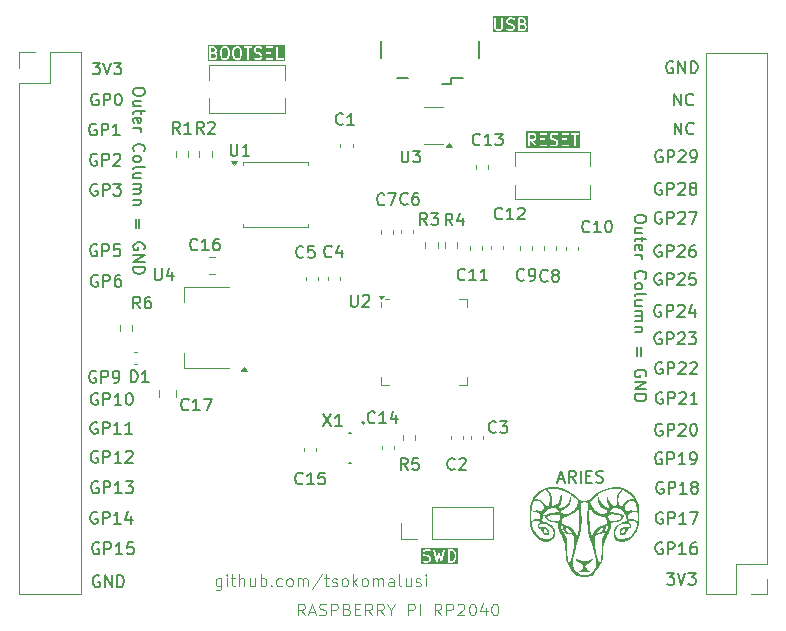
<source format=gbr>
%TF.GenerationSoftware,KiCad,Pcbnew,9.0.0*%
%TF.CreationDate,2025-07-15T18:26:09+02:00*%
%TF.ProjectId,RP2040,52503230-3430-42e6-9b69-6361645f7063,rev?*%
%TF.SameCoordinates,Original*%
%TF.FileFunction,Legend,Top*%
%TF.FilePolarity,Positive*%
%FSLAX46Y46*%
G04 Gerber Fmt 4.6, Leading zero omitted, Abs format (unit mm)*
G04 Created by KiCad (PCBNEW 9.0.0) date 2025-07-15 18:26:09*
%MOMM*%
%LPD*%
G01*
G04 APERTURE LIST*
%ADD10C,0.150000*%
%ADD11C,0.200000*%
%ADD12C,0.100000*%
%ADD13C,0.120000*%
%ADD14C,0.127000*%
%ADD15C,0.000000*%
G04 APERTURE END LIST*
D10*
X122521541Y-38359819D02*
X123140588Y-38359819D01*
X123140588Y-38359819D02*
X122807255Y-38740771D01*
X122807255Y-38740771D02*
X122950112Y-38740771D01*
X122950112Y-38740771D02*
X123045350Y-38788390D01*
X123045350Y-38788390D02*
X123092969Y-38836009D01*
X123092969Y-38836009D02*
X123140588Y-38931247D01*
X123140588Y-38931247D02*
X123140588Y-39169342D01*
X123140588Y-39169342D02*
X123092969Y-39264580D01*
X123092969Y-39264580D02*
X123045350Y-39312200D01*
X123045350Y-39312200D02*
X122950112Y-39359819D01*
X122950112Y-39359819D02*
X122664398Y-39359819D01*
X122664398Y-39359819D02*
X122569160Y-39312200D01*
X122569160Y-39312200D02*
X122521541Y-39264580D01*
X123426303Y-38359819D02*
X123759636Y-39359819D01*
X123759636Y-39359819D02*
X124092969Y-38359819D01*
X124331065Y-38359819D02*
X124950112Y-38359819D01*
X124950112Y-38359819D02*
X124616779Y-38740771D01*
X124616779Y-38740771D02*
X124759636Y-38740771D01*
X124759636Y-38740771D02*
X124854874Y-38788390D01*
X124854874Y-38788390D02*
X124902493Y-38836009D01*
X124902493Y-38836009D02*
X124950112Y-38931247D01*
X124950112Y-38931247D02*
X124950112Y-39169342D01*
X124950112Y-39169342D02*
X124902493Y-39264580D01*
X124902493Y-39264580D02*
X124854874Y-39312200D01*
X124854874Y-39312200D02*
X124759636Y-39359819D01*
X124759636Y-39359819D02*
X124473922Y-39359819D01*
X124473922Y-39359819D02*
X124378684Y-39312200D01*
X124378684Y-39312200D02*
X124331065Y-39264580D01*
X170730588Y-68987438D02*
X170635350Y-68939819D01*
X170635350Y-68939819D02*
X170492493Y-68939819D01*
X170492493Y-68939819D02*
X170349636Y-68987438D01*
X170349636Y-68987438D02*
X170254398Y-69082676D01*
X170254398Y-69082676D02*
X170206779Y-69177914D01*
X170206779Y-69177914D02*
X170159160Y-69368390D01*
X170159160Y-69368390D02*
X170159160Y-69511247D01*
X170159160Y-69511247D02*
X170206779Y-69701723D01*
X170206779Y-69701723D02*
X170254398Y-69796961D01*
X170254398Y-69796961D02*
X170349636Y-69892200D01*
X170349636Y-69892200D02*
X170492493Y-69939819D01*
X170492493Y-69939819D02*
X170587731Y-69939819D01*
X170587731Y-69939819D02*
X170730588Y-69892200D01*
X170730588Y-69892200D02*
X170778207Y-69844580D01*
X170778207Y-69844580D02*
X170778207Y-69511247D01*
X170778207Y-69511247D02*
X170587731Y-69511247D01*
X171206779Y-69939819D02*
X171206779Y-68939819D01*
X171206779Y-68939819D02*
X171587731Y-68939819D01*
X171587731Y-68939819D02*
X171682969Y-68987438D01*
X171682969Y-68987438D02*
X171730588Y-69035057D01*
X171730588Y-69035057D02*
X171778207Y-69130295D01*
X171778207Y-69130295D02*
X171778207Y-69273152D01*
X171778207Y-69273152D02*
X171730588Y-69368390D01*
X171730588Y-69368390D02*
X171682969Y-69416009D01*
X171682969Y-69416009D02*
X171587731Y-69463628D01*
X171587731Y-69463628D02*
X171206779Y-69463628D01*
X172159160Y-69035057D02*
X172206779Y-68987438D01*
X172206779Y-68987438D02*
X172302017Y-68939819D01*
X172302017Y-68939819D02*
X172540112Y-68939819D01*
X172540112Y-68939819D02*
X172635350Y-68987438D01*
X172635350Y-68987438D02*
X172682969Y-69035057D01*
X172682969Y-69035057D02*
X172730588Y-69130295D01*
X172730588Y-69130295D02*
X172730588Y-69225533D01*
X172730588Y-69225533D02*
X172682969Y-69368390D01*
X172682969Y-69368390D02*
X172111541Y-69939819D01*
X172111541Y-69939819D02*
X172730588Y-69939819D01*
X173349636Y-68939819D02*
X173444874Y-68939819D01*
X173444874Y-68939819D02*
X173540112Y-68987438D01*
X173540112Y-68987438D02*
X173587731Y-69035057D01*
X173587731Y-69035057D02*
X173635350Y-69130295D01*
X173635350Y-69130295D02*
X173682969Y-69320771D01*
X173682969Y-69320771D02*
X173682969Y-69558866D01*
X173682969Y-69558866D02*
X173635350Y-69749342D01*
X173635350Y-69749342D02*
X173587731Y-69844580D01*
X173587731Y-69844580D02*
X173540112Y-69892200D01*
X173540112Y-69892200D02*
X173444874Y-69939819D01*
X173444874Y-69939819D02*
X173349636Y-69939819D01*
X173349636Y-69939819D02*
X173254398Y-69892200D01*
X173254398Y-69892200D02*
X173206779Y-69844580D01*
X173206779Y-69844580D02*
X173159160Y-69749342D01*
X173159160Y-69749342D02*
X173111541Y-69558866D01*
X173111541Y-69558866D02*
X173111541Y-69320771D01*
X173111541Y-69320771D02*
X173159160Y-69130295D01*
X173159160Y-69130295D02*
X173206779Y-69035057D01*
X173206779Y-69035057D02*
X173254398Y-68987438D01*
X173254398Y-68987438D02*
X173349636Y-68939819D01*
X171141541Y-81559819D02*
X171760588Y-81559819D01*
X171760588Y-81559819D02*
X171427255Y-81940771D01*
X171427255Y-81940771D02*
X171570112Y-81940771D01*
X171570112Y-81940771D02*
X171665350Y-81988390D01*
X171665350Y-81988390D02*
X171712969Y-82036009D01*
X171712969Y-82036009D02*
X171760588Y-82131247D01*
X171760588Y-82131247D02*
X171760588Y-82369342D01*
X171760588Y-82369342D02*
X171712969Y-82464580D01*
X171712969Y-82464580D02*
X171665350Y-82512200D01*
X171665350Y-82512200D02*
X171570112Y-82559819D01*
X171570112Y-82559819D02*
X171284398Y-82559819D01*
X171284398Y-82559819D02*
X171189160Y-82512200D01*
X171189160Y-82512200D02*
X171141541Y-82464580D01*
X172046303Y-81559819D02*
X172379636Y-82559819D01*
X172379636Y-82559819D02*
X172712969Y-81559819D01*
X172951065Y-81559819D02*
X173570112Y-81559819D01*
X173570112Y-81559819D02*
X173236779Y-81940771D01*
X173236779Y-81940771D02*
X173379636Y-81940771D01*
X173379636Y-81940771D02*
X173474874Y-81988390D01*
X173474874Y-81988390D02*
X173522493Y-82036009D01*
X173522493Y-82036009D02*
X173570112Y-82131247D01*
X173570112Y-82131247D02*
X173570112Y-82369342D01*
X173570112Y-82369342D02*
X173522493Y-82464580D01*
X173522493Y-82464580D02*
X173474874Y-82512200D01*
X173474874Y-82512200D02*
X173379636Y-82559819D01*
X173379636Y-82559819D02*
X173093922Y-82559819D01*
X173093922Y-82559819D02*
X172998684Y-82512200D01*
X172998684Y-82512200D02*
X172951065Y-82464580D01*
X170660588Y-61257438D02*
X170565350Y-61209819D01*
X170565350Y-61209819D02*
X170422493Y-61209819D01*
X170422493Y-61209819D02*
X170279636Y-61257438D01*
X170279636Y-61257438D02*
X170184398Y-61352676D01*
X170184398Y-61352676D02*
X170136779Y-61447914D01*
X170136779Y-61447914D02*
X170089160Y-61638390D01*
X170089160Y-61638390D02*
X170089160Y-61781247D01*
X170089160Y-61781247D02*
X170136779Y-61971723D01*
X170136779Y-61971723D02*
X170184398Y-62066961D01*
X170184398Y-62066961D02*
X170279636Y-62162200D01*
X170279636Y-62162200D02*
X170422493Y-62209819D01*
X170422493Y-62209819D02*
X170517731Y-62209819D01*
X170517731Y-62209819D02*
X170660588Y-62162200D01*
X170660588Y-62162200D02*
X170708207Y-62114580D01*
X170708207Y-62114580D02*
X170708207Y-61781247D01*
X170708207Y-61781247D02*
X170517731Y-61781247D01*
X171136779Y-62209819D02*
X171136779Y-61209819D01*
X171136779Y-61209819D02*
X171517731Y-61209819D01*
X171517731Y-61209819D02*
X171612969Y-61257438D01*
X171612969Y-61257438D02*
X171660588Y-61305057D01*
X171660588Y-61305057D02*
X171708207Y-61400295D01*
X171708207Y-61400295D02*
X171708207Y-61543152D01*
X171708207Y-61543152D02*
X171660588Y-61638390D01*
X171660588Y-61638390D02*
X171612969Y-61686009D01*
X171612969Y-61686009D02*
X171517731Y-61733628D01*
X171517731Y-61733628D02*
X171136779Y-61733628D01*
X172089160Y-61305057D02*
X172136779Y-61257438D01*
X172136779Y-61257438D02*
X172232017Y-61209819D01*
X172232017Y-61209819D02*
X172470112Y-61209819D01*
X172470112Y-61209819D02*
X172565350Y-61257438D01*
X172565350Y-61257438D02*
X172612969Y-61305057D01*
X172612969Y-61305057D02*
X172660588Y-61400295D01*
X172660588Y-61400295D02*
X172660588Y-61495533D01*
X172660588Y-61495533D02*
X172612969Y-61638390D01*
X172612969Y-61638390D02*
X172041541Y-62209819D01*
X172041541Y-62209819D02*
X172660588Y-62209819D01*
X172993922Y-61209819D02*
X173612969Y-61209819D01*
X173612969Y-61209819D02*
X173279636Y-61590771D01*
X173279636Y-61590771D02*
X173422493Y-61590771D01*
X173422493Y-61590771D02*
X173517731Y-61638390D01*
X173517731Y-61638390D02*
X173565350Y-61686009D01*
X173565350Y-61686009D02*
X173612969Y-61781247D01*
X173612969Y-61781247D02*
X173612969Y-62019342D01*
X173612969Y-62019342D02*
X173565350Y-62114580D01*
X173565350Y-62114580D02*
X173517731Y-62162200D01*
X173517731Y-62162200D02*
X173422493Y-62209819D01*
X173422493Y-62209819D02*
X173136779Y-62209819D01*
X173136779Y-62209819D02*
X173041541Y-62162200D01*
X173041541Y-62162200D02*
X172993922Y-62114580D01*
X170660588Y-56227438D02*
X170565350Y-56179819D01*
X170565350Y-56179819D02*
X170422493Y-56179819D01*
X170422493Y-56179819D02*
X170279636Y-56227438D01*
X170279636Y-56227438D02*
X170184398Y-56322676D01*
X170184398Y-56322676D02*
X170136779Y-56417914D01*
X170136779Y-56417914D02*
X170089160Y-56608390D01*
X170089160Y-56608390D02*
X170089160Y-56751247D01*
X170089160Y-56751247D02*
X170136779Y-56941723D01*
X170136779Y-56941723D02*
X170184398Y-57036961D01*
X170184398Y-57036961D02*
X170279636Y-57132200D01*
X170279636Y-57132200D02*
X170422493Y-57179819D01*
X170422493Y-57179819D02*
X170517731Y-57179819D01*
X170517731Y-57179819D02*
X170660588Y-57132200D01*
X170660588Y-57132200D02*
X170708207Y-57084580D01*
X170708207Y-57084580D02*
X170708207Y-56751247D01*
X170708207Y-56751247D02*
X170517731Y-56751247D01*
X171136779Y-57179819D02*
X171136779Y-56179819D01*
X171136779Y-56179819D02*
X171517731Y-56179819D01*
X171517731Y-56179819D02*
X171612969Y-56227438D01*
X171612969Y-56227438D02*
X171660588Y-56275057D01*
X171660588Y-56275057D02*
X171708207Y-56370295D01*
X171708207Y-56370295D02*
X171708207Y-56513152D01*
X171708207Y-56513152D02*
X171660588Y-56608390D01*
X171660588Y-56608390D02*
X171612969Y-56656009D01*
X171612969Y-56656009D02*
X171517731Y-56703628D01*
X171517731Y-56703628D02*
X171136779Y-56703628D01*
X172089160Y-56275057D02*
X172136779Y-56227438D01*
X172136779Y-56227438D02*
X172232017Y-56179819D01*
X172232017Y-56179819D02*
X172470112Y-56179819D01*
X172470112Y-56179819D02*
X172565350Y-56227438D01*
X172565350Y-56227438D02*
X172612969Y-56275057D01*
X172612969Y-56275057D02*
X172660588Y-56370295D01*
X172660588Y-56370295D02*
X172660588Y-56465533D01*
X172660588Y-56465533D02*
X172612969Y-56608390D01*
X172612969Y-56608390D02*
X172041541Y-57179819D01*
X172041541Y-57179819D02*
X172660588Y-57179819D01*
X173565350Y-56179819D02*
X173089160Y-56179819D01*
X173089160Y-56179819D02*
X173041541Y-56656009D01*
X173041541Y-56656009D02*
X173089160Y-56608390D01*
X173089160Y-56608390D02*
X173184398Y-56560771D01*
X173184398Y-56560771D02*
X173422493Y-56560771D01*
X173422493Y-56560771D02*
X173517731Y-56608390D01*
X173517731Y-56608390D02*
X173565350Y-56656009D01*
X173565350Y-56656009D02*
X173612969Y-56751247D01*
X173612969Y-56751247D02*
X173612969Y-56989342D01*
X173612969Y-56989342D02*
X173565350Y-57084580D01*
X173565350Y-57084580D02*
X173517731Y-57132200D01*
X173517731Y-57132200D02*
X173422493Y-57179819D01*
X173422493Y-57179819D02*
X173184398Y-57179819D01*
X173184398Y-57179819D02*
X173089160Y-57132200D01*
X173089160Y-57132200D02*
X173041541Y-57084580D01*
X122950588Y-66397438D02*
X122855350Y-66349819D01*
X122855350Y-66349819D02*
X122712493Y-66349819D01*
X122712493Y-66349819D02*
X122569636Y-66397438D01*
X122569636Y-66397438D02*
X122474398Y-66492676D01*
X122474398Y-66492676D02*
X122426779Y-66587914D01*
X122426779Y-66587914D02*
X122379160Y-66778390D01*
X122379160Y-66778390D02*
X122379160Y-66921247D01*
X122379160Y-66921247D02*
X122426779Y-67111723D01*
X122426779Y-67111723D02*
X122474398Y-67206961D01*
X122474398Y-67206961D02*
X122569636Y-67302200D01*
X122569636Y-67302200D02*
X122712493Y-67349819D01*
X122712493Y-67349819D02*
X122807731Y-67349819D01*
X122807731Y-67349819D02*
X122950588Y-67302200D01*
X122950588Y-67302200D02*
X122998207Y-67254580D01*
X122998207Y-67254580D02*
X122998207Y-66921247D01*
X122998207Y-66921247D02*
X122807731Y-66921247D01*
X123426779Y-67349819D02*
X123426779Y-66349819D01*
X123426779Y-66349819D02*
X123807731Y-66349819D01*
X123807731Y-66349819D02*
X123902969Y-66397438D01*
X123902969Y-66397438D02*
X123950588Y-66445057D01*
X123950588Y-66445057D02*
X123998207Y-66540295D01*
X123998207Y-66540295D02*
X123998207Y-66683152D01*
X123998207Y-66683152D02*
X123950588Y-66778390D01*
X123950588Y-66778390D02*
X123902969Y-66826009D01*
X123902969Y-66826009D02*
X123807731Y-66873628D01*
X123807731Y-66873628D02*
X123426779Y-66873628D01*
X124950588Y-67349819D02*
X124379160Y-67349819D01*
X124664874Y-67349819D02*
X124664874Y-66349819D01*
X124664874Y-66349819D02*
X124569636Y-66492676D01*
X124569636Y-66492676D02*
X124474398Y-66587914D01*
X124474398Y-66587914D02*
X124379160Y-66635533D01*
X125569636Y-66349819D02*
X125664874Y-66349819D01*
X125664874Y-66349819D02*
X125760112Y-66397438D01*
X125760112Y-66397438D02*
X125807731Y-66445057D01*
X125807731Y-66445057D02*
X125855350Y-66540295D01*
X125855350Y-66540295D02*
X125902969Y-66730771D01*
X125902969Y-66730771D02*
X125902969Y-66968866D01*
X125902969Y-66968866D02*
X125855350Y-67159342D01*
X125855350Y-67159342D02*
X125807731Y-67254580D01*
X125807731Y-67254580D02*
X125760112Y-67302200D01*
X125760112Y-67302200D02*
X125664874Y-67349819D01*
X125664874Y-67349819D02*
X125569636Y-67349819D01*
X125569636Y-67349819D02*
X125474398Y-67302200D01*
X125474398Y-67302200D02*
X125426779Y-67254580D01*
X125426779Y-67254580D02*
X125379160Y-67159342D01*
X125379160Y-67159342D02*
X125331541Y-66968866D01*
X125331541Y-66968866D02*
X125331541Y-66730771D01*
X125331541Y-66730771D02*
X125379160Y-66540295D01*
X125379160Y-66540295D02*
X125426779Y-66445057D01*
X125426779Y-66445057D02*
X125474398Y-66397438D01*
X125474398Y-66397438D02*
X125569636Y-66349819D01*
D11*
X161942054Y-73631504D02*
X162418244Y-73631504D01*
X161846816Y-73917219D02*
X162180149Y-72917219D01*
X162180149Y-72917219D02*
X162513482Y-73917219D01*
X163418244Y-73917219D02*
X163084911Y-73441028D01*
X162846816Y-73917219D02*
X162846816Y-72917219D01*
X162846816Y-72917219D02*
X163227768Y-72917219D01*
X163227768Y-72917219D02*
X163323006Y-72964838D01*
X163323006Y-72964838D02*
X163370625Y-73012457D01*
X163370625Y-73012457D02*
X163418244Y-73107695D01*
X163418244Y-73107695D02*
X163418244Y-73250552D01*
X163418244Y-73250552D02*
X163370625Y-73345790D01*
X163370625Y-73345790D02*
X163323006Y-73393409D01*
X163323006Y-73393409D02*
X163227768Y-73441028D01*
X163227768Y-73441028D02*
X162846816Y-73441028D01*
X163846816Y-73917219D02*
X163846816Y-72917219D01*
X164323006Y-73393409D02*
X164656339Y-73393409D01*
X164799196Y-73917219D02*
X164323006Y-73917219D01*
X164323006Y-73917219D02*
X164323006Y-72917219D01*
X164323006Y-72917219D02*
X164799196Y-72917219D01*
X165180149Y-73869600D02*
X165323006Y-73917219D01*
X165323006Y-73917219D02*
X165561101Y-73917219D01*
X165561101Y-73917219D02*
X165656339Y-73869600D01*
X165656339Y-73869600D02*
X165703958Y-73821980D01*
X165703958Y-73821980D02*
X165751577Y-73726742D01*
X165751577Y-73726742D02*
X165751577Y-73631504D01*
X165751577Y-73631504D02*
X165703958Y-73536266D01*
X165703958Y-73536266D02*
X165656339Y-73488647D01*
X165656339Y-73488647D02*
X165561101Y-73441028D01*
X165561101Y-73441028D02*
X165370625Y-73393409D01*
X165370625Y-73393409D02*
X165275387Y-73345790D01*
X165275387Y-73345790D02*
X165227768Y-73298171D01*
X165227768Y-73298171D02*
X165180149Y-73202933D01*
X165180149Y-73202933D02*
X165180149Y-73107695D01*
X165180149Y-73107695D02*
X165227768Y-73012457D01*
X165227768Y-73012457D02*
X165275387Y-72964838D01*
X165275387Y-72964838D02*
X165370625Y-72917219D01*
X165370625Y-72917219D02*
X165608720Y-72917219D01*
X165608720Y-72917219D02*
X165751577Y-72964838D01*
D10*
X170730588Y-63767438D02*
X170635350Y-63719819D01*
X170635350Y-63719819D02*
X170492493Y-63719819D01*
X170492493Y-63719819D02*
X170349636Y-63767438D01*
X170349636Y-63767438D02*
X170254398Y-63862676D01*
X170254398Y-63862676D02*
X170206779Y-63957914D01*
X170206779Y-63957914D02*
X170159160Y-64148390D01*
X170159160Y-64148390D02*
X170159160Y-64291247D01*
X170159160Y-64291247D02*
X170206779Y-64481723D01*
X170206779Y-64481723D02*
X170254398Y-64576961D01*
X170254398Y-64576961D02*
X170349636Y-64672200D01*
X170349636Y-64672200D02*
X170492493Y-64719819D01*
X170492493Y-64719819D02*
X170587731Y-64719819D01*
X170587731Y-64719819D02*
X170730588Y-64672200D01*
X170730588Y-64672200D02*
X170778207Y-64624580D01*
X170778207Y-64624580D02*
X170778207Y-64291247D01*
X170778207Y-64291247D02*
X170587731Y-64291247D01*
X171206779Y-64719819D02*
X171206779Y-63719819D01*
X171206779Y-63719819D02*
X171587731Y-63719819D01*
X171587731Y-63719819D02*
X171682969Y-63767438D01*
X171682969Y-63767438D02*
X171730588Y-63815057D01*
X171730588Y-63815057D02*
X171778207Y-63910295D01*
X171778207Y-63910295D02*
X171778207Y-64053152D01*
X171778207Y-64053152D02*
X171730588Y-64148390D01*
X171730588Y-64148390D02*
X171682969Y-64196009D01*
X171682969Y-64196009D02*
X171587731Y-64243628D01*
X171587731Y-64243628D02*
X171206779Y-64243628D01*
X172159160Y-63815057D02*
X172206779Y-63767438D01*
X172206779Y-63767438D02*
X172302017Y-63719819D01*
X172302017Y-63719819D02*
X172540112Y-63719819D01*
X172540112Y-63719819D02*
X172635350Y-63767438D01*
X172635350Y-63767438D02*
X172682969Y-63815057D01*
X172682969Y-63815057D02*
X172730588Y-63910295D01*
X172730588Y-63910295D02*
X172730588Y-64005533D01*
X172730588Y-64005533D02*
X172682969Y-64148390D01*
X172682969Y-64148390D02*
X172111541Y-64719819D01*
X172111541Y-64719819D02*
X172730588Y-64719819D01*
X173111541Y-63815057D02*
X173159160Y-63767438D01*
X173159160Y-63767438D02*
X173254398Y-63719819D01*
X173254398Y-63719819D02*
X173492493Y-63719819D01*
X173492493Y-63719819D02*
X173587731Y-63767438D01*
X173587731Y-63767438D02*
X173635350Y-63815057D01*
X173635350Y-63815057D02*
X173682969Y-63910295D01*
X173682969Y-63910295D02*
X173682969Y-64005533D01*
X173682969Y-64005533D02*
X173635350Y-64148390D01*
X173635350Y-64148390D02*
X173063922Y-64719819D01*
X173063922Y-64719819D02*
X173682969Y-64719819D01*
X122810588Y-43577438D02*
X122715350Y-43529819D01*
X122715350Y-43529819D02*
X122572493Y-43529819D01*
X122572493Y-43529819D02*
X122429636Y-43577438D01*
X122429636Y-43577438D02*
X122334398Y-43672676D01*
X122334398Y-43672676D02*
X122286779Y-43767914D01*
X122286779Y-43767914D02*
X122239160Y-43958390D01*
X122239160Y-43958390D02*
X122239160Y-44101247D01*
X122239160Y-44101247D02*
X122286779Y-44291723D01*
X122286779Y-44291723D02*
X122334398Y-44386961D01*
X122334398Y-44386961D02*
X122429636Y-44482200D01*
X122429636Y-44482200D02*
X122572493Y-44529819D01*
X122572493Y-44529819D02*
X122667731Y-44529819D01*
X122667731Y-44529819D02*
X122810588Y-44482200D01*
X122810588Y-44482200D02*
X122858207Y-44434580D01*
X122858207Y-44434580D02*
X122858207Y-44101247D01*
X122858207Y-44101247D02*
X122667731Y-44101247D01*
X123286779Y-44529819D02*
X123286779Y-43529819D01*
X123286779Y-43529819D02*
X123667731Y-43529819D01*
X123667731Y-43529819D02*
X123762969Y-43577438D01*
X123762969Y-43577438D02*
X123810588Y-43625057D01*
X123810588Y-43625057D02*
X123858207Y-43720295D01*
X123858207Y-43720295D02*
X123858207Y-43863152D01*
X123858207Y-43863152D02*
X123810588Y-43958390D01*
X123810588Y-43958390D02*
X123762969Y-44006009D01*
X123762969Y-44006009D02*
X123667731Y-44053628D01*
X123667731Y-44053628D02*
X123286779Y-44053628D01*
X124810588Y-44529819D02*
X124239160Y-44529819D01*
X124524874Y-44529819D02*
X124524874Y-43529819D01*
X124524874Y-43529819D02*
X124429636Y-43672676D01*
X124429636Y-43672676D02*
X124334398Y-43767914D01*
X124334398Y-43767914D02*
X124239160Y-43815533D01*
X169410180Y-51497255D02*
X169410180Y-51687731D01*
X169410180Y-51687731D02*
X169362561Y-51782969D01*
X169362561Y-51782969D02*
X169267323Y-51878207D01*
X169267323Y-51878207D02*
X169076847Y-51925826D01*
X169076847Y-51925826D02*
X168743514Y-51925826D01*
X168743514Y-51925826D02*
X168553038Y-51878207D01*
X168553038Y-51878207D02*
X168457800Y-51782969D01*
X168457800Y-51782969D02*
X168410180Y-51687731D01*
X168410180Y-51687731D02*
X168410180Y-51497255D01*
X168410180Y-51497255D02*
X168457800Y-51402017D01*
X168457800Y-51402017D02*
X168553038Y-51306779D01*
X168553038Y-51306779D02*
X168743514Y-51259160D01*
X168743514Y-51259160D02*
X169076847Y-51259160D01*
X169076847Y-51259160D02*
X169267323Y-51306779D01*
X169267323Y-51306779D02*
X169362561Y-51402017D01*
X169362561Y-51402017D02*
X169410180Y-51497255D01*
X169076847Y-52782969D02*
X168410180Y-52782969D01*
X169076847Y-52354398D02*
X168553038Y-52354398D01*
X168553038Y-52354398D02*
X168457800Y-52402017D01*
X168457800Y-52402017D02*
X168410180Y-52497255D01*
X168410180Y-52497255D02*
X168410180Y-52640112D01*
X168410180Y-52640112D02*
X168457800Y-52735350D01*
X168457800Y-52735350D02*
X168505419Y-52782969D01*
X169076847Y-53116303D02*
X169076847Y-53497255D01*
X169410180Y-53259160D02*
X168553038Y-53259160D01*
X168553038Y-53259160D02*
X168457800Y-53306779D01*
X168457800Y-53306779D02*
X168410180Y-53402017D01*
X168410180Y-53402017D02*
X168410180Y-53497255D01*
X168457800Y-54211541D02*
X168410180Y-54116303D01*
X168410180Y-54116303D02*
X168410180Y-53925827D01*
X168410180Y-53925827D02*
X168457800Y-53830589D01*
X168457800Y-53830589D02*
X168553038Y-53782970D01*
X168553038Y-53782970D02*
X168933990Y-53782970D01*
X168933990Y-53782970D02*
X169029228Y-53830589D01*
X169029228Y-53830589D02*
X169076847Y-53925827D01*
X169076847Y-53925827D02*
X169076847Y-54116303D01*
X169076847Y-54116303D02*
X169029228Y-54211541D01*
X169029228Y-54211541D02*
X168933990Y-54259160D01*
X168933990Y-54259160D02*
X168838752Y-54259160D01*
X168838752Y-54259160D02*
X168743514Y-53782970D01*
X168410180Y-54687732D02*
X169076847Y-54687732D01*
X168886371Y-54687732D02*
X168981609Y-54735351D01*
X168981609Y-54735351D02*
X169029228Y-54782970D01*
X169029228Y-54782970D02*
X169076847Y-54878208D01*
X169076847Y-54878208D02*
X169076847Y-54973446D01*
X168505419Y-56640113D02*
X168457800Y-56592494D01*
X168457800Y-56592494D02*
X168410180Y-56449637D01*
X168410180Y-56449637D02*
X168410180Y-56354399D01*
X168410180Y-56354399D02*
X168457800Y-56211542D01*
X168457800Y-56211542D02*
X168553038Y-56116304D01*
X168553038Y-56116304D02*
X168648276Y-56068685D01*
X168648276Y-56068685D02*
X168838752Y-56021066D01*
X168838752Y-56021066D02*
X168981609Y-56021066D01*
X168981609Y-56021066D02*
X169172085Y-56068685D01*
X169172085Y-56068685D02*
X169267323Y-56116304D01*
X169267323Y-56116304D02*
X169362561Y-56211542D01*
X169362561Y-56211542D02*
X169410180Y-56354399D01*
X169410180Y-56354399D02*
X169410180Y-56449637D01*
X169410180Y-56449637D02*
X169362561Y-56592494D01*
X169362561Y-56592494D02*
X169314942Y-56640113D01*
X168410180Y-57211542D02*
X168457800Y-57116304D01*
X168457800Y-57116304D02*
X168505419Y-57068685D01*
X168505419Y-57068685D02*
X168600657Y-57021066D01*
X168600657Y-57021066D02*
X168886371Y-57021066D01*
X168886371Y-57021066D02*
X168981609Y-57068685D01*
X168981609Y-57068685D02*
X169029228Y-57116304D01*
X169029228Y-57116304D02*
X169076847Y-57211542D01*
X169076847Y-57211542D02*
X169076847Y-57354399D01*
X169076847Y-57354399D02*
X169029228Y-57449637D01*
X169029228Y-57449637D02*
X168981609Y-57497256D01*
X168981609Y-57497256D02*
X168886371Y-57544875D01*
X168886371Y-57544875D02*
X168600657Y-57544875D01*
X168600657Y-57544875D02*
X168505419Y-57497256D01*
X168505419Y-57497256D02*
X168457800Y-57449637D01*
X168457800Y-57449637D02*
X168410180Y-57354399D01*
X168410180Y-57354399D02*
X168410180Y-57211542D01*
X168410180Y-58116304D02*
X168457800Y-58021066D01*
X168457800Y-58021066D02*
X168553038Y-57973447D01*
X168553038Y-57973447D02*
X169410180Y-57973447D01*
X169076847Y-58925828D02*
X168410180Y-58925828D01*
X169076847Y-58497257D02*
X168553038Y-58497257D01*
X168553038Y-58497257D02*
X168457800Y-58544876D01*
X168457800Y-58544876D02*
X168410180Y-58640114D01*
X168410180Y-58640114D02*
X168410180Y-58782971D01*
X168410180Y-58782971D02*
X168457800Y-58878209D01*
X168457800Y-58878209D02*
X168505419Y-58925828D01*
X168410180Y-59402019D02*
X169076847Y-59402019D01*
X168981609Y-59402019D02*
X169029228Y-59449638D01*
X169029228Y-59449638D02*
X169076847Y-59544876D01*
X169076847Y-59544876D02*
X169076847Y-59687733D01*
X169076847Y-59687733D02*
X169029228Y-59782971D01*
X169029228Y-59782971D02*
X168933990Y-59830590D01*
X168933990Y-59830590D02*
X168410180Y-59830590D01*
X168933990Y-59830590D02*
X169029228Y-59878209D01*
X169029228Y-59878209D02*
X169076847Y-59973447D01*
X169076847Y-59973447D02*
X169076847Y-60116304D01*
X169076847Y-60116304D02*
X169029228Y-60211543D01*
X169029228Y-60211543D02*
X168933990Y-60259162D01*
X168933990Y-60259162D02*
X168410180Y-60259162D01*
X169076847Y-60735352D02*
X168410180Y-60735352D01*
X168981609Y-60735352D02*
X169029228Y-60782971D01*
X169029228Y-60782971D02*
X169076847Y-60878209D01*
X169076847Y-60878209D02*
X169076847Y-61021066D01*
X169076847Y-61021066D02*
X169029228Y-61116304D01*
X169029228Y-61116304D02*
X168933990Y-61163923D01*
X168933990Y-61163923D02*
X168410180Y-61163923D01*
X168933990Y-62402019D02*
X168933990Y-63163924D01*
X168648276Y-63163924D02*
X168648276Y-62402019D01*
X169362561Y-64925828D02*
X169410180Y-64830590D01*
X169410180Y-64830590D02*
X169410180Y-64687733D01*
X169410180Y-64687733D02*
X169362561Y-64544876D01*
X169362561Y-64544876D02*
X169267323Y-64449638D01*
X169267323Y-64449638D02*
X169172085Y-64402019D01*
X169172085Y-64402019D02*
X168981609Y-64354400D01*
X168981609Y-64354400D02*
X168838752Y-64354400D01*
X168838752Y-64354400D02*
X168648276Y-64402019D01*
X168648276Y-64402019D02*
X168553038Y-64449638D01*
X168553038Y-64449638D02*
X168457800Y-64544876D01*
X168457800Y-64544876D02*
X168410180Y-64687733D01*
X168410180Y-64687733D02*
X168410180Y-64782971D01*
X168410180Y-64782971D02*
X168457800Y-64925828D01*
X168457800Y-64925828D02*
X168505419Y-64973447D01*
X168505419Y-64973447D02*
X168838752Y-64973447D01*
X168838752Y-64973447D02*
X168838752Y-64782971D01*
X168410180Y-65402019D02*
X169410180Y-65402019D01*
X169410180Y-65402019D02*
X168410180Y-65973447D01*
X168410180Y-65973447D02*
X169410180Y-65973447D01*
X168410180Y-66449638D02*
X169410180Y-66449638D01*
X169410180Y-66449638D02*
X169410180Y-66687733D01*
X169410180Y-66687733D02*
X169362561Y-66830590D01*
X169362561Y-66830590D02*
X169267323Y-66925828D01*
X169267323Y-66925828D02*
X169172085Y-66973447D01*
X169172085Y-66973447D02*
X168981609Y-67021066D01*
X168981609Y-67021066D02*
X168838752Y-67021066D01*
X168838752Y-67021066D02*
X168648276Y-66973447D01*
X168648276Y-66973447D02*
X168553038Y-66925828D01*
X168553038Y-66925828D02*
X168457800Y-66830590D01*
X168457800Y-66830590D02*
X168410180Y-66687733D01*
X168410180Y-66687733D02*
X168410180Y-66449638D01*
X123050588Y-79027438D02*
X122955350Y-78979819D01*
X122955350Y-78979819D02*
X122812493Y-78979819D01*
X122812493Y-78979819D02*
X122669636Y-79027438D01*
X122669636Y-79027438D02*
X122574398Y-79122676D01*
X122574398Y-79122676D02*
X122526779Y-79217914D01*
X122526779Y-79217914D02*
X122479160Y-79408390D01*
X122479160Y-79408390D02*
X122479160Y-79551247D01*
X122479160Y-79551247D02*
X122526779Y-79741723D01*
X122526779Y-79741723D02*
X122574398Y-79836961D01*
X122574398Y-79836961D02*
X122669636Y-79932200D01*
X122669636Y-79932200D02*
X122812493Y-79979819D01*
X122812493Y-79979819D02*
X122907731Y-79979819D01*
X122907731Y-79979819D02*
X123050588Y-79932200D01*
X123050588Y-79932200D02*
X123098207Y-79884580D01*
X123098207Y-79884580D02*
X123098207Y-79551247D01*
X123098207Y-79551247D02*
X122907731Y-79551247D01*
X123526779Y-79979819D02*
X123526779Y-78979819D01*
X123526779Y-78979819D02*
X123907731Y-78979819D01*
X123907731Y-78979819D02*
X124002969Y-79027438D01*
X124002969Y-79027438D02*
X124050588Y-79075057D01*
X124050588Y-79075057D02*
X124098207Y-79170295D01*
X124098207Y-79170295D02*
X124098207Y-79313152D01*
X124098207Y-79313152D02*
X124050588Y-79408390D01*
X124050588Y-79408390D02*
X124002969Y-79456009D01*
X124002969Y-79456009D02*
X123907731Y-79503628D01*
X123907731Y-79503628D02*
X123526779Y-79503628D01*
X125050588Y-79979819D02*
X124479160Y-79979819D01*
X124764874Y-79979819D02*
X124764874Y-78979819D01*
X124764874Y-78979819D02*
X124669636Y-79122676D01*
X124669636Y-79122676D02*
X124574398Y-79217914D01*
X124574398Y-79217914D02*
X124479160Y-79265533D01*
X125955350Y-78979819D02*
X125479160Y-78979819D01*
X125479160Y-78979819D02*
X125431541Y-79456009D01*
X125431541Y-79456009D02*
X125479160Y-79408390D01*
X125479160Y-79408390D02*
X125574398Y-79360771D01*
X125574398Y-79360771D02*
X125812493Y-79360771D01*
X125812493Y-79360771D02*
X125907731Y-79408390D01*
X125907731Y-79408390D02*
X125955350Y-79456009D01*
X125955350Y-79456009D02*
X126002969Y-79551247D01*
X126002969Y-79551247D02*
X126002969Y-79789342D01*
X126002969Y-79789342D02*
X125955350Y-79884580D01*
X125955350Y-79884580D02*
X125907731Y-79932200D01*
X125907731Y-79932200D02*
X125812493Y-79979819D01*
X125812493Y-79979819D02*
X125574398Y-79979819D01*
X125574398Y-79979819D02*
X125479160Y-79932200D01*
X125479160Y-79932200D02*
X125431541Y-79884580D01*
X122980588Y-41027438D02*
X122885350Y-40979819D01*
X122885350Y-40979819D02*
X122742493Y-40979819D01*
X122742493Y-40979819D02*
X122599636Y-41027438D01*
X122599636Y-41027438D02*
X122504398Y-41122676D01*
X122504398Y-41122676D02*
X122456779Y-41217914D01*
X122456779Y-41217914D02*
X122409160Y-41408390D01*
X122409160Y-41408390D02*
X122409160Y-41551247D01*
X122409160Y-41551247D02*
X122456779Y-41741723D01*
X122456779Y-41741723D02*
X122504398Y-41836961D01*
X122504398Y-41836961D02*
X122599636Y-41932200D01*
X122599636Y-41932200D02*
X122742493Y-41979819D01*
X122742493Y-41979819D02*
X122837731Y-41979819D01*
X122837731Y-41979819D02*
X122980588Y-41932200D01*
X122980588Y-41932200D02*
X123028207Y-41884580D01*
X123028207Y-41884580D02*
X123028207Y-41551247D01*
X123028207Y-41551247D02*
X122837731Y-41551247D01*
X123456779Y-41979819D02*
X123456779Y-40979819D01*
X123456779Y-40979819D02*
X123837731Y-40979819D01*
X123837731Y-40979819D02*
X123932969Y-41027438D01*
X123932969Y-41027438D02*
X123980588Y-41075057D01*
X123980588Y-41075057D02*
X124028207Y-41170295D01*
X124028207Y-41170295D02*
X124028207Y-41313152D01*
X124028207Y-41313152D02*
X123980588Y-41408390D01*
X123980588Y-41408390D02*
X123932969Y-41456009D01*
X123932969Y-41456009D02*
X123837731Y-41503628D01*
X123837731Y-41503628D02*
X123456779Y-41503628D01*
X124647255Y-40979819D02*
X124742493Y-40979819D01*
X124742493Y-40979819D02*
X124837731Y-41027438D01*
X124837731Y-41027438D02*
X124885350Y-41075057D01*
X124885350Y-41075057D02*
X124932969Y-41170295D01*
X124932969Y-41170295D02*
X124980588Y-41360771D01*
X124980588Y-41360771D02*
X124980588Y-41598866D01*
X124980588Y-41598866D02*
X124932969Y-41789342D01*
X124932969Y-41789342D02*
X124885350Y-41884580D01*
X124885350Y-41884580D02*
X124837731Y-41932200D01*
X124837731Y-41932200D02*
X124742493Y-41979819D01*
X124742493Y-41979819D02*
X124647255Y-41979819D01*
X124647255Y-41979819D02*
X124552017Y-41932200D01*
X124552017Y-41932200D02*
X124504398Y-41884580D01*
X124504398Y-41884580D02*
X124456779Y-41789342D01*
X124456779Y-41789342D02*
X124409160Y-41598866D01*
X124409160Y-41598866D02*
X124409160Y-41360771D01*
X124409160Y-41360771D02*
X124456779Y-41170295D01*
X124456779Y-41170295D02*
X124504398Y-41075057D01*
X124504398Y-41075057D02*
X124552017Y-41027438D01*
X124552017Y-41027438D02*
X124647255Y-40979819D01*
X170730588Y-45837438D02*
X170635350Y-45789819D01*
X170635350Y-45789819D02*
X170492493Y-45789819D01*
X170492493Y-45789819D02*
X170349636Y-45837438D01*
X170349636Y-45837438D02*
X170254398Y-45932676D01*
X170254398Y-45932676D02*
X170206779Y-46027914D01*
X170206779Y-46027914D02*
X170159160Y-46218390D01*
X170159160Y-46218390D02*
X170159160Y-46361247D01*
X170159160Y-46361247D02*
X170206779Y-46551723D01*
X170206779Y-46551723D02*
X170254398Y-46646961D01*
X170254398Y-46646961D02*
X170349636Y-46742200D01*
X170349636Y-46742200D02*
X170492493Y-46789819D01*
X170492493Y-46789819D02*
X170587731Y-46789819D01*
X170587731Y-46789819D02*
X170730588Y-46742200D01*
X170730588Y-46742200D02*
X170778207Y-46694580D01*
X170778207Y-46694580D02*
X170778207Y-46361247D01*
X170778207Y-46361247D02*
X170587731Y-46361247D01*
X171206779Y-46789819D02*
X171206779Y-45789819D01*
X171206779Y-45789819D02*
X171587731Y-45789819D01*
X171587731Y-45789819D02*
X171682969Y-45837438D01*
X171682969Y-45837438D02*
X171730588Y-45885057D01*
X171730588Y-45885057D02*
X171778207Y-45980295D01*
X171778207Y-45980295D02*
X171778207Y-46123152D01*
X171778207Y-46123152D02*
X171730588Y-46218390D01*
X171730588Y-46218390D02*
X171682969Y-46266009D01*
X171682969Y-46266009D02*
X171587731Y-46313628D01*
X171587731Y-46313628D02*
X171206779Y-46313628D01*
X172159160Y-45885057D02*
X172206779Y-45837438D01*
X172206779Y-45837438D02*
X172302017Y-45789819D01*
X172302017Y-45789819D02*
X172540112Y-45789819D01*
X172540112Y-45789819D02*
X172635350Y-45837438D01*
X172635350Y-45837438D02*
X172682969Y-45885057D01*
X172682969Y-45885057D02*
X172730588Y-45980295D01*
X172730588Y-45980295D02*
X172730588Y-46075533D01*
X172730588Y-46075533D02*
X172682969Y-46218390D01*
X172682969Y-46218390D02*
X172111541Y-46789819D01*
X172111541Y-46789819D02*
X172730588Y-46789819D01*
X173206779Y-46789819D02*
X173397255Y-46789819D01*
X173397255Y-46789819D02*
X173492493Y-46742200D01*
X173492493Y-46742200D02*
X173540112Y-46694580D01*
X173540112Y-46694580D02*
X173635350Y-46551723D01*
X173635350Y-46551723D02*
X173682969Y-46361247D01*
X173682969Y-46361247D02*
X173682969Y-45980295D01*
X173682969Y-45980295D02*
X173635350Y-45885057D01*
X173635350Y-45885057D02*
X173587731Y-45837438D01*
X173587731Y-45837438D02*
X173492493Y-45789819D01*
X173492493Y-45789819D02*
X173302017Y-45789819D01*
X173302017Y-45789819D02*
X173206779Y-45837438D01*
X173206779Y-45837438D02*
X173159160Y-45885057D01*
X173159160Y-45885057D02*
X173111541Y-45980295D01*
X173111541Y-45980295D02*
X173111541Y-46218390D01*
X173111541Y-46218390D02*
X173159160Y-46313628D01*
X173159160Y-46313628D02*
X173206779Y-46361247D01*
X173206779Y-46361247D02*
X173302017Y-46408866D01*
X173302017Y-46408866D02*
X173492493Y-46408866D01*
X173492493Y-46408866D02*
X173587731Y-46361247D01*
X173587731Y-46361247D02*
X173635350Y-46313628D01*
X173635350Y-46313628D02*
X173682969Y-46218390D01*
X170770588Y-66297438D02*
X170675350Y-66249819D01*
X170675350Y-66249819D02*
X170532493Y-66249819D01*
X170532493Y-66249819D02*
X170389636Y-66297438D01*
X170389636Y-66297438D02*
X170294398Y-66392676D01*
X170294398Y-66392676D02*
X170246779Y-66487914D01*
X170246779Y-66487914D02*
X170199160Y-66678390D01*
X170199160Y-66678390D02*
X170199160Y-66821247D01*
X170199160Y-66821247D02*
X170246779Y-67011723D01*
X170246779Y-67011723D02*
X170294398Y-67106961D01*
X170294398Y-67106961D02*
X170389636Y-67202200D01*
X170389636Y-67202200D02*
X170532493Y-67249819D01*
X170532493Y-67249819D02*
X170627731Y-67249819D01*
X170627731Y-67249819D02*
X170770588Y-67202200D01*
X170770588Y-67202200D02*
X170818207Y-67154580D01*
X170818207Y-67154580D02*
X170818207Y-66821247D01*
X170818207Y-66821247D02*
X170627731Y-66821247D01*
X171246779Y-67249819D02*
X171246779Y-66249819D01*
X171246779Y-66249819D02*
X171627731Y-66249819D01*
X171627731Y-66249819D02*
X171722969Y-66297438D01*
X171722969Y-66297438D02*
X171770588Y-66345057D01*
X171770588Y-66345057D02*
X171818207Y-66440295D01*
X171818207Y-66440295D02*
X171818207Y-66583152D01*
X171818207Y-66583152D02*
X171770588Y-66678390D01*
X171770588Y-66678390D02*
X171722969Y-66726009D01*
X171722969Y-66726009D02*
X171627731Y-66773628D01*
X171627731Y-66773628D02*
X171246779Y-66773628D01*
X172199160Y-66345057D02*
X172246779Y-66297438D01*
X172246779Y-66297438D02*
X172342017Y-66249819D01*
X172342017Y-66249819D02*
X172580112Y-66249819D01*
X172580112Y-66249819D02*
X172675350Y-66297438D01*
X172675350Y-66297438D02*
X172722969Y-66345057D01*
X172722969Y-66345057D02*
X172770588Y-66440295D01*
X172770588Y-66440295D02*
X172770588Y-66535533D01*
X172770588Y-66535533D02*
X172722969Y-66678390D01*
X172722969Y-66678390D02*
X172151541Y-67249819D01*
X172151541Y-67249819D02*
X172770588Y-67249819D01*
X173722969Y-67249819D02*
X173151541Y-67249819D01*
X173437255Y-67249819D02*
X173437255Y-66249819D01*
X173437255Y-66249819D02*
X173342017Y-66392676D01*
X173342017Y-66392676D02*
X173246779Y-66487914D01*
X173246779Y-66487914D02*
X173151541Y-66535533D01*
X122950588Y-71277438D02*
X122855350Y-71229819D01*
X122855350Y-71229819D02*
X122712493Y-71229819D01*
X122712493Y-71229819D02*
X122569636Y-71277438D01*
X122569636Y-71277438D02*
X122474398Y-71372676D01*
X122474398Y-71372676D02*
X122426779Y-71467914D01*
X122426779Y-71467914D02*
X122379160Y-71658390D01*
X122379160Y-71658390D02*
X122379160Y-71801247D01*
X122379160Y-71801247D02*
X122426779Y-71991723D01*
X122426779Y-71991723D02*
X122474398Y-72086961D01*
X122474398Y-72086961D02*
X122569636Y-72182200D01*
X122569636Y-72182200D02*
X122712493Y-72229819D01*
X122712493Y-72229819D02*
X122807731Y-72229819D01*
X122807731Y-72229819D02*
X122950588Y-72182200D01*
X122950588Y-72182200D02*
X122998207Y-72134580D01*
X122998207Y-72134580D02*
X122998207Y-71801247D01*
X122998207Y-71801247D02*
X122807731Y-71801247D01*
X123426779Y-72229819D02*
X123426779Y-71229819D01*
X123426779Y-71229819D02*
X123807731Y-71229819D01*
X123807731Y-71229819D02*
X123902969Y-71277438D01*
X123902969Y-71277438D02*
X123950588Y-71325057D01*
X123950588Y-71325057D02*
X123998207Y-71420295D01*
X123998207Y-71420295D02*
X123998207Y-71563152D01*
X123998207Y-71563152D02*
X123950588Y-71658390D01*
X123950588Y-71658390D02*
X123902969Y-71706009D01*
X123902969Y-71706009D02*
X123807731Y-71753628D01*
X123807731Y-71753628D02*
X123426779Y-71753628D01*
X124950588Y-72229819D02*
X124379160Y-72229819D01*
X124664874Y-72229819D02*
X124664874Y-71229819D01*
X124664874Y-71229819D02*
X124569636Y-71372676D01*
X124569636Y-71372676D02*
X124474398Y-71467914D01*
X124474398Y-71467914D02*
X124379160Y-71515533D01*
X125331541Y-71325057D02*
X125379160Y-71277438D01*
X125379160Y-71277438D02*
X125474398Y-71229819D01*
X125474398Y-71229819D02*
X125712493Y-71229819D01*
X125712493Y-71229819D02*
X125807731Y-71277438D01*
X125807731Y-71277438D02*
X125855350Y-71325057D01*
X125855350Y-71325057D02*
X125902969Y-71420295D01*
X125902969Y-71420295D02*
X125902969Y-71515533D01*
X125902969Y-71515533D02*
X125855350Y-71658390D01*
X125855350Y-71658390D02*
X125283922Y-72229819D01*
X125283922Y-72229819D02*
X125902969Y-72229819D01*
X170640588Y-58917438D02*
X170545350Y-58869819D01*
X170545350Y-58869819D02*
X170402493Y-58869819D01*
X170402493Y-58869819D02*
X170259636Y-58917438D01*
X170259636Y-58917438D02*
X170164398Y-59012676D01*
X170164398Y-59012676D02*
X170116779Y-59107914D01*
X170116779Y-59107914D02*
X170069160Y-59298390D01*
X170069160Y-59298390D02*
X170069160Y-59441247D01*
X170069160Y-59441247D02*
X170116779Y-59631723D01*
X170116779Y-59631723D02*
X170164398Y-59726961D01*
X170164398Y-59726961D02*
X170259636Y-59822200D01*
X170259636Y-59822200D02*
X170402493Y-59869819D01*
X170402493Y-59869819D02*
X170497731Y-59869819D01*
X170497731Y-59869819D02*
X170640588Y-59822200D01*
X170640588Y-59822200D02*
X170688207Y-59774580D01*
X170688207Y-59774580D02*
X170688207Y-59441247D01*
X170688207Y-59441247D02*
X170497731Y-59441247D01*
X171116779Y-59869819D02*
X171116779Y-58869819D01*
X171116779Y-58869819D02*
X171497731Y-58869819D01*
X171497731Y-58869819D02*
X171592969Y-58917438D01*
X171592969Y-58917438D02*
X171640588Y-58965057D01*
X171640588Y-58965057D02*
X171688207Y-59060295D01*
X171688207Y-59060295D02*
X171688207Y-59203152D01*
X171688207Y-59203152D02*
X171640588Y-59298390D01*
X171640588Y-59298390D02*
X171592969Y-59346009D01*
X171592969Y-59346009D02*
X171497731Y-59393628D01*
X171497731Y-59393628D02*
X171116779Y-59393628D01*
X172069160Y-58965057D02*
X172116779Y-58917438D01*
X172116779Y-58917438D02*
X172212017Y-58869819D01*
X172212017Y-58869819D02*
X172450112Y-58869819D01*
X172450112Y-58869819D02*
X172545350Y-58917438D01*
X172545350Y-58917438D02*
X172592969Y-58965057D01*
X172592969Y-58965057D02*
X172640588Y-59060295D01*
X172640588Y-59060295D02*
X172640588Y-59155533D01*
X172640588Y-59155533D02*
X172592969Y-59298390D01*
X172592969Y-59298390D02*
X172021541Y-59869819D01*
X172021541Y-59869819D02*
X172640588Y-59869819D01*
X173497731Y-59203152D02*
X173497731Y-59869819D01*
X173259636Y-58822200D02*
X173021541Y-59536485D01*
X173021541Y-59536485D02*
X173640588Y-59536485D01*
X123090588Y-81817438D02*
X122995350Y-81769819D01*
X122995350Y-81769819D02*
X122852493Y-81769819D01*
X122852493Y-81769819D02*
X122709636Y-81817438D01*
X122709636Y-81817438D02*
X122614398Y-81912676D01*
X122614398Y-81912676D02*
X122566779Y-82007914D01*
X122566779Y-82007914D02*
X122519160Y-82198390D01*
X122519160Y-82198390D02*
X122519160Y-82341247D01*
X122519160Y-82341247D02*
X122566779Y-82531723D01*
X122566779Y-82531723D02*
X122614398Y-82626961D01*
X122614398Y-82626961D02*
X122709636Y-82722200D01*
X122709636Y-82722200D02*
X122852493Y-82769819D01*
X122852493Y-82769819D02*
X122947731Y-82769819D01*
X122947731Y-82769819D02*
X123090588Y-82722200D01*
X123090588Y-82722200D02*
X123138207Y-82674580D01*
X123138207Y-82674580D02*
X123138207Y-82341247D01*
X123138207Y-82341247D02*
X122947731Y-82341247D01*
X123566779Y-82769819D02*
X123566779Y-81769819D01*
X123566779Y-81769819D02*
X124138207Y-82769819D01*
X124138207Y-82769819D02*
X124138207Y-81769819D01*
X124614398Y-82769819D02*
X124614398Y-81769819D01*
X124614398Y-81769819D02*
X124852493Y-81769819D01*
X124852493Y-81769819D02*
X124995350Y-81817438D01*
X124995350Y-81817438D02*
X125090588Y-81912676D01*
X125090588Y-81912676D02*
X125138207Y-82007914D01*
X125138207Y-82007914D02*
X125185826Y-82198390D01*
X125185826Y-82198390D02*
X125185826Y-82341247D01*
X125185826Y-82341247D02*
X125138207Y-82531723D01*
X125138207Y-82531723D02*
X125090588Y-82626961D01*
X125090588Y-82626961D02*
X124995350Y-82722200D01*
X124995350Y-82722200D02*
X124852493Y-82769819D01*
X124852493Y-82769819D02*
X124614398Y-82769819D01*
X170690588Y-48587438D02*
X170595350Y-48539819D01*
X170595350Y-48539819D02*
X170452493Y-48539819D01*
X170452493Y-48539819D02*
X170309636Y-48587438D01*
X170309636Y-48587438D02*
X170214398Y-48682676D01*
X170214398Y-48682676D02*
X170166779Y-48777914D01*
X170166779Y-48777914D02*
X170119160Y-48968390D01*
X170119160Y-48968390D02*
X170119160Y-49111247D01*
X170119160Y-49111247D02*
X170166779Y-49301723D01*
X170166779Y-49301723D02*
X170214398Y-49396961D01*
X170214398Y-49396961D02*
X170309636Y-49492200D01*
X170309636Y-49492200D02*
X170452493Y-49539819D01*
X170452493Y-49539819D02*
X170547731Y-49539819D01*
X170547731Y-49539819D02*
X170690588Y-49492200D01*
X170690588Y-49492200D02*
X170738207Y-49444580D01*
X170738207Y-49444580D02*
X170738207Y-49111247D01*
X170738207Y-49111247D02*
X170547731Y-49111247D01*
X171166779Y-49539819D02*
X171166779Y-48539819D01*
X171166779Y-48539819D02*
X171547731Y-48539819D01*
X171547731Y-48539819D02*
X171642969Y-48587438D01*
X171642969Y-48587438D02*
X171690588Y-48635057D01*
X171690588Y-48635057D02*
X171738207Y-48730295D01*
X171738207Y-48730295D02*
X171738207Y-48873152D01*
X171738207Y-48873152D02*
X171690588Y-48968390D01*
X171690588Y-48968390D02*
X171642969Y-49016009D01*
X171642969Y-49016009D02*
X171547731Y-49063628D01*
X171547731Y-49063628D02*
X171166779Y-49063628D01*
X172119160Y-48635057D02*
X172166779Y-48587438D01*
X172166779Y-48587438D02*
X172262017Y-48539819D01*
X172262017Y-48539819D02*
X172500112Y-48539819D01*
X172500112Y-48539819D02*
X172595350Y-48587438D01*
X172595350Y-48587438D02*
X172642969Y-48635057D01*
X172642969Y-48635057D02*
X172690588Y-48730295D01*
X172690588Y-48730295D02*
X172690588Y-48825533D01*
X172690588Y-48825533D02*
X172642969Y-48968390D01*
X172642969Y-48968390D02*
X172071541Y-49539819D01*
X172071541Y-49539819D02*
X172690588Y-49539819D01*
X173262017Y-48968390D02*
X173166779Y-48920771D01*
X173166779Y-48920771D02*
X173119160Y-48873152D01*
X173119160Y-48873152D02*
X173071541Y-48777914D01*
X173071541Y-48777914D02*
X173071541Y-48730295D01*
X173071541Y-48730295D02*
X173119160Y-48635057D01*
X173119160Y-48635057D02*
X173166779Y-48587438D01*
X173166779Y-48587438D02*
X173262017Y-48539819D01*
X173262017Y-48539819D02*
X173452493Y-48539819D01*
X173452493Y-48539819D02*
X173547731Y-48587438D01*
X173547731Y-48587438D02*
X173595350Y-48635057D01*
X173595350Y-48635057D02*
X173642969Y-48730295D01*
X173642969Y-48730295D02*
X173642969Y-48777914D01*
X173642969Y-48777914D02*
X173595350Y-48873152D01*
X173595350Y-48873152D02*
X173547731Y-48920771D01*
X173547731Y-48920771D02*
X173452493Y-48968390D01*
X173452493Y-48968390D02*
X173262017Y-48968390D01*
X173262017Y-48968390D02*
X173166779Y-49016009D01*
X173166779Y-49016009D02*
X173119160Y-49063628D01*
X173119160Y-49063628D02*
X173071541Y-49158866D01*
X173071541Y-49158866D02*
X173071541Y-49349342D01*
X173071541Y-49349342D02*
X173119160Y-49444580D01*
X173119160Y-49444580D02*
X173166779Y-49492200D01*
X173166779Y-49492200D02*
X173262017Y-49539819D01*
X173262017Y-49539819D02*
X173452493Y-49539819D01*
X173452493Y-49539819D02*
X173547731Y-49492200D01*
X173547731Y-49492200D02*
X173595350Y-49444580D01*
X173595350Y-49444580D02*
X173642969Y-49349342D01*
X173642969Y-49349342D02*
X173642969Y-49158866D01*
X173642969Y-49158866D02*
X173595350Y-49063628D01*
X173595350Y-49063628D02*
X173547731Y-49016009D01*
X173547731Y-49016009D02*
X173452493Y-48968390D01*
X171746779Y-41989819D02*
X171746779Y-40989819D01*
X171746779Y-40989819D02*
X172318207Y-41989819D01*
X172318207Y-41989819D02*
X172318207Y-40989819D01*
X173365826Y-41894580D02*
X173318207Y-41942200D01*
X173318207Y-41942200D02*
X173175350Y-41989819D01*
X173175350Y-41989819D02*
X173080112Y-41989819D01*
X173080112Y-41989819D02*
X172937255Y-41942200D01*
X172937255Y-41942200D02*
X172842017Y-41846961D01*
X172842017Y-41846961D02*
X172794398Y-41751723D01*
X172794398Y-41751723D02*
X172746779Y-41561247D01*
X172746779Y-41561247D02*
X172746779Y-41418390D01*
X172746779Y-41418390D02*
X172794398Y-41227914D01*
X172794398Y-41227914D02*
X172842017Y-41132676D01*
X172842017Y-41132676D02*
X172937255Y-41037438D01*
X172937255Y-41037438D02*
X173080112Y-40989819D01*
X173080112Y-40989819D02*
X173175350Y-40989819D01*
X173175350Y-40989819D02*
X173318207Y-41037438D01*
X173318207Y-41037438D02*
X173365826Y-41085057D01*
X170780588Y-76477438D02*
X170685350Y-76429819D01*
X170685350Y-76429819D02*
X170542493Y-76429819D01*
X170542493Y-76429819D02*
X170399636Y-76477438D01*
X170399636Y-76477438D02*
X170304398Y-76572676D01*
X170304398Y-76572676D02*
X170256779Y-76667914D01*
X170256779Y-76667914D02*
X170209160Y-76858390D01*
X170209160Y-76858390D02*
X170209160Y-77001247D01*
X170209160Y-77001247D02*
X170256779Y-77191723D01*
X170256779Y-77191723D02*
X170304398Y-77286961D01*
X170304398Y-77286961D02*
X170399636Y-77382200D01*
X170399636Y-77382200D02*
X170542493Y-77429819D01*
X170542493Y-77429819D02*
X170637731Y-77429819D01*
X170637731Y-77429819D02*
X170780588Y-77382200D01*
X170780588Y-77382200D02*
X170828207Y-77334580D01*
X170828207Y-77334580D02*
X170828207Y-77001247D01*
X170828207Y-77001247D02*
X170637731Y-77001247D01*
X171256779Y-77429819D02*
X171256779Y-76429819D01*
X171256779Y-76429819D02*
X171637731Y-76429819D01*
X171637731Y-76429819D02*
X171732969Y-76477438D01*
X171732969Y-76477438D02*
X171780588Y-76525057D01*
X171780588Y-76525057D02*
X171828207Y-76620295D01*
X171828207Y-76620295D02*
X171828207Y-76763152D01*
X171828207Y-76763152D02*
X171780588Y-76858390D01*
X171780588Y-76858390D02*
X171732969Y-76906009D01*
X171732969Y-76906009D02*
X171637731Y-76953628D01*
X171637731Y-76953628D02*
X171256779Y-76953628D01*
X172780588Y-77429819D02*
X172209160Y-77429819D01*
X172494874Y-77429819D02*
X172494874Y-76429819D01*
X172494874Y-76429819D02*
X172399636Y-76572676D01*
X172399636Y-76572676D02*
X172304398Y-76667914D01*
X172304398Y-76667914D02*
X172209160Y-76715533D01*
X173113922Y-76429819D02*
X173780588Y-76429819D01*
X173780588Y-76429819D02*
X173352017Y-77429819D01*
X170690588Y-51037438D02*
X170595350Y-50989819D01*
X170595350Y-50989819D02*
X170452493Y-50989819D01*
X170452493Y-50989819D02*
X170309636Y-51037438D01*
X170309636Y-51037438D02*
X170214398Y-51132676D01*
X170214398Y-51132676D02*
X170166779Y-51227914D01*
X170166779Y-51227914D02*
X170119160Y-51418390D01*
X170119160Y-51418390D02*
X170119160Y-51561247D01*
X170119160Y-51561247D02*
X170166779Y-51751723D01*
X170166779Y-51751723D02*
X170214398Y-51846961D01*
X170214398Y-51846961D02*
X170309636Y-51942200D01*
X170309636Y-51942200D02*
X170452493Y-51989819D01*
X170452493Y-51989819D02*
X170547731Y-51989819D01*
X170547731Y-51989819D02*
X170690588Y-51942200D01*
X170690588Y-51942200D02*
X170738207Y-51894580D01*
X170738207Y-51894580D02*
X170738207Y-51561247D01*
X170738207Y-51561247D02*
X170547731Y-51561247D01*
X171166779Y-51989819D02*
X171166779Y-50989819D01*
X171166779Y-50989819D02*
X171547731Y-50989819D01*
X171547731Y-50989819D02*
X171642969Y-51037438D01*
X171642969Y-51037438D02*
X171690588Y-51085057D01*
X171690588Y-51085057D02*
X171738207Y-51180295D01*
X171738207Y-51180295D02*
X171738207Y-51323152D01*
X171738207Y-51323152D02*
X171690588Y-51418390D01*
X171690588Y-51418390D02*
X171642969Y-51466009D01*
X171642969Y-51466009D02*
X171547731Y-51513628D01*
X171547731Y-51513628D02*
X171166779Y-51513628D01*
X172119160Y-51085057D02*
X172166779Y-51037438D01*
X172166779Y-51037438D02*
X172262017Y-50989819D01*
X172262017Y-50989819D02*
X172500112Y-50989819D01*
X172500112Y-50989819D02*
X172595350Y-51037438D01*
X172595350Y-51037438D02*
X172642969Y-51085057D01*
X172642969Y-51085057D02*
X172690588Y-51180295D01*
X172690588Y-51180295D02*
X172690588Y-51275533D01*
X172690588Y-51275533D02*
X172642969Y-51418390D01*
X172642969Y-51418390D02*
X172071541Y-51989819D01*
X172071541Y-51989819D02*
X172690588Y-51989819D01*
X173023922Y-50989819D02*
X173690588Y-50989819D01*
X173690588Y-50989819D02*
X173262017Y-51989819D01*
X171650588Y-38297438D02*
X171555350Y-38249819D01*
X171555350Y-38249819D02*
X171412493Y-38249819D01*
X171412493Y-38249819D02*
X171269636Y-38297438D01*
X171269636Y-38297438D02*
X171174398Y-38392676D01*
X171174398Y-38392676D02*
X171126779Y-38487914D01*
X171126779Y-38487914D02*
X171079160Y-38678390D01*
X171079160Y-38678390D02*
X171079160Y-38821247D01*
X171079160Y-38821247D02*
X171126779Y-39011723D01*
X171126779Y-39011723D02*
X171174398Y-39106961D01*
X171174398Y-39106961D02*
X171269636Y-39202200D01*
X171269636Y-39202200D02*
X171412493Y-39249819D01*
X171412493Y-39249819D02*
X171507731Y-39249819D01*
X171507731Y-39249819D02*
X171650588Y-39202200D01*
X171650588Y-39202200D02*
X171698207Y-39154580D01*
X171698207Y-39154580D02*
X171698207Y-38821247D01*
X171698207Y-38821247D02*
X171507731Y-38821247D01*
X172126779Y-39249819D02*
X172126779Y-38249819D01*
X172126779Y-38249819D02*
X172698207Y-39249819D01*
X172698207Y-39249819D02*
X172698207Y-38249819D01*
X173174398Y-39249819D02*
X173174398Y-38249819D01*
X173174398Y-38249819D02*
X173412493Y-38249819D01*
X173412493Y-38249819D02*
X173555350Y-38297438D01*
X173555350Y-38297438D02*
X173650588Y-38392676D01*
X173650588Y-38392676D02*
X173698207Y-38487914D01*
X173698207Y-38487914D02*
X173745826Y-38678390D01*
X173745826Y-38678390D02*
X173745826Y-38821247D01*
X173745826Y-38821247D02*
X173698207Y-39011723D01*
X173698207Y-39011723D02*
X173650588Y-39106961D01*
X173650588Y-39106961D02*
X173555350Y-39202200D01*
X173555350Y-39202200D02*
X173412493Y-39249819D01*
X173412493Y-39249819D02*
X173174398Y-39249819D01*
X122880588Y-53797438D02*
X122785350Y-53749819D01*
X122785350Y-53749819D02*
X122642493Y-53749819D01*
X122642493Y-53749819D02*
X122499636Y-53797438D01*
X122499636Y-53797438D02*
X122404398Y-53892676D01*
X122404398Y-53892676D02*
X122356779Y-53987914D01*
X122356779Y-53987914D02*
X122309160Y-54178390D01*
X122309160Y-54178390D02*
X122309160Y-54321247D01*
X122309160Y-54321247D02*
X122356779Y-54511723D01*
X122356779Y-54511723D02*
X122404398Y-54606961D01*
X122404398Y-54606961D02*
X122499636Y-54702200D01*
X122499636Y-54702200D02*
X122642493Y-54749819D01*
X122642493Y-54749819D02*
X122737731Y-54749819D01*
X122737731Y-54749819D02*
X122880588Y-54702200D01*
X122880588Y-54702200D02*
X122928207Y-54654580D01*
X122928207Y-54654580D02*
X122928207Y-54321247D01*
X122928207Y-54321247D02*
X122737731Y-54321247D01*
X123356779Y-54749819D02*
X123356779Y-53749819D01*
X123356779Y-53749819D02*
X123737731Y-53749819D01*
X123737731Y-53749819D02*
X123832969Y-53797438D01*
X123832969Y-53797438D02*
X123880588Y-53845057D01*
X123880588Y-53845057D02*
X123928207Y-53940295D01*
X123928207Y-53940295D02*
X123928207Y-54083152D01*
X123928207Y-54083152D02*
X123880588Y-54178390D01*
X123880588Y-54178390D02*
X123832969Y-54226009D01*
X123832969Y-54226009D02*
X123737731Y-54273628D01*
X123737731Y-54273628D02*
X123356779Y-54273628D01*
X124832969Y-53749819D02*
X124356779Y-53749819D01*
X124356779Y-53749819D02*
X124309160Y-54226009D01*
X124309160Y-54226009D02*
X124356779Y-54178390D01*
X124356779Y-54178390D02*
X124452017Y-54130771D01*
X124452017Y-54130771D02*
X124690112Y-54130771D01*
X124690112Y-54130771D02*
X124785350Y-54178390D01*
X124785350Y-54178390D02*
X124832969Y-54226009D01*
X124832969Y-54226009D02*
X124880588Y-54321247D01*
X124880588Y-54321247D02*
X124880588Y-54559342D01*
X124880588Y-54559342D02*
X124832969Y-54654580D01*
X124832969Y-54654580D02*
X124785350Y-54702200D01*
X124785350Y-54702200D02*
X124690112Y-54749819D01*
X124690112Y-54749819D02*
X124452017Y-54749819D01*
X124452017Y-54749819D02*
X124356779Y-54702200D01*
X124356779Y-54702200D02*
X124309160Y-54654580D01*
D12*
X140485312Y-85162419D02*
X140151979Y-84686228D01*
X139913884Y-85162419D02*
X139913884Y-84162419D01*
X139913884Y-84162419D02*
X140294836Y-84162419D01*
X140294836Y-84162419D02*
X140390074Y-84210038D01*
X140390074Y-84210038D02*
X140437693Y-84257657D01*
X140437693Y-84257657D02*
X140485312Y-84352895D01*
X140485312Y-84352895D02*
X140485312Y-84495752D01*
X140485312Y-84495752D02*
X140437693Y-84590990D01*
X140437693Y-84590990D02*
X140390074Y-84638609D01*
X140390074Y-84638609D02*
X140294836Y-84686228D01*
X140294836Y-84686228D02*
X139913884Y-84686228D01*
X140866265Y-84876704D02*
X141342455Y-84876704D01*
X140771027Y-85162419D02*
X141104360Y-84162419D01*
X141104360Y-84162419D02*
X141437693Y-85162419D01*
X141723408Y-85114800D02*
X141866265Y-85162419D01*
X141866265Y-85162419D02*
X142104360Y-85162419D01*
X142104360Y-85162419D02*
X142199598Y-85114800D01*
X142199598Y-85114800D02*
X142247217Y-85067180D01*
X142247217Y-85067180D02*
X142294836Y-84971942D01*
X142294836Y-84971942D02*
X142294836Y-84876704D01*
X142294836Y-84876704D02*
X142247217Y-84781466D01*
X142247217Y-84781466D02*
X142199598Y-84733847D01*
X142199598Y-84733847D02*
X142104360Y-84686228D01*
X142104360Y-84686228D02*
X141913884Y-84638609D01*
X141913884Y-84638609D02*
X141818646Y-84590990D01*
X141818646Y-84590990D02*
X141771027Y-84543371D01*
X141771027Y-84543371D02*
X141723408Y-84448133D01*
X141723408Y-84448133D02*
X141723408Y-84352895D01*
X141723408Y-84352895D02*
X141771027Y-84257657D01*
X141771027Y-84257657D02*
X141818646Y-84210038D01*
X141818646Y-84210038D02*
X141913884Y-84162419D01*
X141913884Y-84162419D02*
X142151979Y-84162419D01*
X142151979Y-84162419D02*
X142294836Y-84210038D01*
X142723408Y-85162419D02*
X142723408Y-84162419D01*
X142723408Y-84162419D02*
X143104360Y-84162419D01*
X143104360Y-84162419D02*
X143199598Y-84210038D01*
X143199598Y-84210038D02*
X143247217Y-84257657D01*
X143247217Y-84257657D02*
X143294836Y-84352895D01*
X143294836Y-84352895D02*
X143294836Y-84495752D01*
X143294836Y-84495752D02*
X143247217Y-84590990D01*
X143247217Y-84590990D02*
X143199598Y-84638609D01*
X143199598Y-84638609D02*
X143104360Y-84686228D01*
X143104360Y-84686228D02*
X142723408Y-84686228D01*
X144056741Y-84638609D02*
X144199598Y-84686228D01*
X144199598Y-84686228D02*
X144247217Y-84733847D01*
X144247217Y-84733847D02*
X144294836Y-84829085D01*
X144294836Y-84829085D02*
X144294836Y-84971942D01*
X144294836Y-84971942D02*
X144247217Y-85067180D01*
X144247217Y-85067180D02*
X144199598Y-85114800D01*
X144199598Y-85114800D02*
X144104360Y-85162419D01*
X144104360Y-85162419D02*
X143723408Y-85162419D01*
X143723408Y-85162419D02*
X143723408Y-84162419D01*
X143723408Y-84162419D02*
X144056741Y-84162419D01*
X144056741Y-84162419D02*
X144151979Y-84210038D01*
X144151979Y-84210038D02*
X144199598Y-84257657D01*
X144199598Y-84257657D02*
X144247217Y-84352895D01*
X144247217Y-84352895D02*
X144247217Y-84448133D01*
X144247217Y-84448133D02*
X144199598Y-84543371D01*
X144199598Y-84543371D02*
X144151979Y-84590990D01*
X144151979Y-84590990D02*
X144056741Y-84638609D01*
X144056741Y-84638609D02*
X143723408Y-84638609D01*
X144723408Y-84638609D02*
X145056741Y-84638609D01*
X145199598Y-85162419D02*
X144723408Y-85162419D01*
X144723408Y-85162419D02*
X144723408Y-84162419D01*
X144723408Y-84162419D02*
X145199598Y-84162419D01*
X146199598Y-85162419D02*
X145866265Y-84686228D01*
X145628170Y-85162419D02*
X145628170Y-84162419D01*
X145628170Y-84162419D02*
X146009122Y-84162419D01*
X146009122Y-84162419D02*
X146104360Y-84210038D01*
X146104360Y-84210038D02*
X146151979Y-84257657D01*
X146151979Y-84257657D02*
X146199598Y-84352895D01*
X146199598Y-84352895D02*
X146199598Y-84495752D01*
X146199598Y-84495752D02*
X146151979Y-84590990D01*
X146151979Y-84590990D02*
X146104360Y-84638609D01*
X146104360Y-84638609D02*
X146009122Y-84686228D01*
X146009122Y-84686228D02*
X145628170Y-84686228D01*
X147199598Y-85162419D02*
X146866265Y-84686228D01*
X146628170Y-85162419D02*
X146628170Y-84162419D01*
X146628170Y-84162419D02*
X147009122Y-84162419D01*
X147009122Y-84162419D02*
X147104360Y-84210038D01*
X147104360Y-84210038D02*
X147151979Y-84257657D01*
X147151979Y-84257657D02*
X147199598Y-84352895D01*
X147199598Y-84352895D02*
X147199598Y-84495752D01*
X147199598Y-84495752D02*
X147151979Y-84590990D01*
X147151979Y-84590990D02*
X147104360Y-84638609D01*
X147104360Y-84638609D02*
X147009122Y-84686228D01*
X147009122Y-84686228D02*
X146628170Y-84686228D01*
X147818646Y-84686228D02*
X147818646Y-85162419D01*
X147485313Y-84162419D02*
X147818646Y-84686228D01*
X147818646Y-84686228D02*
X148151979Y-84162419D01*
X149247218Y-85162419D02*
X149247218Y-84162419D01*
X149247218Y-84162419D02*
X149628170Y-84162419D01*
X149628170Y-84162419D02*
X149723408Y-84210038D01*
X149723408Y-84210038D02*
X149771027Y-84257657D01*
X149771027Y-84257657D02*
X149818646Y-84352895D01*
X149818646Y-84352895D02*
X149818646Y-84495752D01*
X149818646Y-84495752D02*
X149771027Y-84590990D01*
X149771027Y-84590990D02*
X149723408Y-84638609D01*
X149723408Y-84638609D02*
X149628170Y-84686228D01*
X149628170Y-84686228D02*
X149247218Y-84686228D01*
X150247218Y-85162419D02*
X150247218Y-84162419D01*
X152056741Y-85162419D02*
X151723408Y-84686228D01*
X151485313Y-85162419D02*
X151485313Y-84162419D01*
X151485313Y-84162419D02*
X151866265Y-84162419D01*
X151866265Y-84162419D02*
X151961503Y-84210038D01*
X151961503Y-84210038D02*
X152009122Y-84257657D01*
X152009122Y-84257657D02*
X152056741Y-84352895D01*
X152056741Y-84352895D02*
X152056741Y-84495752D01*
X152056741Y-84495752D02*
X152009122Y-84590990D01*
X152009122Y-84590990D02*
X151961503Y-84638609D01*
X151961503Y-84638609D02*
X151866265Y-84686228D01*
X151866265Y-84686228D02*
X151485313Y-84686228D01*
X152485313Y-85162419D02*
X152485313Y-84162419D01*
X152485313Y-84162419D02*
X152866265Y-84162419D01*
X152866265Y-84162419D02*
X152961503Y-84210038D01*
X152961503Y-84210038D02*
X153009122Y-84257657D01*
X153009122Y-84257657D02*
X153056741Y-84352895D01*
X153056741Y-84352895D02*
X153056741Y-84495752D01*
X153056741Y-84495752D02*
X153009122Y-84590990D01*
X153009122Y-84590990D02*
X152961503Y-84638609D01*
X152961503Y-84638609D02*
X152866265Y-84686228D01*
X152866265Y-84686228D02*
X152485313Y-84686228D01*
X153437694Y-84257657D02*
X153485313Y-84210038D01*
X153485313Y-84210038D02*
X153580551Y-84162419D01*
X153580551Y-84162419D02*
X153818646Y-84162419D01*
X153818646Y-84162419D02*
X153913884Y-84210038D01*
X153913884Y-84210038D02*
X153961503Y-84257657D01*
X153961503Y-84257657D02*
X154009122Y-84352895D01*
X154009122Y-84352895D02*
X154009122Y-84448133D01*
X154009122Y-84448133D02*
X153961503Y-84590990D01*
X153961503Y-84590990D02*
X153390075Y-85162419D01*
X153390075Y-85162419D02*
X154009122Y-85162419D01*
X154628170Y-84162419D02*
X154723408Y-84162419D01*
X154723408Y-84162419D02*
X154818646Y-84210038D01*
X154818646Y-84210038D02*
X154866265Y-84257657D01*
X154866265Y-84257657D02*
X154913884Y-84352895D01*
X154913884Y-84352895D02*
X154961503Y-84543371D01*
X154961503Y-84543371D02*
X154961503Y-84781466D01*
X154961503Y-84781466D02*
X154913884Y-84971942D01*
X154913884Y-84971942D02*
X154866265Y-85067180D01*
X154866265Y-85067180D02*
X154818646Y-85114800D01*
X154818646Y-85114800D02*
X154723408Y-85162419D01*
X154723408Y-85162419D02*
X154628170Y-85162419D01*
X154628170Y-85162419D02*
X154532932Y-85114800D01*
X154532932Y-85114800D02*
X154485313Y-85067180D01*
X154485313Y-85067180D02*
X154437694Y-84971942D01*
X154437694Y-84971942D02*
X154390075Y-84781466D01*
X154390075Y-84781466D02*
X154390075Y-84543371D01*
X154390075Y-84543371D02*
X154437694Y-84352895D01*
X154437694Y-84352895D02*
X154485313Y-84257657D01*
X154485313Y-84257657D02*
X154532932Y-84210038D01*
X154532932Y-84210038D02*
X154628170Y-84162419D01*
X155818646Y-84495752D02*
X155818646Y-85162419D01*
X155580551Y-84114800D02*
X155342456Y-84829085D01*
X155342456Y-84829085D02*
X155961503Y-84829085D01*
X156532932Y-84162419D02*
X156628170Y-84162419D01*
X156628170Y-84162419D02*
X156723408Y-84210038D01*
X156723408Y-84210038D02*
X156771027Y-84257657D01*
X156771027Y-84257657D02*
X156818646Y-84352895D01*
X156818646Y-84352895D02*
X156866265Y-84543371D01*
X156866265Y-84543371D02*
X156866265Y-84781466D01*
X156866265Y-84781466D02*
X156818646Y-84971942D01*
X156818646Y-84971942D02*
X156771027Y-85067180D01*
X156771027Y-85067180D02*
X156723408Y-85114800D01*
X156723408Y-85114800D02*
X156628170Y-85162419D01*
X156628170Y-85162419D02*
X156532932Y-85162419D01*
X156532932Y-85162419D02*
X156437694Y-85114800D01*
X156437694Y-85114800D02*
X156390075Y-85067180D01*
X156390075Y-85067180D02*
X156342456Y-84971942D01*
X156342456Y-84971942D02*
X156294837Y-84781466D01*
X156294837Y-84781466D02*
X156294837Y-84543371D01*
X156294837Y-84543371D02*
X156342456Y-84352895D01*
X156342456Y-84352895D02*
X156390075Y-84257657D01*
X156390075Y-84257657D02*
X156437694Y-84210038D01*
X156437694Y-84210038D02*
X156532932Y-84162419D01*
X133412455Y-82025752D02*
X133412455Y-82835276D01*
X133412455Y-82835276D02*
X133364836Y-82930514D01*
X133364836Y-82930514D02*
X133317217Y-82978133D01*
X133317217Y-82978133D02*
X133221979Y-83025752D01*
X133221979Y-83025752D02*
X133079122Y-83025752D01*
X133079122Y-83025752D02*
X132983884Y-82978133D01*
X133412455Y-82644800D02*
X133317217Y-82692419D01*
X133317217Y-82692419D02*
X133126741Y-82692419D01*
X133126741Y-82692419D02*
X133031503Y-82644800D01*
X133031503Y-82644800D02*
X132983884Y-82597180D01*
X132983884Y-82597180D02*
X132936265Y-82501942D01*
X132936265Y-82501942D02*
X132936265Y-82216228D01*
X132936265Y-82216228D02*
X132983884Y-82120990D01*
X132983884Y-82120990D02*
X133031503Y-82073371D01*
X133031503Y-82073371D02*
X133126741Y-82025752D01*
X133126741Y-82025752D02*
X133317217Y-82025752D01*
X133317217Y-82025752D02*
X133412455Y-82073371D01*
X133888646Y-82692419D02*
X133888646Y-82025752D01*
X133888646Y-81692419D02*
X133841027Y-81740038D01*
X133841027Y-81740038D02*
X133888646Y-81787657D01*
X133888646Y-81787657D02*
X133936265Y-81740038D01*
X133936265Y-81740038D02*
X133888646Y-81692419D01*
X133888646Y-81692419D02*
X133888646Y-81787657D01*
X134221979Y-82025752D02*
X134602931Y-82025752D01*
X134364836Y-81692419D02*
X134364836Y-82549561D01*
X134364836Y-82549561D02*
X134412455Y-82644800D01*
X134412455Y-82644800D02*
X134507693Y-82692419D01*
X134507693Y-82692419D02*
X134602931Y-82692419D01*
X134936265Y-82692419D02*
X134936265Y-81692419D01*
X135364836Y-82692419D02*
X135364836Y-82168609D01*
X135364836Y-82168609D02*
X135317217Y-82073371D01*
X135317217Y-82073371D02*
X135221979Y-82025752D01*
X135221979Y-82025752D02*
X135079122Y-82025752D01*
X135079122Y-82025752D02*
X134983884Y-82073371D01*
X134983884Y-82073371D02*
X134936265Y-82120990D01*
X136269598Y-82025752D02*
X136269598Y-82692419D01*
X135841027Y-82025752D02*
X135841027Y-82549561D01*
X135841027Y-82549561D02*
X135888646Y-82644800D01*
X135888646Y-82644800D02*
X135983884Y-82692419D01*
X135983884Y-82692419D02*
X136126741Y-82692419D01*
X136126741Y-82692419D02*
X136221979Y-82644800D01*
X136221979Y-82644800D02*
X136269598Y-82597180D01*
X136745789Y-82692419D02*
X136745789Y-81692419D01*
X136745789Y-82073371D02*
X136841027Y-82025752D01*
X136841027Y-82025752D02*
X137031503Y-82025752D01*
X137031503Y-82025752D02*
X137126741Y-82073371D01*
X137126741Y-82073371D02*
X137174360Y-82120990D01*
X137174360Y-82120990D02*
X137221979Y-82216228D01*
X137221979Y-82216228D02*
X137221979Y-82501942D01*
X137221979Y-82501942D02*
X137174360Y-82597180D01*
X137174360Y-82597180D02*
X137126741Y-82644800D01*
X137126741Y-82644800D02*
X137031503Y-82692419D01*
X137031503Y-82692419D02*
X136841027Y-82692419D01*
X136841027Y-82692419D02*
X136745789Y-82644800D01*
X137650551Y-82597180D02*
X137698170Y-82644800D01*
X137698170Y-82644800D02*
X137650551Y-82692419D01*
X137650551Y-82692419D02*
X137602932Y-82644800D01*
X137602932Y-82644800D02*
X137650551Y-82597180D01*
X137650551Y-82597180D02*
X137650551Y-82692419D01*
X138555312Y-82644800D02*
X138460074Y-82692419D01*
X138460074Y-82692419D02*
X138269598Y-82692419D01*
X138269598Y-82692419D02*
X138174360Y-82644800D01*
X138174360Y-82644800D02*
X138126741Y-82597180D01*
X138126741Y-82597180D02*
X138079122Y-82501942D01*
X138079122Y-82501942D02*
X138079122Y-82216228D01*
X138079122Y-82216228D02*
X138126741Y-82120990D01*
X138126741Y-82120990D02*
X138174360Y-82073371D01*
X138174360Y-82073371D02*
X138269598Y-82025752D01*
X138269598Y-82025752D02*
X138460074Y-82025752D01*
X138460074Y-82025752D02*
X138555312Y-82073371D01*
X139126741Y-82692419D02*
X139031503Y-82644800D01*
X139031503Y-82644800D02*
X138983884Y-82597180D01*
X138983884Y-82597180D02*
X138936265Y-82501942D01*
X138936265Y-82501942D02*
X138936265Y-82216228D01*
X138936265Y-82216228D02*
X138983884Y-82120990D01*
X138983884Y-82120990D02*
X139031503Y-82073371D01*
X139031503Y-82073371D02*
X139126741Y-82025752D01*
X139126741Y-82025752D02*
X139269598Y-82025752D01*
X139269598Y-82025752D02*
X139364836Y-82073371D01*
X139364836Y-82073371D02*
X139412455Y-82120990D01*
X139412455Y-82120990D02*
X139460074Y-82216228D01*
X139460074Y-82216228D02*
X139460074Y-82501942D01*
X139460074Y-82501942D02*
X139412455Y-82597180D01*
X139412455Y-82597180D02*
X139364836Y-82644800D01*
X139364836Y-82644800D02*
X139269598Y-82692419D01*
X139269598Y-82692419D02*
X139126741Y-82692419D01*
X139888646Y-82692419D02*
X139888646Y-82025752D01*
X139888646Y-82120990D02*
X139936265Y-82073371D01*
X139936265Y-82073371D02*
X140031503Y-82025752D01*
X140031503Y-82025752D02*
X140174360Y-82025752D01*
X140174360Y-82025752D02*
X140269598Y-82073371D01*
X140269598Y-82073371D02*
X140317217Y-82168609D01*
X140317217Y-82168609D02*
X140317217Y-82692419D01*
X140317217Y-82168609D02*
X140364836Y-82073371D01*
X140364836Y-82073371D02*
X140460074Y-82025752D01*
X140460074Y-82025752D02*
X140602931Y-82025752D01*
X140602931Y-82025752D02*
X140698170Y-82073371D01*
X140698170Y-82073371D02*
X140745789Y-82168609D01*
X140745789Y-82168609D02*
X140745789Y-82692419D01*
X141936264Y-81644800D02*
X141079122Y-82930514D01*
X142126741Y-82025752D02*
X142507693Y-82025752D01*
X142269598Y-81692419D02*
X142269598Y-82549561D01*
X142269598Y-82549561D02*
X142317217Y-82644800D01*
X142317217Y-82644800D02*
X142412455Y-82692419D01*
X142412455Y-82692419D02*
X142507693Y-82692419D01*
X142793408Y-82644800D02*
X142888646Y-82692419D01*
X142888646Y-82692419D02*
X143079122Y-82692419D01*
X143079122Y-82692419D02*
X143174360Y-82644800D01*
X143174360Y-82644800D02*
X143221979Y-82549561D01*
X143221979Y-82549561D02*
X143221979Y-82501942D01*
X143221979Y-82501942D02*
X143174360Y-82406704D01*
X143174360Y-82406704D02*
X143079122Y-82359085D01*
X143079122Y-82359085D02*
X142936265Y-82359085D01*
X142936265Y-82359085D02*
X142841027Y-82311466D01*
X142841027Y-82311466D02*
X142793408Y-82216228D01*
X142793408Y-82216228D02*
X142793408Y-82168609D01*
X142793408Y-82168609D02*
X142841027Y-82073371D01*
X142841027Y-82073371D02*
X142936265Y-82025752D01*
X142936265Y-82025752D02*
X143079122Y-82025752D01*
X143079122Y-82025752D02*
X143174360Y-82073371D01*
X143793408Y-82692419D02*
X143698170Y-82644800D01*
X143698170Y-82644800D02*
X143650551Y-82597180D01*
X143650551Y-82597180D02*
X143602932Y-82501942D01*
X143602932Y-82501942D02*
X143602932Y-82216228D01*
X143602932Y-82216228D02*
X143650551Y-82120990D01*
X143650551Y-82120990D02*
X143698170Y-82073371D01*
X143698170Y-82073371D02*
X143793408Y-82025752D01*
X143793408Y-82025752D02*
X143936265Y-82025752D01*
X143936265Y-82025752D02*
X144031503Y-82073371D01*
X144031503Y-82073371D02*
X144079122Y-82120990D01*
X144079122Y-82120990D02*
X144126741Y-82216228D01*
X144126741Y-82216228D02*
X144126741Y-82501942D01*
X144126741Y-82501942D02*
X144079122Y-82597180D01*
X144079122Y-82597180D02*
X144031503Y-82644800D01*
X144031503Y-82644800D02*
X143936265Y-82692419D01*
X143936265Y-82692419D02*
X143793408Y-82692419D01*
X144555313Y-82692419D02*
X144555313Y-81692419D01*
X144650551Y-82311466D02*
X144936265Y-82692419D01*
X144936265Y-82025752D02*
X144555313Y-82406704D01*
X145507694Y-82692419D02*
X145412456Y-82644800D01*
X145412456Y-82644800D02*
X145364837Y-82597180D01*
X145364837Y-82597180D02*
X145317218Y-82501942D01*
X145317218Y-82501942D02*
X145317218Y-82216228D01*
X145317218Y-82216228D02*
X145364837Y-82120990D01*
X145364837Y-82120990D02*
X145412456Y-82073371D01*
X145412456Y-82073371D02*
X145507694Y-82025752D01*
X145507694Y-82025752D02*
X145650551Y-82025752D01*
X145650551Y-82025752D02*
X145745789Y-82073371D01*
X145745789Y-82073371D02*
X145793408Y-82120990D01*
X145793408Y-82120990D02*
X145841027Y-82216228D01*
X145841027Y-82216228D02*
X145841027Y-82501942D01*
X145841027Y-82501942D02*
X145793408Y-82597180D01*
X145793408Y-82597180D02*
X145745789Y-82644800D01*
X145745789Y-82644800D02*
X145650551Y-82692419D01*
X145650551Y-82692419D02*
X145507694Y-82692419D01*
X146269599Y-82692419D02*
X146269599Y-82025752D01*
X146269599Y-82120990D02*
X146317218Y-82073371D01*
X146317218Y-82073371D02*
X146412456Y-82025752D01*
X146412456Y-82025752D02*
X146555313Y-82025752D01*
X146555313Y-82025752D02*
X146650551Y-82073371D01*
X146650551Y-82073371D02*
X146698170Y-82168609D01*
X146698170Y-82168609D02*
X146698170Y-82692419D01*
X146698170Y-82168609D02*
X146745789Y-82073371D01*
X146745789Y-82073371D02*
X146841027Y-82025752D01*
X146841027Y-82025752D02*
X146983884Y-82025752D01*
X146983884Y-82025752D02*
X147079123Y-82073371D01*
X147079123Y-82073371D02*
X147126742Y-82168609D01*
X147126742Y-82168609D02*
X147126742Y-82692419D01*
X148031503Y-82692419D02*
X148031503Y-82168609D01*
X148031503Y-82168609D02*
X147983884Y-82073371D01*
X147983884Y-82073371D02*
X147888646Y-82025752D01*
X147888646Y-82025752D02*
X147698170Y-82025752D01*
X147698170Y-82025752D02*
X147602932Y-82073371D01*
X148031503Y-82644800D02*
X147936265Y-82692419D01*
X147936265Y-82692419D02*
X147698170Y-82692419D01*
X147698170Y-82692419D02*
X147602932Y-82644800D01*
X147602932Y-82644800D02*
X147555313Y-82549561D01*
X147555313Y-82549561D02*
X147555313Y-82454323D01*
X147555313Y-82454323D02*
X147602932Y-82359085D01*
X147602932Y-82359085D02*
X147698170Y-82311466D01*
X147698170Y-82311466D02*
X147936265Y-82311466D01*
X147936265Y-82311466D02*
X148031503Y-82263847D01*
X148650551Y-82692419D02*
X148555313Y-82644800D01*
X148555313Y-82644800D02*
X148507694Y-82549561D01*
X148507694Y-82549561D02*
X148507694Y-81692419D01*
X149460075Y-82025752D02*
X149460075Y-82692419D01*
X149031504Y-82025752D02*
X149031504Y-82549561D01*
X149031504Y-82549561D02*
X149079123Y-82644800D01*
X149079123Y-82644800D02*
X149174361Y-82692419D01*
X149174361Y-82692419D02*
X149317218Y-82692419D01*
X149317218Y-82692419D02*
X149412456Y-82644800D01*
X149412456Y-82644800D02*
X149460075Y-82597180D01*
X149888647Y-82644800D02*
X149983885Y-82692419D01*
X149983885Y-82692419D02*
X150174361Y-82692419D01*
X150174361Y-82692419D02*
X150269599Y-82644800D01*
X150269599Y-82644800D02*
X150317218Y-82549561D01*
X150317218Y-82549561D02*
X150317218Y-82501942D01*
X150317218Y-82501942D02*
X150269599Y-82406704D01*
X150269599Y-82406704D02*
X150174361Y-82359085D01*
X150174361Y-82359085D02*
X150031504Y-82359085D01*
X150031504Y-82359085D02*
X149936266Y-82311466D01*
X149936266Y-82311466D02*
X149888647Y-82216228D01*
X149888647Y-82216228D02*
X149888647Y-82168609D01*
X149888647Y-82168609D02*
X149936266Y-82073371D01*
X149936266Y-82073371D02*
X150031504Y-82025752D01*
X150031504Y-82025752D02*
X150174361Y-82025752D01*
X150174361Y-82025752D02*
X150269599Y-82073371D01*
X150745790Y-82692419D02*
X150745790Y-82025752D01*
X150745790Y-81692419D02*
X150698171Y-81740038D01*
X150698171Y-81740038D02*
X150745790Y-81787657D01*
X150745790Y-81787657D02*
X150793409Y-81740038D01*
X150793409Y-81740038D02*
X150745790Y-81692419D01*
X150745790Y-81692419D02*
X150745790Y-81787657D01*
D10*
X122910588Y-48667438D02*
X122815350Y-48619819D01*
X122815350Y-48619819D02*
X122672493Y-48619819D01*
X122672493Y-48619819D02*
X122529636Y-48667438D01*
X122529636Y-48667438D02*
X122434398Y-48762676D01*
X122434398Y-48762676D02*
X122386779Y-48857914D01*
X122386779Y-48857914D02*
X122339160Y-49048390D01*
X122339160Y-49048390D02*
X122339160Y-49191247D01*
X122339160Y-49191247D02*
X122386779Y-49381723D01*
X122386779Y-49381723D02*
X122434398Y-49476961D01*
X122434398Y-49476961D02*
X122529636Y-49572200D01*
X122529636Y-49572200D02*
X122672493Y-49619819D01*
X122672493Y-49619819D02*
X122767731Y-49619819D01*
X122767731Y-49619819D02*
X122910588Y-49572200D01*
X122910588Y-49572200D02*
X122958207Y-49524580D01*
X122958207Y-49524580D02*
X122958207Y-49191247D01*
X122958207Y-49191247D02*
X122767731Y-49191247D01*
X123386779Y-49619819D02*
X123386779Y-48619819D01*
X123386779Y-48619819D02*
X123767731Y-48619819D01*
X123767731Y-48619819D02*
X123862969Y-48667438D01*
X123862969Y-48667438D02*
X123910588Y-48715057D01*
X123910588Y-48715057D02*
X123958207Y-48810295D01*
X123958207Y-48810295D02*
X123958207Y-48953152D01*
X123958207Y-48953152D02*
X123910588Y-49048390D01*
X123910588Y-49048390D02*
X123862969Y-49096009D01*
X123862969Y-49096009D02*
X123767731Y-49143628D01*
X123767731Y-49143628D02*
X123386779Y-49143628D01*
X124291541Y-48619819D02*
X124910588Y-48619819D01*
X124910588Y-48619819D02*
X124577255Y-49000771D01*
X124577255Y-49000771D02*
X124720112Y-49000771D01*
X124720112Y-49000771D02*
X124815350Y-49048390D01*
X124815350Y-49048390D02*
X124862969Y-49096009D01*
X124862969Y-49096009D02*
X124910588Y-49191247D01*
X124910588Y-49191247D02*
X124910588Y-49429342D01*
X124910588Y-49429342D02*
X124862969Y-49524580D01*
X124862969Y-49524580D02*
X124815350Y-49572200D01*
X124815350Y-49572200D02*
X124720112Y-49619819D01*
X124720112Y-49619819D02*
X124434398Y-49619819D01*
X124434398Y-49619819D02*
X124339160Y-49572200D01*
X124339160Y-49572200D02*
X124291541Y-49524580D01*
X122910588Y-76437438D02*
X122815350Y-76389819D01*
X122815350Y-76389819D02*
X122672493Y-76389819D01*
X122672493Y-76389819D02*
X122529636Y-76437438D01*
X122529636Y-76437438D02*
X122434398Y-76532676D01*
X122434398Y-76532676D02*
X122386779Y-76627914D01*
X122386779Y-76627914D02*
X122339160Y-76818390D01*
X122339160Y-76818390D02*
X122339160Y-76961247D01*
X122339160Y-76961247D02*
X122386779Y-77151723D01*
X122386779Y-77151723D02*
X122434398Y-77246961D01*
X122434398Y-77246961D02*
X122529636Y-77342200D01*
X122529636Y-77342200D02*
X122672493Y-77389819D01*
X122672493Y-77389819D02*
X122767731Y-77389819D01*
X122767731Y-77389819D02*
X122910588Y-77342200D01*
X122910588Y-77342200D02*
X122958207Y-77294580D01*
X122958207Y-77294580D02*
X122958207Y-76961247D01*
X122958207Y-76961247D02*
X122767731Y-76961247D01*
X123386779Y-77389819D02*
X123386779Y-76389819D01*
X123386779Y-76389819D02*
X123767731Y-76389819D01*
X123767731Y-76389819D02*
X123862969Y-76437438D01*
X123862969Y-76437438D02*
X123910588Y-76485057D01*
X123910588Y-76485057D02*
X123958207Y-76580295D01*
X123958207Y-76580295D02*
X123958207Y-76723152D01*
X123958207Y-76723152D02*
X123910588Y-76818390D01*
X123910588Y-76818390D02*
X123862969Y-76866009D01*
X123862969Y-76866009D02*
X123767731Y-76913628D01*
X123767731Y-76913628D02*
X123386779Y-76913628D01*
X124910588Y-77389819D02*
X124339160Y-77389819D01*
X124624874Y-77389819D02*
X124624874Y-76389819D01*
X124624874Y-76389819D02*
X124529636Y-76532676D01*
X124529636Y-76532676D02*
X124434398Y-76627914D01*
X124434398Y-76627914D02*
X124339160Y-76675533D01*
X125767731Y-76723152D02*
X125767731Y-77389819D01*
X125529636Y-76342200D02*
X125291541Y-77056485D01*
X125291541Y-77056485D02*
X125910588Y-77056485D01*
X126950180Y-40727255D02*
X126950180Y-40917731D01*
X126950180Y-40917731D02*
X126902561Y-41012969D01*
X126902561Y-41012969D02*
X126807323Y-41108207D01*
X126807323Y-41108207D02*
X126616847Y-41155826D01*
X126616847Y-41155826D02*
X126283514Y-41155826D01*
X126283514Y-41155826D02*
X126093038Y-41108207D01*
X126093038Y-41108207D02*
X125997800Y-41012969D01*
X125997800Y-41012969D02*
X125950180Y-40917731D01*
X125950180Y-40917731D02*
X125950180Y-40727255D01*
X125950180Y-40727255D02*
X125997800Y-40632017D01*
X125997800Y-40632017D02*
X126093038Y-40536779D01*
X126093038Y-40536779D02*
X126283514Y-40489160D01*
X126283514Y-40489160D02*
X126616847Y-40489160D01*
X126616847Y-40489160D02*
X126807323Y-40536779D01*
X126807323Y-40536779D02*
X126902561Y-40632017D01*
X126902561Y-40632017D02*
X126950180Y-40727255D01*
X126616847Y-42012969D02*
X125950180Y-42012969D01*
X126616847Y-41584398D02*
X126093038Y-41584398D01*
X126093038Y-41584398D02*
X125997800Y-41632017D01*
X125997800Y-41632017D02*
X125950180Y-41727255D01*
X125950180Y-41727255D02*
X125950180Y-41870112D01*
X125950180Y-41870112D02*
X125997800Y-41965350D01*
X125997800Y-41965350D02*
X126045419Y-42012969D01*
X126616847Y-42346303D02*
X126616847Y-42727255D01*
X126950180Y-42489160D02*
X126093038Y-42489160D01*
X126093038Y-42489160D02*
X125997800Y-42536779D01*
X125997800Y-42536779D02*
X125950180Y-42632017D01*
X125950180Y-42632017D02*
X125950180Y-42727255D01*
X125997800Y-43441541D02*
X125950180Y-43346303D01*
X125950180Y-43346303D02*
X125950180Y-43155827D01*
X125950180Y-43155827D02*
X125997800Y-43060589D01*
X125997800Y-43060589D02*
X126093038Y-43012970D01*
X126093038Y-43012970D02*
X126473990Y-43012970D01*
X126473990Y-43012970D02*
X126569228Y-43060589D01*
X126569228Y-43060589D02*
X126616847Y-43155827D01*
X126616847Y-43155827D02*
X126616847Y-43346303D01*
X126616847Y-43346303D02*
X126569228Y-43441541D01*
X126569228Y-43441541D02*
X126473990Y-43489160D01*
X126473990Y-43489160D02*
X126378752Y-43489160D01*
X126378752Y-43489160D02*
X126283514Y-43012970D01*
X125950180Y-43917732D02*
X126616847Y-43917732D01*
X126426371Y-43917732D02*
X126521609Y-43965351D01*
X126521609Y-43965351D02*
X126569228Y-44012970D01*
X126569228Y-44012970D02*
X126616847Y-44108208D01*
X126616847Y-44108208D02*
X126616847Y-44203446D01*
X126045419Y-45870113D02*
X125997800Y-45822494D01*
X125997800Y-45822494D02*
X125950180Y-45679637D01*
X125950180Y-45679637D02*
X125950180Y-45584399D01*
X125950180Y-45584399D02*
X125997800Y-45441542D01*
X125997800Y-45441542D02*
X126093038Y-45346304D01*
X126093038Y-45346304D02*
X126188276Y-45298685D01*
X126188276Y-45298685D02*
X126378752Y-45251066D01*
X126378752Y-45251066D02*
X126521609Y-45251066D01*
X126521609Y-45251066D02*
X126712085Y-45298685D01*
X126712085Y-45298685D02*
X126807323Y-45346304D01*
X126807323Y-45346304D02*
X126902561Y-45441542D01*
X126902561Y-45441542D02*
X126950180Y-45584399D01*
X126950180Y-45584399D02*
X126950180Y-45679637D01*
X126950180Y-45679637D02*
X126902561Y-45822494D01*
X126902561Y-45822494D02*
X126854942Y-45870113D01*
X125950180Y-46441542D02*
X125997800Y-46346304D01*
X125997800Y-46346304D02*
X126045419Y-46298685D01*
X126045419Y-46298685D02*
X126140657Y-46251066D01*
X126140657Y-46251066D02*
X126426371Y-46251066D01*
X126426371Y-46251066D02*
X126521609Y-46298685D01*
X126521609Y-46298685D02*
X126569228Y-46346304D01*
X126569228Y-46346304D02*
X126616847Y-46441542D01*
X126616847Y-46441542D02*
X126616847Y-46584399D01*
X126616847Y-46584399D02*
X126569228Y-46679637D01*
X126569228Y-46679637D02*
X126521609Y-46727256D01*
X126521609Y-46727256D02*
X126426371Y-46774875D01*
X126426371Y-46774875D02*
X126140657Y-46774875D01*
X126140657Y-46774875D02*
X126045419Y-46727256D01*
X126045419Y-46727256D02*
X125997800Y-46679637D01*
X125997800Y-46679637D02*
X125950180Y-46584399D01*
X125950180Y-46584399D02*
X125950180Y-46441542D01*
X125950180Y-47346304D02*
X125997800Y-47251066D01*
X125997800Y-47251066D02*
X126093038Y-47203447D01*
X126093038Y-47203447D02*
X126950180Y-47203447D01*
X126616847Y-48155828D02*
X125950180Y-48155828D01*
X126616847Y-47727257D02*
X126093038Y-47727257D01*
X126093038Y-47727257D02*
X125997800Y-47774876D01*
X125997800Y-47774876D02*
X125950180Y-47870114D01*
X125950180Y-47870114D02*
X125950180Y-48012971D01*
X125950180Y-48012971D02*
X125997800Y-48108209D01*
X125997800Y-48108209D02*
X126045419Y-48155828D01*
X125950180Y-48632019D02*
X126616847Y-48632019D01*
X126521609Y-48632019D02*
X126569228Y-48679638D01*
X126569228Y-48679638D02*
X126616847Y-48774876D01*
X126616847Y-48774876D02*
X126616847Y-48917733D01*
X126616847Y-48917733D02*
X126569228Y-49012971D01*
X126569228Y-49012971D02*
X126473990Y-49060590D01*
X126473990Y-49060590D02*
X125950180Y-49060590D01*
X126473990Y-49060590D02*
X126569228Y-49108209D01*
X126569228Y-49108209D02*
X126616847Y-49203447D01*
X126616847Y-49203447D02*
X126616847Y-49346304D01*
X126616847Y-49346304D02*
X126569228Y-49441543D01*
X126569228Y-49441543D02*
X126473990Y-49489162D01*
X126473990Y-49489162D02*
X125950180Y-49489162D01*
X126616847Y-49965352D02*
X125950180Y-49965352D01*
X126521609Y-49965352D02*
X126569228Y-50012971D01*
X126569228Y-50012971D02*
X126616847Y-50108209D01*
X126616847Y-50108209D02*
X126616847Y-50251066D01*
X126616847Y-50251066D02*
X126569228Y-50346304D01*
X126569228Y-50346304D02*
X126473990Y-50393923D01*
X126473990Y-50393923D02*
X125950180Y-50393923D01*
X126473990Y-51632019D02*
X126473990Y-52393924D01*
X126188276Y-52393924D02*
X126188276Y-51632019D01*
X126902561Y-54155828D02*
X126950180Y-54060590D01*
X126950180Y-54060590D02*
X126950180Y-53917733D01*
X126950180Y-53917733D02*
X126902561Y-53774876D01*
X126902561Y-53774876D02*
X126807323Y-53679638D01*
X126807323Y-53679638D02*
X126712085Y-53632019D01*
X126712085Y-53632019D02*
X126521609Y-53584400D01*
X126521609Y-53584400D02*
X126378752Y-53584400D01*
X126378752Y-53584400D02*
X126188276Y-53632019D01*
X126188276Y-53632019D02*
X126093038Y-53679638D01*
X126093038Y-53679638D02*
X125997800Y-53774876D01*
X125997800Y-53774876D02*
X125950180Y-53917733D01*
X125950180Y-53917733D02*
X125950180Y-54012971D01*
X125950180Y-54012971D02*
X125997800Y-54155828D01*
X125997800Y-54155828D02*
X126045419Y-54203447D01*
X126045419Y-54203447D02*
X126378752Y-54203447D01*
X126378752Y-54203447D02*
X126378752Y-54012971D01*
X125950180Y-54632019D02*
X126950180Y-54632019D01*
X126950180Y-54632019D02*
X125950180Y-55203447D01*
X125950180Y-55203447D02*
X126950180Y-55203447D01*
X125950180Y-55679638D02*
X126950180Y-55679638D01*
X126950180Y-55679638D02*
X126950180Y-55917733D01*
X126950180Y-55917733D02*
X126902561Y-56060590D01*
X126902561Y-56060590D02*
X126807323Y-56155828D01*
X126807323Y-56155828D02*
X126712085Y-56203447D01*
X126712085Y-56203447D02*
X126521609Y-56251066D01*
X126521609Y-56251066D02*
X126378752Y-56251066D01*
X126378752Y-56251066D02*
X126188276Y-56203447D01*
X126188276Y-56203447D02*
X126093038Y-56155828D01*
X126093038Y-56155828D02*
X125997800Y-56060590D01*
X125997800Y-56060590D02*
X125950180Y-55917733D01*
X125950180Y-55917733D02*
X125950180Y-55679638D01*
X122910588Y-68837438D02*
X122815350Y-68789819D01*
X122815350Y-68789819D02*
X122672493Y-68789819D01*
X122672493Y-68789819D02*
X122529636Y-68837438D01*
X122529636Y-68837438D02*
X122434398Y-68932676D01*
X122434398Y-68932676D02*
X122386779Y-69027914D01*
X122386779Y-69027914D02*
X122339160Y-69218390D01*
X122339160Y-69218390D02*
X122339160Y-69361247D01*
X122339160Y-69361247D02*
X122386779Y-69551723D01*
X122386779Y-69551723D02*
X122434398Y-69646961D01*
X122434398Y-69646961D02*
X122529636Y-69742200D01*
X122529636Y-69742200D02*
X122672493Y-69789819D01*
X122672493Y-69789819D02*
X122767731Y-69789819D01*
X122767731Y-69789819D02*
X122910588Y-69742200D01*
X122910588Y-69742200D02*
X122958207Y-69694580D01*
X122958207Y-69694580D02*
X122958207Y-69361247D01*
X122958207Y-69361247D02*
X122767731Y-69361247D01*
X123386779Y-69789819D02*
X123386779Y-68789819D01*
X123386779Y-68789819D02*
X123767731Y-68789819D01*
X123767731Y-68789819D02*
X123862969Y-68837438D01*
X123862969Y-68837438D02*
X123910588Y-68885057D01*
X123910588Y-68885057D02*
X123958207Y-68980295D01*
X123958207Y-68980295D02*
X123958207Y-69123152D01*
X123958207Y-69123152D02*
X123910588Y-69218390D01*
X123910588Y-69218390D02*
X123862969Y-69266009D01*
X123862969Y-69266009D02*
X123767731Y-69313628D01*
X123767731Y-69313628D02*
X123386779Y-69313628D01*
X124910588Y-69789819D02*
X124339160Y-69789819D01*
X124624874Y-69789819D02*
X124624874Y-68789819D01*
X124624874Y-68789819D02*
X124529636Y-68932676D01*
X124529636Y-68932676D02*
X124434398Y-69027914D01*
X124434398Y-69027914D02*
X124339160Y-69075533D01*
X125862969Y-69789819D02*
X125291541Y-69789819D01*
X125577255Y-69789819D02*
X125577255Y-68789819D01*
X125577255Y-68789819D02*
X125482017Y-68932676D01*
X125482017Y-68932676D02*
X125386779Y-69027914D01*
X125386779Y-69027914D02*
X125291541Y-69075533D01*
X122950588Y-56377438D02*
X122855350Y-56329819D01*
X122855350Y-56329819D02*
X122712493Y-56329819D01*
X122712493Y-56329819D02*
X122569636Y-56377438D01*
X122569636Y-56377438D02*
X122474398Y-56472676D01*
X122474398Y-56472676D02*
X122426779Y-56567914D01*
X122426779Y-56567914D02*
X122379160Y-56758390D01*
X122379160Y-56758390D02*
X122379160Y-56901247D01*
X122379160Y-56901247D02*
X122426779Y-57091723D01*
X122426779Y-57091723D02*
X122474398Y-57186961D01*
X122474398Y-57186961D02*
X122569636Y-57282200D01*
X122569636Y-57282200D02*
X122712493Y-57329819D01*
X122712493Y-57329819D02*
X122807731Y-57329819D01*
X122807731Y-57329819D02*
X122950588Y-57282200D01*
X122950588Y-57282200D02*
X122998207Y-57234580D01*
X122998207Y-57234580D02*
X122998207Y-56901247D01*
X122998207Y-56901247D02*
X122807731Y-56901247D01*
X123426779Y-57329819D02*
X123426779Y-56329819D01*
X123426779Y-56329819D02*
X123807731Y-56329819D01*
X123807731Y-56329819D02*
X123902969Y-56377438D01*
X123902969Y-56377438D02*
X123950588Y-56425057D01*
X123950588Y-56425057D02*
X123998207Y-56520295D01*
X123998207Y-56520295D02*
X123998207Y-56663152D01*
X123998207Y-56663152D02*
X123950588Y-56758390D01*
X123950588Y-56758390D02*
X123902969Y-56806009D01*
X123902969Y-56806009D02*
X123807731Y-56853628D01*
X123807731Y-56853628D02*
X123426779Y-56853628D01*
X124855350Y-56329819D02*
X124664874Y-56329819D01*
X124664874Y-56329819D02*
X124569636Y-56377438D01*
X124569636Y-56377438D02*
X124522017Y-56425057D01*
X124522017Y-56425057D02*
X124426779Y-56567914D01*
X124426779Y-56567914D02*
X124379160Y-56758390D01*
X124379160Y-56758390D02*
X124379160Y-57139342D01*
X124379160Y-57139342D02*
X124426779Y-57234580D01*
X124426779Y-57234580D02*
X124474398Y-57282200D01*
X124474398Y-57282200D02*
X124569636Y-57329819D01*
X124569636Y-57329819D02*
X124760112Y-57329819D01*
X124760112Y-57329819D02*
X124855350Y-57282200D01*
X124855350Y-57282200D02*
X124902969Y-57234580D01*
X124902969Y-57234580D02*
X124950588Y-57139342D01*
X124950588Y-57139342D02*
X124950588Y-56901247D01*
X124950588Y-56901247D02*
X124902969Y-56806009D01*
X124902969Y-56806009D02*
X124855350Y-56758390D01*
X124855350Y-56758390D02*
X124760112Y-56710771D01*
X124760112Y-56710771D02*
X124569636Y-56710771D01*
X124569636Y-56710771D02*
X124474398Y-56758390D01*
X124474398Y-56758390D02*
X124426779Y-56806009D01*
X124426779Y-56806009D02*
X124379160Y-56901247D01*
X170660588Y-53867438D02*
X170565350Y-53819819D01*
X170565350Y-53819819D02*
X170422493Y-53819819D01*
X170422493Y-53819819D02*
X170279636Y-53867438D01*
X170279636Y-53867438D02*
X170184398Y-53962676D01*
X170184398Y-53962676D02*
X170136779Y-54057914D01*
X170136779Y-54057914D02*
X170089160Y-54248390D01*
X170089160Y-54248390D02*
X170089160Y-54391247D01*
X170089160Y-54391247D02*
X170136779Y-54581723D01*
X170136779Y-54581723D02*
X170184398Y-54676961D01*
X170184398Y-54676961D02*
X170279636Y-54772200D01*
X170279636Y-54772200D02*
X170422493Y-54819819D01*
X170422493Y-54819819D02*
X170517731Y-54819819D01*
X170517731Y-54819819D02*
X170660588Y-54772200D01*
X170660588Y-54772200D02*
X170708207Y-54724580D01*
X170708207Y-54724580D02*
X170708207Y-54391247D01*
X170708207Y-54391247D02*
X170517731Y-54391247D01*
X171136779Y-54819819D02*
X171136779Y-53819819D01*
X171136779Y-53819819D02*
X171517731Y-53819819D01*
X171517731Y-53819819D02*
X171612969Y-53867438D01*
X171612969Y-53867438D02*
X171660588Y-53915057D01*
X171660588Y-53915057D02*
X171708207Y-54010295D01*
X171708207Y-54010295D02*
X171708207Y-54153152D01*
X171708207Y-54153152D02*
X171660588Y-54248390D01*
X171660588Y-54248390D02*
X171612969Y-54296009D01*
X171612969Y-54296009D02*
X171517731Y-54343628D01*
X171517731Y-54343628D02*
X171136779Y-54343628D01*
X172089160Y-53915057D02*
X172136779Y-53867438D01*
X172136779Y-53867438D02*
X172232017Y-53819819D01*
X172232017Y-53819819D02*
X172470112Y-53819819D01*
X172470112Y-53819819D02*
X172565350Y-53867438D01*
X172565350Y-53867438D02*
X172612969Y-53915057D01*
X172612969Y-53915057D02*
X172660588Y-54010295D01*
X172660588Y-54010295D02*
X172660588Y-54105533D01*
X172660588Y-54105533D02*
X172612969Y-54248390D01*
X172612969Y-54248390D02*
X172041541Y-54819819D01*
X172041541Y-54819819D02*
X172660588Y-54819819D01*
X173517731Y-53819819D02*
X173327255Y-53819819D01*
X173327255Y-53819819D02*
X173232017Y-53867438D01*
X173232017Y-53867438D02*
X173184398Y-53915057D01*
X173184398Y-53915057D02*
X173089160Y-54057914D01*
X173089160Y-54057914D02*
X173041541Y-54248390D01*
X173041541Y-54248390D02*
X173041541Y-54629342D01*
X173041541Y-54629342D02*
X173089160Y-54724580D01*
X173089160Y-54724580D02*
X173136779Y-54772200D01*
X173136779Y-54772200D02*
X173232017Y-54819819D01*
X173232017Y-54819819D02*
X173422493Y-54819819D01*
X173422493Y-54819819D02*
X173517731Y-54772200D01*
X173517731Y-54772200D02*
X173565350Y-54724580D01*
X173565350Y-54724580D02*
X173612969Y-54629342D01*
X173612969Y-54629342D02*
X173612969Y-54391247D01*
X173612969Y-54391247D02*
X173565350Y-54296009D01*
X173565350Y-54296009D02*
X173517731Y-54248390D01*
X173517731Y-54248390D02*
X173422493Y-54200771D01*
X173422493Y-54200771D02*
X173232017Y-54200771D01*
X173232017Y-54200771D02*
X173136779Y-54248390D01*
X173136779Y-54248390D02*
X173089160Y-54296009D01*
X173089160Y-54296009D02*
X173041541Y-54391247D01*
X170710588Y-71417438D02*
X170615350Y-71369819D01*
X170615350Y-71369819D02*
X170472493Y-71369819D01*
X170472493Y-71369819D02*
X170329636Y-71417438D01*
X170329636Y-71417438D02*
X170234398Y-71512676D01*
X170234398Y-71512676D02*
X170186779Y-71607914D01*
X170186779Y-71607914D02*
X170139160Y-71798390D01*
X170139160Y-71798390D02*
X170139160Y-71941247D01*
X170139160Y-71941247D02*
X170186779Y-72131723D01*
X170186779Y-72131723D02*
X170234398Y-72226961D01*
X170234398Y-72226961D02*
X170329636Y-72322200D01*
X170329636Y-72322200D02*
X170472493Y-72369819D01*
X170472493Y-72369819D02*
X170567731Y-72369819D01*
X170567731Y-72369819D02*
X170710588Y-72322200D01*
X170710588Y-72322200D02*
X170758207Y-72274580D01*
X170758207Y-72274580D02*
X170758207Y-71941247D01*
X170758207Y-71941247D02*
X170567731Y-71941247D01*
X171186779Y-72369819D02*
X171186779Y-71369819D01*
X171186779Y-71369819D02*
X171567731Y-71369819D01*
X171567731Y-71369819D02*
X171662969Y-71417438D01*
X171662969Y-71417438D02*
X171710588Y-71465057D01*
X171710588Y-71465057D02*
X171758207Y-71560295D01*
X171758207Y-71560295D02*
X171758207Y-71703152D01*
X171758207Y-71703152D02*
X171710588Y-71798390D01*
X171710588Y-71798390D02*
X171662969Y-71846009D01*
X171662969Y-71846009D02*
X171567731Y-71893628D01*
X171567731Y-71893628D02*
X171186779Y-71893628D01*
X172710588Y-72369819D02*
X172139160Y-72369819D01*
X172424874Y-72369819D02*
X172424874Y-71369819D01*
X172424874Y-71369819D02*
X172329636Y-71512676D01*
X172329636Y-71512676D02*
X172234398Y-71607914D01*
X172234398Y-71607914D02*
X172139160Y-71655533D01*
X173186779Y-72369819D02*
X173377255Y-72369819D01*
X173377255Y-72369819D02*
X173472493Y-72322200D01*
X173472493Y-72322200D02*
X173520112Y-72274580D01*
X173520112Y-72274580D02*
X173615350Y-72131723D01*
X173615350Y-72131723D02*
X173662969Y-71941247D01*
X173662969Y-71941247D02*
X173662969Y-71560295D01*
X173662969Y-71560295D02*
X173615350Y-71465057D01*
X173615350Y-71465057D02*
X173567731Y-71417438D01*
X173567731Y-71417438D02*
X173472493Y-71369819D01*
X173472493Y-71369819D02*
X173282017Y-71369819D01*
X173282017Y-71369819D02*
X173186779Y-71417438D01*
X173186779Y-71417438D02*
X173139160Y-71465057D01*
X173139160Y-71465057D02*
X173091541Y-71560295D01*
X173091541Y-71560295D02*
X173091541Y-71798390D01*
X173091541Y-71798390D02*
X173139160Y-71893628D01*
X173139160Y-71893628D02*
X173186779Y-71941247D01*
X173186779Y-71941247D02*
X173282017Y-71988866D01*
X173282017Y-71988866D02*
X173472493Y-71988866D01*
X173472493Y-71988866D02*
X173567731Y-71941247D01*
X173567731Y-71941247D02*
X173615350Y-71893628D01*
X173615350Y-71893628D02*
X173662969Y-71798390D01*
X122790588Y-64507438D02*
X122695350Y-64459819D01*
X122695350Y-64459819D02*
X122552493Y-64459819D01*
X122552493Y-64459819D02*
X122409636Y-64507438D01*
X122409636Y-64507438D02*
X122314398Y-64602676D01*
X122314398Y-64602676D02*
X122266779Y-64697914D01*
X122266779Y-64697914D02*
X122219160Y-64888390D01*
X122219160Y-64888390D02*
X122219160Y-65031247D01*
X122219160Y-65031247D02*
X122266779Y-65221723D01*
X122266779Y-65221723D02*
X122314398Y-65316961D01*
X122314398Y-65316961D02*
X122409636Y-65412200D01*
X122409636Y-65412200D02*
X122552493Y-65459819D01*
X122552493Y-65459819D02*
X122647731Y-65459819D01*
X122647731Y-65459819D02*
X122790588Y-65412200D01*
X122790588Y-65412200D02*
X122838207Y-65364580D01*
X122838207Y-65364580D02*
X122838207Y-65031247D01*
X122838207Y-65031247D02*
X122647731Y-65031247D01*
X123266779Y-65459819D02*
X123266779Y-64459819D01*
X123266779Y-64459819D02*
X123647731Y-64459819D01*
X123647731Y-64459819D02*
X123742969Y-64507438D01*
X123742969Y-64507438D02*
X123790588Y-64555057D01*
X123790588Y-64555057D02*
X123838207Y-64650295D01*
X123838207Y-64650295D02*
X123838207Y-64793152D01*
X123838207Y-64793152D02*
X123790588Y-64888390D01*
X123790588Y-64888390D02*
X123742969Y-64936009D01*
X123742969Y-64936009D02*
X123647731Y-64983628D01*
X123647731Y-64983628D02*
X123266779Y-64983628D01*
X124314398Y-65459819D02*
X124504874Y-65459819D01*
X124504874Y-65459819D02*
X124600112Y-65412200D01*
X124600112Y-65412200D02*
X124647731Y-65364580D01*
X124647731Y-65364580D02*
X124742969Y-65221723D01*
X124742969Y-65221723D02*
X124790588Y-65031247D01*
X124790588Y-65031247D02*
X124790588Y-64650295D01*
X124790588Y-64650295D02*
X124742969Y-64555057D01*
X124742969Y-64555057D02*
X124695350Y-64507438D01*
X124695350Y-64507438D02*
X124600112Y-64459819D01*
X124600112Y-64459819D02*
X124409636Y-64459819D01*
X124409636Y-64459819D02*
X124314398Y-64507438D01*
X124314398Y-64507438D02*
X124266779Y-64555057D01*
X124266779Y-64555057D02*
X124219160Y-64650295D01*
X124219160Y-64650295D02*
X124219160Y-64888390D01*
X124219160Y-64888390D02*
X124266779Y-64983628D01*
X124266779Y-64983628D02*
X124314398Y-65031247D01*
X124314398Y-65031247D02*
X124409636Y-65078866D01*
X124409636Y-65078866D02*
X124600112Y-65078866D01*
X124600112Y-65078866D02*
X124695350Y-65031247D01*
X124695350Y-65031247D02*
X124742969Y-64983628D01*
X124742969Y-64983628D02*
X124790588Y-64888390D01*
X170820588Y-73897438D02*
X170725350Y-73849819D01*
X170725350Y-73849819D02*
X170582493Y-73849819D01*
X170582493Y-73849819D02*
X170439636Y-73897438D01*
X170439636Y-73897438D02*
X170344398Y-73992676D01*
X170344398Y-73992676D02*
X170296779Y-74087914D01*
X170296779Y-74087914D02*
X170249160Y-74278390D01*
X170249160Y-74278390D02*
X170249160Y-74421247D01*
X170249160Y-74421247D02*
X170296779Y-74611723D01*
X170296779Y-74611723D02*
X170344398Y-74706961D01*
X170344398Y-74706961D02*
X170439636Y-74802200D01*
X170439636Y-74802200D02*
X170582493Y-74849819D01*
X170582493Y-74849819D02*
X170677731Y-74849819D01*
X170677731Y-74849819D02*
X170820588Y-74802200D01*
X170820588Y-74802200D02*
X170868207Y-74754580D01*
X170868207Y-74754580D02*
X170868207Y-74421247D01*
X170868207Y-74421247D02*
X170677731Y-74421247D01*
X171296779Y-74849819D02*
X171296779Y-73849819D01*
X171296779Y-73849819D02*
X171677731Y-73849819D01*
X171677731Y-73849819D02*
X171772969Y-73897438D01*
X171772969Y-73897438D02*
X171820588Y-73945057D01*
X171820588Y-73945057D02*
X171868207Y-74040295D01*
X171868207Y-74040295D02*
X171868207Y-74183152D01*
X171868207Y-74183152D02*
X171820588Y-74278390D01*
X171820588Y-74278390D02*
X171772969Y-74326009D01*
X171772969Y-74326009D02*
X171677731Y-74373628D01*
X171677731Y-74373628D02*
X171296779Y-74373628D01*
X172820588Y-74849819D02*
X172249160Y-74849819D01*
X172534874Y-74849819D02*
X172534874Y-73849819D01*
X172534874Y-73849819D02*
X172439636Y-73992676D01*
X172439636Y-73992676D02*
X172344398Y-74087914D01*
X172344398Y-74087914D02*
X172249160Y-74135533D01*
X173392017Y-74278390D02*
X173296779Y-74230771D01*
X173296779Y-74230771D02*
X173249160Y-74183152D01*
X173249160Y-74183152D02*
X173201541Y-74087914D01*
X173201541Y-74087914D02*
X173201541Y-74040295D01*
X173201541Y-74040295D02*
X173249160Y-73945057D01*
X173249160Y-73945057D02*
X173296779Y-73897438D01*
X173296779Y-73897438D02*
X173392017Y-73849819D01*
X173392017Y-73849819D02*
X173582493Y-73849819D01*
X173582493Y-73849819D02*
X173677731Y-73897438D01*
X173677731Y-73897438D02*
X173725350Y-73945057D01*
X173725350Y-73945057D02*
X173772969Y-74040295D01*
X173772969Y-74040295D02*
X173772969Y-74087914D01*
X173772969Y-74087914D02*
X173725350Y-74183152D01*
X173725350Y-74183152D02*
X173677731Y-74230771D01*
X173677731Y-74230771D02*
X173582493Y-74278390D01*
X173582493Y-74278390D02*
X173392017Y-74278390D01*
X173392017Y-74278390D02*
X173296779Y-74326009D01*
X173296779Y-74326009D02*
X173249160Y-74373628D01*
X173249160Y-74373628D02*
X173201541Y-74468866D01*
X173201541Y-74468866D02*
X173201541Y-74659342D01*
X173201541Y-74659342D02*
X173249160Y-74754580D01*
X173249160Y-74754580D02*
X173296779Y-74802200D01*
X173296779Y-74802200D02*
X173392017Y-74849819D01*
X173392017Y-74849819D02*
X173582493Y-74849819D01*
X173582493Y-74849819D02*
X173677731Y-74802200D01*
X173677731Y-74802200D02*
X173725350Y-74754580D01*
X173725350Y-74754580D02*
X173772969Y-74659342D01*
X173772969Y-74659342D02*
X173772969Y-74468866D01*
X173772969Y-74468866D02*
X173725350Y-74373628D01*
X173725350Y-74373628D02*
X173677731Y-74326009D01*
X173677731Y-74326009D02*
X173582493Y-74278390D01*
X122980588Y-73857438D02*
X122885350Y-73809819D01*
X122885350Y-73809819D02*
X122742493Y-73809819D01*
X122742493Y-73809819D02*
X122599636Y-73857438D01*
X122599636Y-73857438D02*
X122504398Y-73952676D01*
X122504398Y-73952676D02*
X122456779Y-74047914D01*
X122456779Y-74047914D02*
X122409160Y-74238390D01*
X122409160Y-74238390D02*
X122409160Y-74381247D01*
X122409160Y-74381247D02*
X122456779Y-74571723D01*
X122456779Y-74571723D02*
X122504398Y-74666961D01*
X122504398Y-74666961D02*
X122599636Y-74762200D01*
X122599636Y-74762200D02*
X122742493Y-74809819D01*
X122742493Y-74809819D02*
X122837731Y-74809819D01*
X122837731Y-74809819D02*
X122980588Y-74762200D01*
X122980588Y-74762200D02*
X123028207Y-74714580D01*
X123028207Y-74714580D02*
X123028207Y-74381247D01*
X123028207Y-74381247D02*
X122837731Y-74381247D01*
X123456779Y-74809819D02*
X123456779Y-73809819D01*
X123456779Y-73809819D02*
X123837731Y-73809819D01*
X123837731Y-73809819D02*
X123932969Y-73857438D01*
X123932969Y-73857438D02*
X123980588Y-73905057D01*
X123980588Y-73905057D02*
X124028207Y-74000295D01*
X124028207Y-74000295D02*
X124028207Y-74143152D01*
X124028207Y-74143152D02*
X123980588Y-74238390D01*
X123980588Y-74238390D02*
X123932969Y-74286009D01*
X123932969Y-74286009D02*
X123837731Y-74333628D01*
X123837731Y-74333628D02*
X123456779Y-74333628D01*
X124980588Y-74809819D02*
X124409160Y-74809819D01*
X124694874Y-74809819D02*
X124694874Y-73809819D01*
X124694874Y-73809819D02*
X124599636Y-73952676D01*
X124599636Y-73952676D02*
X124504398Y-74047914D01*
X124504398Y-74047914D02*
X124409160Y-74095533D01*
X125313922Y-73809819D02*
X125932969Y-73809819D01*
X125932969Y-73809819D02*
X125599636Y-74190771D01*
X125599636Y-74190771D02*
X125742493Y-74190771D01*
X125742493Y-74190771D02*
X125837731Y-74238390D01*
X125837731Y-74238390D02*
X125885350Y-74286009D01*
X125885350Y-74286009D02*
X125932969Y-74381247D01*
X125932969Y-74381247D02*
X125932969Y-74619342D01*
X125932969Y-74619342D02*
X125885350Y-74714580D01*
X125885350Y-74714580D02*
X125837731Y-74762200D01*
X125837731Y-74762200D02*
X125742493Y-74809819D01*
X125742493Y-74809819D02*
X125456779Y-74809819D01*
X125456779Y-74809819D02*
X125361541Y-74762200D01*
X125361541Y-74762200D02*
X125313922Y-74714580D01*
X170750588Y-79027438D02*
X170655350Y-78979819D01*
X170655350Y-78979819D02*
X170512493Y-78979819D01*
X170512493Y-78979819D02*
X170369636Y-79027438D01*
X170369636Y-79027438D02*
X170274398Y-79122676D01*
X170274398Y-79122676D02*
X170226779Y-79217914D01*
X170226779Y-79217914D02*
X170179160Y-79408390D01*
X170179160Y-79408390D02*
X170179160Y-79551247D01*
X170179160Y-79551247D02*
X170226779Y-79741723D01*
X170226779Y-79741723D02*
X170274398Y-79836961D01*
X170274398Y-79836961D02*
X170369636Y-79932200D01*
X170369636Y-79932200D02*
X170512493Y-79979819D01*
X170512493Y-79979819D02*
X170607731Y-79979819D01*
X170607731Y-79979819D02*
X170750588Y-79932200D01*
X170750588Y-79932200D02*
X170798207Y-79884580D01*
X170798207Y-79884580D02*
X170798207Y-79551247D01*
X170798207Y-79551247D02*
X170607731Y-79551247D01*
X171226779Y-79979819D02*
X171226779Y-78979819D01*
X171226779Y-78979819D02*
X171607731Y-78979819D01*
X171607731Y-78979819D02*
X171702969Y-79027438D01*
X171702969Y-79027438D02*
X171750588Y-79075057D01*
X171750588Y-79075057D02*
X171798207Y-79170295D01*
X171798207Y-79170295D02*
X171798207Y-79313152D01*
X171798207Y-79313152D02*
X171750588Y-79408390D01*
X171750588Y-79408390D02*
X171702969Y-79456009D01*
X171702969Y-79456009D02*
X171607731Y-79503628D01*
X171607731Y-79503628D02*
X171226779Y-79503628D01*
X172750588Y-79979819D02*
X172179160Y-79979819D01*
X172464874Y-79979819D02*
X172464874Y-78979819D01*
X172464874Y-78979819D02*
X172369636Y-79122676D01*
X172369636Y-79122676D02*
X172274398Y-79217914D01*
X172274398Y-79217914D02*
X172179160Y-79265533D01*
X173607731Y-78979819D02*
X173417255Y-78979819D01*
X173417255Y-78979819D02*
X173322017Y-79027438D01*
X173322017Y-79027438D02*
X173274398Y-79075057D01*
X173274398Y-79075057D02*
X173179160Y-79217914D01*
X173179160Y-79217914D02*
X173131541Y-79408390D01*
X173131541Y-79408390D02*
X173131541Y-79789342D01*
X173131541Y-79789342D02*
X173179160Y-79884580D01*
X173179160Y-79884580D02*
X173226779Y-79932200D01*
X173226779Y-79932200D02*
X173322017Y-79979819D01*
X173322017Y-79979819D02*
X173512493Y-79979819D01*
X173512493Y-79979819D02*
X173607731Y-79932200D01*
X173607731Y-79932200D02*
X173655350Y-79884580D01*
X173655350Y-79884580D02*
X173702969Y-79789342D01*
X173702969Y-79789342D02*
X173702969Y-79551247D01*
X173702969Y-79551247D02*
X173655350Y-79456009D01*
X173655350Y-79456009D02*
X173607731Y-79408390D01*
X173607731Y-79408390D02*
X173512493Y-79360771D01*
X173512493Y-79360771D02*
X173322017Y-79360771D01*
X173322017Y-79360771D02*
X173226779Y-79408390D01*
X173226779Y-79408390D02*
X173179160Y-79456009D01*
X173179160Y-79456009D02*
X173131541Y-79551247D01*
X122880588Y-46127438D02*
X122785350Y-46079819D01*
X122785350Y-46079819D02*
X122642493Y-46079819D01*
X122642493Y-46079819D02*
X122499636Y-46127438D01*
X122499636Y-46127438D02*
X122404398Y-46222676D01*
X122404398Y-46222676D02*
X122356779Y-46317914D01*
X122356779Y-46317914D02*
X122309160Y-46508390D01*
X122309160Y-46508390D02*
X122309160Y-46651247D01*
X122309160Y-46651247D02*
X122356779Y-46841723D01*
X122356779Y-46841723D02*
X122404398Y-46936961D01*
X122404398Y-46936961D02*
X122499636Y-47032200D01*
X122499636Y-47032200D02*
X122642493Y-47079819D01*
X122642493Y-47079819D02*
X122737731Y-47079819D01*
X122737731Y-47079819D02*
X122880588Y-47032200D01*
X122880588Y-47032200D02*
X122928207Y-46984580D01*
X122928207Y-46984580D02*
X122928207Y-46651247D01*
X122928207Y-46651247D02*
X122737731Y-46651247D01*
X123356779Y-47079819D02*
X123356779Y-46079819D01*
X123356779Y-46079819D02*
X123737731Y-46079819D01*
X123737731Y-46079819D02*
X123832969Y-46127438D01*
X123832969Y-46127438D02*
X123880588Y-46175057D01*
X123880588Y-46175057D02*
X123928207Y-46270295D01*
X123928207Y-46270295D02*
X123928207Y-46413152D01*
X123928207Y-46413152D02*
X123880588Y-46508390D01*
X123880588Y-46508390D02*
X123832969Y-46556009D01*
X123832969Y-46556009D02*
X123737731Y-46603628D01*
X123737731Y-46603628D02*
X123356779Y-46603628D01*
X124309160Y-46175057D02*
X124356779Y-46127438D01*
X124356779Y-46127438D02*
X124452017Y-46079819D01*
X124452017Y-46079819D02*
X124690112Y-46079819D01*
X124690112Y-46079819D02*
X124785350Y-46127438D01*
X124785350Y-46127438D02*
X124832969Y-46175057D01*
X124832969Y-46175057D02*
X124880588Y-46270295D01*
X124880588Y-46270295D02*
X124880588Y-46365533D01*
X124880588Y-46365533D02*
X124832969Y-46508390D01*
X124832969Y-46508390D02*
X124261541Y-47079819D01*
X124261541Y-47079819D02*
X124880588Y-47079819D01*
X171796779Y-44439819D02*
X171796779Y-43439819D01*
X171796779Y-43439819D02*
X172368207Y-44439819D01*
X172368207Y-44439819D02*
X172368207Y-43439819D01*
X173415826Y-44344580D02*
X173368207Y-44392200D01*
X173368207Y-44392200D02*
X173225350Y-44439819D01*
X173225350Y-44439819D02*
X173130112Y-44439819D01*
X173130112Y-44439819D02*
X172987255Y-44392200D01*
X172987255Y-44392200D02*
X172892017Y-44296961D01*
X172892017Y-44296961D02*
X172844398Y-44201723D01*
X172844398Y-44201723D02*
X172796779Y-44011247D01*
X172796779Y-44011247D02*
X172796779Y-43868390D01*
X172796779Y-43868390D02*
X172844398Y-43677914D01*
X172844398Y-43677914D02*
X172892017Y-43582676D01*
X172892017Y-43582676D02*
X172987255Y-43487438D01*
X172987255Y-43487438D02*
X173130112Y-43439819D01*
X173130112Y-43439819D02*
X173225350Y-43439819D01*
X173225350Y-43439819D02*
X173368207Y-43487438D01*
X173368207Y-43487438D02*
X173415826Y-43535057D01*
X159053333Y-56729580D02*
X159005714Y-56777200D01*
X159005714Y-56777200D02*
X158862857Y-56824819D01*
X158862857Y-56824819D02*
X158767619Y-56824819D01*
X158767619Y-56824819D02*
X158624762Y-56777200D01*
X158624762Y-56777200D02*
X158529524Y-56681961D01*
X158529524Y-56681961D02*
X158481905Y-56586723D01*
X158481905Y-56586723D02*
X158434286Y-56396247D01*
X158434286Y-56396247D02*
X158434286Y-56253390D01*
X158434286Y-56253390D02*
X158481905Y-56062914D01*
X158481905Y-56062914D02*
X158529524Y-55967676D01*
X158529524Y-55967676D02*
X158624762Y-55872438D01*
X158624762Y-55872438D02*
X158767619Y-55824819D01*
X158767619Y-55824819D02*
X158862857Y-55824819D01*
X158862857Y-55824819D02*
X159005714Y-55872438D01*
X159005714Y-55872438D02*
X159053333Y-55920057D01*
X159529524Y-56824819D02*
X159720000Y-56824819D01*
X159720000Y-56824819D02*
X159815238Y-56777200D01*
X159815238Y-56777200D02*
X159862857Y-56729580D01*
X159862857Y-56729580D02*
X159958095Y-56586723D01*
X159958095Y-56586723D02*
X160005714Y-56396247D01*
X160005714Y-56396247D02*
X160005714Y-56015295D01*
X160005714Y-56015295D02*
X159958095Y-55920057D01*
X159958095Y-55920057D02*
X159910476Y-55872438D01*
X159910476Y-55872438D02*
X159815238Y-55824819D01*
X159815238Y-55824819D02*
X159624762Y-55824819D01*
X159624762Y-55824819D02*
X159529524Y-55872438D01*
X159529524Y-55872438D02*
X159481905Y-55920057D01*
X159481905Y-55920057D02*
X159434286Y-56015295D01*
X159434286Y-56015295D02*
X159434286Y-56253390D01*
X159434286Y-56253390D02*
X159481905Y-56348628D01*
X159481905Y-56348628D02*
X159529524Y-56396247D01*
X159529524Y-56396247D02*
X159624762Y-56443866D01*
X159624762Y-56443866D02*
X159815238Y-56443866D01*
X159815238Y-56443866D02*
X159910476Y-56396247D01*
X159910476Y-56396247D02*
X159958095Y-56348628D01*
X159958095Y-56348628D02*
X160005714Y-56253390D01*
X156673333Y-69619580D02*
X156625714Y-69667200D01*
X156625714Y-69667200D02*
X156482857Y-69714819D01*
X156482857Y-69714819D02*
X156387619Y-69714819D01*
X156387619Y-69714819D02*
X156244762Y-69667200D01*
X156244762Y-69667200D02*
X156149524Y-69571961D01*
X156149524Y-69571961D02*
X156101905Y-69476723D01*
X156101905Y-69476723D02*
X156054286Y-69286247D01*
X156054286Y-69286247D02*
X156054286Y-69143390D01*
X156054286Y-69143390D02*
X156101905Y-68952914D01*
X156101905Y-68952914D02*
X156149524Y-68857676D01*
X156149524Y-68857676D02*
X156244762Y-68762438D01*
X156244762Y-68762438D02*
X156387619Y-68714819D01*
X156387619Y-68714819D02*
X156482857Y-68714819D01*
X156482857Y-68714819D02*
X156625714Y-68762438D01*
X156625714Y-68762438D02*
X156673333Y-68810057D01*
X157006667Y-68714819D02*
X157625714Y-68714819D01*
X157625714Y-68714819D02*
X157292381Y-69095771D01*
X157292381Y-69095771D02*
X157435238Y-69095771D01*
X157435238Y-69095771D02*
X157530476Y-69143390D01*
X157530476Y-69143390D02*
X157578095Y-69191009D01*
X157578095Y-69191009D02*
X157625714Y-69286247D01*
X157625714Y-69286247D02*
X157625714Y-69524342D01*
X157625714Y-69524342D02*
X157578095Y-69619580D01*
X157578095Y-69619580D02*
X157530476Y-69667200D01*
X157530476Y-69667200D02*
X157435238Y-69714819D01*
X157435238Y-69714819D02*
X157149524Y-69714819D01*
X157149524Y-69714819D02*
X157054286Y-69667200D01*
X157054286Y-69667200D02*
X157006667Y-69619580D01*
X125761905Y-65424819D02*
X125761905Y-64424819D01*
X125761905Y-64424819D02*
X126000000Y-64424819D01*
X126000000Y-64424819D02*
X126142857Y-64472438D01*
X126142857Y-64472438D02*
X126238095Y-64567676D01*
X126238095Y-64567676D02*
X126285714Y-64662914D01*
X126285714Y-64662914D02*
X126333333Y-64853390D01*
X126333333Y-64853390D02*
X126333333Y-64996247D01*
X126333333Y-64996247D02*
X126285714Y-65186723D01*
X126285714Y-65186723D02*
X126238095Y-65281961D01*
X126238095Y-65281961D02*
X126142857Y-65377200D01*
X126142857Y-65377200D02*
X126000000Y-65424819D01*
X126000000Y-65424819D02*
X125761905Y-65424819D01*
X127285714Y-65424819D02*
X126714286Y-65424819D01*
X127000000Y-65424819D02*
X127000000Y-64424819D01*
X127000000Y-64424819D02*
X126904762Y-64567676D01*
X126904762Y-64567676D02*
X126809524Y-64662914D01*
X126809524Y-64662914D02*
X126714286Y-64710533D01*
X149193333Y-50299580D02*
X149145714Y-50347200D01*
X149145714Y-50347200D02*
X149002857Y-50394819D01*
X149002857Y-50394819D02*
X148907619Y-50394819D01*
X148907619Y-50394819D02*
X148764762Y-50347200D01*
X148764762Y-50347200D02*
X148669524Y-50251961D01*
X148669524Y-50251961D02*
X148621905Y-50156723D01*
X148621905Y-50156723D02*
X148574286Y-49966247D01*
X148574286Y-49966247D02*
X148574286Y-49823390D01*
X148574286Y-49823390D02*
X148621905Y-49632914D01*
X148621905Y-49632914D02*
X148669524Y-49537676D01*
X148669524Y-49537676D02*
X148764762Y-49442438D01*
X148764762Y-49442438D02*
X148907619Y-49394819D01*
X148907619Y-49394819D02*
X149002857Y-49394819D01*
X149002857Y-49394819D02*
X149145714Y-49442438D01*
X149145714Y-49442438D02*
X149193333Y-49490057D01*
X150050476Y-49394819D02*
X149860000Y-49394819D01*
X149860000Y-49394819D02*
X149764762Y-49442438D01*
X149764762Y-49442438D02*
X149717143Y-49490057D01*
X149717143Y-49490057D02*
X149621905Y-49632914D01*
X149621905Y-49632914D02*
X149574286Y-49823390D01*
X149574286Y-49823390D02*
X149574286Y-50204342D01*
X149574286Y-50204342D02*
X149621905Y-50299580D01*
X149621905Y-50299580D02*
X149669524Y-50347200D01*
X149669524Y-50347200D02*
X149764762Y-50394819D01*
X149764762Y-50394819D02*
X149955238Y-50394819D01*
X149955238Y-50394819D02*
X150050476Y-50347200D01*
X150050476Y-50347200D02*
X150098095Y-50299580D01*
X150098095Y-50299580D02*
X150145714Y-50204342D01*
X150145714Y-50204342D02*
X150145714Y-49966247D01*
X150145714Y-49966247D02*
X150098095Y-49871009D01*
X150098095Y-49871009D02*
X150050476Y-49823390D01*
X150050476Y-49823390D02*
X149955238Y-49775771D01*
X149955238Y-49775771D02*
X149764762Y-49775771D01*
X149764762Y-49775771D02*
X149669524Y-49823390D01*
X149669524Y-49823390D02*
X149621905Y-49871009D01*
X149621905Y-49871009D02*
X149574286Y-49966247D01*
G36*
X153026152Y-79727990D02*
G01*
X153100265Y-79802103D01*
X153138758Y-79879090D01*
X153182142Y-80052624D01*
X153182142Y-80177013D01*
X153138758Y-80350547D01*
X153100264Y-80427534D01*
X153026152Y-80501647D01*
X152911639Y-80539819D01*
X152760714Y-80539819D01*
X152760714Y-79689819D01*
X152911639Y-79689819D01*
X153026152Y-79727990D01*
G37*
G36*
X153443253Y-80800930D02*
G01*
X150356746Y-80800930D01*
X150356746Y-79805295D01*
X150467857Y-79805295D01*
X150467857Y-79900533D01*
X150469298Y-79915165D01*
X150470329Y-79917654D01*
X150470520Y-79920342D01*
X150475775Y-79934074D01*
X150523394Y-80029312D01*
X150527358Y-80035611D01*
X150528116Y-80037439D01*
X150529804Y-80039495D01*
X150531226Y-80041755D01*
X150532724Y-80043054D01*
X150537443Y-80048804D01*
X150585062Y-80096423D01*
X150590811Y-80101141D01*
X150592111Y-80102640D01*
X150594370Y-80104061D01*
X150596427Y-80105750D01*
X150598254Y-80106507D01*
X150604554Y-80110472D01*
X150699792Y-80158091D01*
X150700861Y-80158500D01*
X150701297Y-80158823D01*
X150707433Y-80161015D01*
X150713523Y-80163346D01*
X150714063Y-80163384D01*
X150715143Y-80163770D01*
X150897633Y-80209392D01*
X150974620Y-80247886D01*
X151005027Y-80278293D01*
X151039285Y-80346809D01*
X151039285Y-80406637D01*
X151005026Y-80475153D01*
X150974619Y-80505561D01*
X150906104Y-80539819D01*
X150697884Y-80539819D01*
X150566574Y-80496049D01*
X150552237Y-80492789D01*
X150523047Y-80494864D01*
X150496874Y-80507950D01*
X150477700Y-80530057D01*
X150468446Y-80557820D01*
X150470521Y-80587010D01*
X150483607Y-80613183D01*
X150505714Y-80632357D01*
X150519140Y-80638351D01*
X150661996Y-80685970D01*
X150669251Y-80687619D01*
X150671082Y-80688378D01*
X150673735Y-80688639D01*
X150676333Y-80689230D01*
X150678307Y-80689089D01*
X150685714Y-80689819D01*
X150923809Y-80689819D01*
X150938441Y-80688378D01*
X150940930Y-80687346D01*
X150943618Y-80687156D01*
X150957350Y-80681901D01*
X151052588Y-80634282D01*
X151058887Y-80630317D01*
X151060715Y-80629560D01*
X151062771Y-80627872D01*
X151065031Y-80626450D01*
X151066331Y-80624950D01*
X151072081Y-80620232D01*
X151119699Y-80572613D01*
X151124417Y-80566863D01*
X151125916Y-80565564D01*
X151127337Y-80563305D01*
X151129027Y-80561247D01*
X151129784Y-80559417D01*
X151133748Y-80553121D01*
X151181367Y-80457883D01*
X151186622Y-80444152D01*
X151186813Y-80441462D01*
X151187844Y-80438974D01*
X151189285Y-80424342D01*
X151189285Y-80329104D01*
X151187844Y-80314472D01*
X151186813Y-80311983D01*
X151186622Y-80309294D01*
X151181367Y-80295563D01*
X151133748Y-80200325D01*
X151129783Y-80194025D01*
X151129026Y-80192198D01*
X151127337Y-80190141D01*
X151125916Y-80187882D01*
X151124417Y-80186582D01*
X151119699Y-80180833D01*
X151072080Y-80133214D01*
X151066330Y-80128495D01*
X151065031Y-80126997D01*
X151062771Y-80125575D01*
X151060715Y-80123887D01*
X151058887Y-80123129D01*
X151052588Y-80119165D01*
X150957350Y-80071546D01*
X150956280Y-80071136D01*
X150955845Y-80070814D01*
X150949699Y-80068618D01*
X150943618Y-80066291D01*
X150943078Y-80066252D01*
X150941999Y-80065867D01*
X150759509Y-80020244D01*
X150682522Y-79981751D01*
X150652115Y-79951344D01*
X150617857Y-79882828D01*
X150617857Y-79823000D01*
X150652115Y-79754484D01*
X150682522Y-79724077D01*
X150751038Y-79689819D01*
X150959258Y-79689819D01*
X151090567Y-79733589D01*
X151104904Y-79736849D01*
X151134094Y-79734774D01*
X151160268Y-79721688D01*
X151179442Y-79699580D01*
X151188696Y-79671818D01*
X151186621Y-79642628D01*
X151174118Y-79617623D01*
X151372671Y-79617623D01*
X151374659Y-79632191D01*
X151612754Y-80632191D01*
X151614483Y-80637210D01*
X151614723Y-80639012D01*
X151615665Y-80640640D01*
X151617544Y-80646091D01*
X151623930Y-80654915D01*
X151629385Y-80664337D01*
X151632442Y-80666677D01*
X151634701Y-80669798D01*
X151643976Y-80675505D01*
X151652623Y-80682124D01*
X151656343Y-80683116D01*
X151659623Y-80685134D01*
X151670377Y-80686858D01*
X151680899Y-80689664D01*
X151684714Y-80689157D01*
X151688518Y-80689767D01*
X151699116Y-80687243D01*
X151709907Y-80685810D01*
X151713238Y-80683881D01*
X151716986Y-80682989D01*
X151725810Y-80676602D01*
X151735232Y-80671148D01*
X151737572Y-80668090D01*
X151740693Y-80665832D01*
X151746400Y-80656556D01*
X151753019Y-80647910D01*
X151755044Y-80642510D01*
X151756029Y-80640910D01*
X151756316Y-80639118D01*
X151758182Y-80634144D01*
X151876189Y-80191613D01*
X151994198Y-80634144D01*
X151996063Y-80639119D01*
X151996351Y-80640910D01*
X151997335Y-80642509D01*
X151999361Y-80647911D01*
X152005981Y-80656559D01*
X152011687Y-80665832D01*
X152014807Y-80668090D01*
X152017148Y-80671148D01*
X152026569Y-80676602D01*
X152035394Y-80682989D01*
X152039141Y-80683881D01*
X152042473Y-80685810D01*
X152053266Y-80687244D01*
X152063862Y-80689767D01*
X152067663Y-80689157D01*
X152071482Y-80689665D01*
X152082013Y-80686856D01*
X152092757Y-80685134D01*
X152096033Y-80683118D01*
X152099757Y-80682125D01*
X152108407Y-80675503D01*
X152117679Y-80669798D01*
X152119937Y-80666677D01*
X152122995Y-80664337D01*
X152128450Y-80654914D01*
X152134836Y-80646091D01*
X152136713Y-80640642D01*
X152137657Y-80639013D01*
X152137896Y-80637209D01*
X152139626Y-80632191D01*
X152377722Y-79632191D01*
X152379710Y-79617623D01*
X152379260Y-79614819D01*
X152610714Y-79614819D01*
X152610714Y-80614819D01*
X152612155Y-80629451D01*
X152623354Y-80656487D01*
X152644046Y-80677179D01*
X152671082Y-80688378D01*
X152685714Y-80689819D01*
X152923809Y-80689819D01*
X152931214Y-80689089D01*
X152933189Y-80689230D01*
X152935786Y-80688639D01*
X152938441Y-80688378D01*
X152940272Y-80687619D01*
X152947526Y-80685970D01*
X153090383Y-80638351D01*
X153103808Y-80632357D01*
X153105843Y-80630591D01*
X153108334Y-80629560D01*
X153119699Y-80620233D01*
X153214938Y-80524993D01*
X153219655Y-80519244D01*
X153221154Y-80517945D01*
X153222575Y-80515686D01*
X153224265Y-80513628D01*
X153225022Y-80511798D01*
X153228986Y-80505502D01*
X153276605Y-80410264D01*
X153277014Y-80409194D01*
X153277337Y-80408759D01*
X153279529Y-80402622D01*
X153281860Y-80396533D01*
X153281898Y-80395992D01*
X153282284Y-80394913D01*
X153329903Y-80204437D01*
X153330278Y-80201900D01*
X153330701Y-80200879D01*
X153331243Y-80195366D01*
X153332053Y-80189893D01*
X153331890Y-80188800D01*
X153332142Y-80186247D01*
X153332142Y-80043390D01*
X153331890Y-80040836D01*
X153332053Y-80039744D01*
X153331243Y-80034270D01*
X153330701Y-80028758D01*
X153330278Y-80027736D01*
X153329903Y-80025200D01*
X153282284Y-79834724D01*
X153281898Y-79833644D01*
X153281860Y-79833104D01*
X153279529Y-79827014D01*
X153277337Y-79820878D01*
X153277014Y-79820442D01*
X153276605Y-79819373D01*
X153228986Y-79724135D01*
X153225023Y-79717840D01*
X153224265Y-79716008D01*
X153222573Y-79713946D01*
X153221154Y-79711692D01*
X153219657Y-79710393D01*
X153214937Y-79704643D01*
X153119699Y-79609405D01*
X153108334Y-79600078D01*
X153105843Y-79599046D01*
X153103808Y-79597281D01*
X153090383Y-79591287D01*
X152947526Y-79543668D01*
X152940272Y-79542018D01*
X152938441Y-79541260D01*
X152935786Y-79540998D01*
X152933189Y-79540408D01*
X152931214Y-79540548D01*
X152923809Y-79539819D01*
X152685714Y-79539819D01*
X152671082Y-79541260D01*
X152644046Y-79552459D01*
X152623354Y-79573151D01*
X152612155Y-79600187D01*
X152610714Y-79614819D01*
X152379260Y-79614819D01*
X152375077Y-79588728D01*
X152359741Y-79563806D01*
X152336034Y-79546650D01*
X152307566Y-79539871D01*
X152278671Y-79544504D01*
X152253749Y-79559840D01*
X152236592Y-79583547D01*
X152231802Y-79597448D01*
X152062549Y-80308303D01*
X151948658Y-79881208D01*
X151947372Y-79877780D01*
X151947181Y-79876339D01*
X151946189Y-79874626D01*
X151943495Y-79867442D01*
X151937480Y-79859583D01*
X151932519Y-79851015D01*
X151928660Y-79848061D01*
X151925708Y-79844204D01*
X151917143Y-79839245D01*
X151909281Y-79833227D01*
X151904584Y-79831974D01*
X151900383Y-79829542D01*
X151890576Y-79828239D01*
X151881006Y-79825687D01*
X151876187Y-79826327D01*
X151871375Y-79825688D01*
X151861814Y-79828237D01*
X151851997Y-79829542D01*
X151847791Y-79831976D01*
X151843099Y-79833228D01*
X151835239Y-79839243D01*
X151826672Y-79844204D01*
X151823718Y-79848062D01*
X151819861Y-79851015D01*
X151814902Y-79859580D01*
X151808885Y-79867441D01*
X151806188Y-79874630D01*
X151805199Y-79876340D01*
X151805007Y-79877779D01*
X151803722Y-79881208D01*
X151689830Y-80308303D01*
X151520579Y-79597447D01*
X151515789Y-79583547D01*
X151498632Y-79559840D01*
X151473710Y-79544504D01*
X151444815Y-79539871D01*
X151416347Y-79546649D01*
X151392640Y-79563806D01*
X151377304Y-79588728D01*
X151372671Y-79617623D01*
X151174118Y-79617623D01*
X151173534Y-79616455D01*
X151151427Y-79597281D01*
X151138002Y-79591287D01*
X150995145Y-79543668D01*
X150987891Y-79542018D01*
X150986060Y-79541260D01*
X150983405Y-79540998D01*
X150980808Y-79540408D01*
X150978833Y-79540548D01*
X150971428Y-79539819D01*
X150733333Y-79539819D01*
X150718701Y-79541260D01*
X150716212Y-79542290D01*
X150713523Y-79542482D01*
X150699792Y-79547737D01*
X150604554Y-79595356D01*
X150598254Y-79599320D01*
X150596427Y-79600078D01*
X150594370Y-79601766D01*
X150592111Y-79603188D01*
X150590811Y-79604686D01*
X150585062Y-79609405D01*
X150537443Y-79657024D01*
X150532724Y-79662773D01*
X150531226Y-79664073D01*
X150529804Y-79666332D01*
X150528116Y-79668389D01*
X150527358Y-79670216D01*
X150523394Y-79676516D01*
X150475775Y-79771754D01*
X150470520Y-79785486D01*
X150470329Y-79788173D01*
X150469298Y-79790663D01*
X150467857Y-79805295D01*
X150356746Y-79805295D01*
X150356746Y-79428708D01*
X153443253Y-79428708D01*
X153443253Y-80800930D01*
G37*
X142060476Y-68134819D02*
X142727142Y-69134819D01*
X142727142Y-68134819D02*
X142060476Y-69134819D01*
X143631904Y-69134819D02*
X143060476Y-69134819D01*
X143346190Y-69134819D02*
X143346190Y-68134819D01*
X143346190Y-68134819D02*
X143250952Y-68277676D01*
X143250952Y-68277676D02*
X143155714Y-68372914D01*
X143155714Y-68372914D02*
X143060476Y-68420533D01*
G36*
X132874366Y-37639180D02*
G01*
X132900860Y-37665674D01*
X132935118Y-37734190D01*
X132935118Y-37841637D01*
X132900859Y-37910153D01*
X132870452Y-37940561D01*
X132801937Y-37974819D01*
X132513690Y-37974819D01*
X132513690Y-37601009D01*
X132759853Y-37601009D01*
X132874366Y-37639180D01*
G37*
G36*
X132822834Y-37159077D02*
G01*
X132853241Y-37189484D01*
X132887499Y-37258000D01*
X132887499Y-37317828D01*
X132853241Y-37386344D01*
X132822834Y-37416751D01*
X132754318Y-37451009D01*
X132513690Y-37451009D01*
X132513690Y-37124819D01*
X132754318Y-37124819D01*
X132822834Y-37159077D01*
G37*
G36*
X133870453Y-37159077D02*
G01*
X133942395Y-37231019D01*
X133982737Y-37392386D01*
X133982737Y-37707251D01*
X133942395Y-37868617D01*
X133870452Y-37940561D01*
X133801937Y-37974819D01*
X133646871Y-37974819D01*
X133578355Y-37940561D01*
X133506412Y-37868617D01*
X133466071Y-37707251D01*
X133466071Y-37392386D01*
X133506412Y-37231019D01*
X133578355Y-37159077D01*
X133646871Y-37124819D01*
X133801937Y-37124819D01*
X133870453Y-37159077D01*
G37*
G36*
X134918072Y-37159077D02*
G01*
X134990014Y-37231019D01*
X135030356Y-37392386D01*
X135030356Y-37707251D01*
X134990014Y-37868617D01*
X134918071Y-37940561D01*
X134849556Y-37974819D01*
X134694490Y-37974819D01*
X134625974Y-37940561D01*
X134554031Y-37868617D01*
X134513690Y-37707251D01*
X134513690Y-37392386D01*
X134554031Y-37231019D01*
X134625974Y-37159077D01*
X134694490Y-37124819D01*
X134849556Y-37124819D01*
X134918072Y-37159077D01*
G37*
G36*
X138813836Y-38235930D02*
G01*
X132252579Y-38235930D01*
X132252579Y-37049819D01*
X132363690Y-37049819D01*
X132363690Y-38049819D01*
X132365131Y-38064451D01*
X132376330Y-38091487D01*
X132397022Y-38112179D01*
X132424058Y-38123378D01*
X132438690Y-38124819D01*
X132819642Y-38124819D01*
X132834274Y-38123378D01*
X132836763Y-38122346D01*
X132839451Y-38122156D01*
X132853183Y-38116901D01*
X132948421Y-38069282D01*
X132954720Y-38065317D01*
X132956548Y-38064560D01*
X132958604Y-38062872D01*
X132960864Y-38061450D01*
X132962164Y-38059950D01*
X132967914Y-38055232D01*
X133015532Y-38007613D01*
X133020250Y-38001863D01*
X133021749Y-38000564D01*
X133023170Y-37998305D01*
X133024860Y-37996247D01*
X133025617Y-37994417D01*
X133029581Y-37988121D01*
X133077200Y-37892883D01*
X133082455Y-37879152D01*
X133082646Y-37876462D01*
X133083677Y-37873974D01*
X133085118Y-37859342D01*
X133085118Y-37716485D01*
X133083677Y-37701853D01*
X133082646Y-37699364D01*
X133082455Y-37696675D01*
X133077200Y-37682944D01*
X133029581Y-37587706D01*
X133025616Y-37581406D01*
X133024859Y-37579579D01*
X133023170Y-37577522D01*
X133021749Y-37575263D01*
X133020250Y-37573963D01*
X133015532Y-37568214D01*
X132967913Y-37520595D01*
X132956548Y-37511268D01*
X132954057Y-37510236D01*
X132952022Y-37508471D01*
X132945954Y-37505762D01*
X132967913Y-37483804D01*
X132972631Y-37478054D01*
X132974130Y-37476755D01*
X132975551Y-37474495D01*
X132977240Y-37472439D01*
X132977997Y-37470611D01*
X132981962Y-37464312D01*
X133022542Y-37383152D01*
X133316071Y-37383152D01*
X133316071Y-37716485D01*
X133316322Y-37719038D01*
X133316160Y-37720131D01*
X133316969Y-37725604D01*
X133317512Y-37731117D01*
X133317934Y-37732138D01*
X133318310Y-37734675D01*
X133365929Y-37925151D01*
X133370876Y-37938997D01*
X133374195Y-37943476D01*
X133376329Y-37948628D01*
X133385657Y-37959994D01*
X133480895Y-38055233D01*
X133486645Y-38059953D01*
X133487944Y-38061450D01*
X133490198Y-38062869D01*
X133492260Y-38064561D01*
X133494092Y-38065319D01*
X133500387Y-38069282D01*
X133595625Y-38116901D01*
X133609356Y-38122156D01*
X133612045Y-38122347D01*
X133614534Y-38123378D01*
X133629166Y-38124819D01*
X133819642Y-38124819D01*
X133834274Y-38123378D01*
X133836763Y-38122346D01*
X133839451Y-38122156D01*
X133853183Y-38116901D01*
X133948421Y-38069282D01*
X133954720Y-38065317D01*
X133956548Y-38064560D01*
X133958604Y-38062871D01*
X133960864Y-38061450D01*
X133962163Y-38059951D01*
X133967913Y-38055233D01*
X134063152Y-37959993D01*
X134072479Y-37948628D01*
X134074612Y-37943476D01*
X134077932Y-37938997D01*
X134082879Y-37925151D01*
X134130498Y-37734675D01*
X134130873Y-37732138D01*
X134131296Y-37731117D01*
X134131838Y-37725604D01*
X134132648Y-37720131D01*
X134132485Y-37719038D01*
X134132737Y-37716485D01*
X134132737Y-37383152D01*
X134363690Y-37383152D01*
X134363690Y-37716485D01*
X134363941Y-37719038D01*
X134363779Y-37720131D01*
X134364588Y-37725604D01*
X134365131Y-37731117D01*
X134365553Y-37732138D01*
X134365929Y-37734675D01*
X134413548Y-37925151D01*
X134418495Y-37938997D01*
X134421814Y-37943476D01*
X134423948Y-37948628D01*
X134433276Y-37959994D01*
X134528514Y-38055233D01*
X134534264Y-38059953D01*
X134535563Y-38061450D01*
X134537817Y-38062869D01*
X134539879Y-38064561D01*
X134541711Y-38065319D01*
X134548006Y-38069282D01*
X134643244Y-38116901D01*
X134656975Y-38122156D01*
X134659664Y-38122347D01*
X134662153Y-38123378D01*
X134676785Y-38124819D01*
X134867261Y-38124819D01*
X134881893Y-38123378D01*
X134884382Y-38122346D01*
X134887070Y-38122156D01*
X134900802Y-38116901D01*
X134996040Y-38069282D01*
X135002339Y-38065317D01*
X135004167Y-38064560D01*
X135006223Y-38062871D01*
X135008483Y-38061450D01*
X135009782Y-38059951D01*
X135015532Y-38055233D01*
X135110771Y-37959993D01*
X135120098Y-37948628D01*
X135122231Y-37943476D01*
X135125551Y-37938997D01*
X135130498Y-37925151D01*
X135178117Y-37734675D01*
X135178492Y-37732138D01*
X135178915Y-37731117D01*
X135179457Y-37725604D01*
X135180267Y-37720131D01*
X135180104Y-37719038D01*
X135180356Y-37716485D01*
X135180356Y-37383152D01*
X135180104Y-37380598D01*
X135180267Y-37379506D01*
X135179457Y-37374032D01*
X135178915Y-37368520D01*
X135178492Y-37367498D01*
X135178117Y-37364962D01*
X135130498Y-37174486D01*
X135125551Y-37160640D01*
X135122232Y-37156161D01*
X135120098Y-37151008D01*
X135110770Y-37139643D01*
X135015532Y-37044405D01*
X135009782Y-37039686D01*
X135008483Y-37038188D01*
X135006223Y-37036766D01*
X135004300Y-37035187D01*
X135317512Y-37035187D01*
X135317512Y-37064451D01*
X135328711Y-37091487D01*
X135349403Y-37112179D01*
X135376439Y-37123378D01*
X135391071Y-37124819D01*
X135601785Y-37124819D01*
X135601785Y-38049819D01*
X135603226Y-38064451D01*
X135614425Y-38091487D01*
X135635117Y-38112179D01*
X135662153Y-38123378D01*
X135691417Y-38123378D01*
X135718453Y-38112179D01*
X135739145Y-38091487D01*
X135750344Y-38064451D01*
X135751785Y-38049819D01*
X135751785Y-37240295D01*
X136173214Y-37240295D01*
X136173214Y-37335533D01*
X136174655Y-37350165D01*
X136175686Y-37352654D01*
X136175877Y-37355342D01*
X136181132Y-37369074D01*
X136228751Y-37464312D01*
X136232715Y-37470611D01*
X136233473Y-37472439D01*
X136235161Y-37474495D01*
X136236583Y-37476755D01*
X136238081Y-37478054D01*
X136242800Y-37483804D01*
X136290419Y-37531423D01*
X136296168Y-37536141D01*
X136297468Y-37537640D01*
X136299727Y-37539061D01*
X136301784Y-37540750D01*
X136303611Y-37541507D01*
X136309911Y-37545472D01*
X136405149Y-37593091D01*
X136406218Y-37593500D01*
X136406654Y-37593823D01*
X136412790Y-37596015D01*
X136418880Y-37598346D01*
X136419420Y-37598384D01*
X136420500Y-37598770D01*
X136602990Y-37644392D01*
X136679977Y-37682886D01*
X136710384Y-37713293D01*
X136744642Y-37781809D01*
X136744642Y-37841637D01*
X136710383Y-37910153D01*
X136679976Y-37940561D01*
X136611461Y-37974819D01*
X136403241Y-37974819D01*
X136271931Y-37931049D01*
X136257594Y-37927789D01*
X136228404Y-37929864D01*
X136202231Y-37942950D01*
X136183057Y-37965057D01*
X136173803Y-37992820D01*
X136175878Y-38022010D01*
X136188964Y-38048183D01*
X136211071Y-38067357D01*
X136224497Y-38073351D01*
X136367353Y-38120970D01*
X136374608Y-38122619D01*
X136376439Y-38123378D01*
X136379092Y-38123639D01*
X136381690Y-38124230D01*
X136383664Y-38124089D01*
X136391071Y-38124819D01*
X136629166Y-38124819D01*
X136643798Y-38123378D01*
X136646287Y-38122346D01*
X136648975Y-38122156D01*
X136662707Y-38116901D01*
X136757945Y-38069282D01*
X136764244Y-38065317D01*
X136766072Y-38064560D01*
X136768128Y-38062872D01*
X136770388Y-38061450D01*
X136771688Y-38059950D01*
X136777438Y-38055232D01*
X136825056Y-38007613D01*
X136829774Y-38001863D01*
X136831273Y-38000564D01*
X136832694Y-37998305D01*
X136834384Y-37996247D01*
X136835141Y-37994417D01*
X136839105Y-37988121D01*
X136886724Y-37892883D01*
X136891979Y-37879152D01*
X136892170Y-37876462D01*
X136893201Y-37873974D01*
X136894642Y-37859342D01*
X136894642Y-37764104D01*
X136893201Y-37749472D01*
X136892170Y-37746983D01*
X136891979Y-37744294D01*
X136886724Y-37730563D01*
X136839105Y-37635325D01*
X136835140Y-37629025D01*
X136834383Y-37627198D01*
X136832694Y-37625141D01*
X136831273Y-37622882D01*
X136829774Y-37621582D01*
X136825056Y-37615833D01*
X136777437Y-37568214D01*
X136771687Y-37563495D01*
X136770388Y-37561997D01*
X136768128Y-37560575D01*
X136766072Y-37558887D01*
X136764244Y-37558129D01*
X136757945Y-37554165D01*
X136662707Y-37506546D01*
X136661637Y-37506136D01*
X136661202Y-37505814D01*
X136655056Y-37503618D01*
X136648975Y-37501291D01*
X136648435Y-37501252D01*
X136647356Y-37500867D01*
X136464866Y-37455244D01*
X136387879Y-37416751D01*
X136357472Y-37386344D01*
X136323214Y-37317828D01*
X136323214Y-37258000D01*
X136357472Y-37189484D01*
X136387879Y-37159077D01*
X136456395Y-37124819D01*
X136664615Y-37124819D01*
X136795924Y-37168589D01*
X136810261Y-37171849D01*
X136839451Y-37169774D01*
X136865625Y-37156688D01*
X136884799Y-37134580D01*
X136894053Y-37106818D01*
X136891978Y-37077628D01*
X136878891Y-37051455D01*
X136877005Y-37049819D01*
X137173214Y-37049819D01*
X137173214Y-38049819D01*
X137174655Y-38064451D01*
X137185854Y-38091487D01*
X137206546Y-38112179D01*
X137233582Y-38123378D01*
X137248214Y-38124819D01*
X137724404Y-38124819D01*
X137739036Y-38123378D01*
X137766072Y-38112179D01*
X137786764Y-38091487D01*
X137797963Y-38064451D01*
X137797963Y-38035187D01*
X137786764Y-38008151D01*
X137766072Y-37987459D01*
X137739036Y-37976260D01*
X137724404Y-37974819D01*
X137323214Y-37974819D01*
X137323214Y-37601009D01*
X137581547Y-37601009D01*
X137596179Y-37599568D01*
X137623215Y-37588369D01*
X137643907Y-37567677D01*
X137655106Y-37540641D01*
X137655106Y-37511377D01*
X137643907Y-37484341D01*
X137623215Y-37463649D01*
X137596179Y-37452450D01*
X137581547Y-37451009D01*
X137323214Y-37451009D01*
X137323214Y-37124819D01*
X137724404Y-37124819D01*
X137739036Y-37123378D01*
X137766072Y-37112179D01*
X137786764Y-37091487D01*
X137797963Y-37064451D01*
X137797963Y-37049819D01*
X138077976Y-37049819D01*
X138077976Y-38049819D01*
X138079417Y-38064451D01*
X138090616Y-38091487D01*
X138111308Y-38112179D01*
X138138344Y-38123378D01*
X138152976Y-38124819D01*
X138629166Y-38124819D01*
X138643798Y-38123378D01*
X138670834Y-38112179D01*
X138691526Y-38091487D01*
X138702725Y-38064451D01*
X138702725Y-38035187D01*
X138691526Y-38008151D01*
X138670834Y-37987459D01*
X138643798Y-37976260D01*
X138629166Y-37974819D01*
X138227976Y-37974819D01*
X138227976Y-37049819D01*
X138226535Y-37035187D01*
X138215336Y-37008151D01*
X138194644Y-36987459D01*
X138167608Y-36976260D01*
X138138344Y-36976260D01*
X138111308Y-36987459D01*
X138090616Y-37008151D01*
X138079417Y-37035187D01*
X138077976Y-37049819D01*
X137797963Y-37049819D01*
X137797963Y-37035187D01*
X137786764Y-37008151D01*
X137766072Y-36987459D01*
X137739036Y-36976260D01*
X137724404Y-36974819D01*
X137248214Y-36974819D01*
X137233582Y-36976260D01*
X137206546Y-36987459D01*
X137185854Y-37008151D01*
X137174655Y-37035187D01*
X137173214Y-37049819D01*
X136877005Y-37049819D01*
X136856784Y-37032281D01*
X136843359Y-37026287D01*
X136700502Y-36978668D01*
X136693248Y-36977018D01*
X136691417Y-36976260D01*
X136688762Y-36975998D01*
X136686165Y-36975408D01*
X136684190Y-36975548D01*
X136676785Y-36974819D01*
X136438690Y-36974819D01*
X136424058Y-36976260D01*
X136421569Y-36977290D01*
X136418880Y-36977482D01*
X136405149Y-36982737D01*
X136309911Y-37030356D01*
X136303611Y-37034320D01*
X136301784Y-37035078D01*
X136299727Y-37036766D01*
X136297468Y-37038188D01*
X136296168Y-37039686D01*
X136290419Y-37044405D01*
X136242800Y-37092024D01*
X136238081Y-37097773D01*
X136236583Y-37099073D01*
X136235161Y-37101332D01*
X136233473Y-37103389D01*
X136232715Y-37105216D01*
X136228751Y-37111516D01*
X136181132Y-37206754D01*
X136175877Y-37220486D01*
X136175686Y-37223173D01*
X136174655Y-37225663D01*
X136173214Y-37240295D01*
X135751785Y-37240295D01*
X135751785Y-37124819D01*
X135962499Y-37124819D01*
X135977131Y-37123378D01*
X136004167Y-37112179D01*
X136024859Y-37091487D01*
X136036058Y-37064451D01*
X136036058Y-37035187D01*
X136024859Y-37008151D01*
X136004167Y-36987459D01*
X135977131Y-36976260D01*
X135962499Y-36974819D01*
X135391071Y-36974819D01*
X135376439Y-36976260D01*
X135349403Y-36987459D01*
X135328711Y-37008151D01*
X135317512Y-37035187D01*
X135004300Y-37035187D01*
X135004167Y-37035078D01*
X135002339Y-37034320D01*
X134996040Y-37030356D01*
X134900802Y-36982737D01*
X134887070Y-36977482D01*
X134884382Y-36977291D01*
X134881893Y-36976260D01*
X134867261Y-36974819D01*
X134676785Y-36974819D01*
X134662153Y-36976260D01*
X134659664Y-36977290D01*
X134656975Y-36977482D01*
X134643244Y-36982737D01*
X134548006Y-37030356D01*
X134541711Y-37034318D01*
X134539879Y-37035077D01*
X134537817Y-37036768D01*
X134535563Y-37038188D01*
X134534264Y-37039684D01*
X134528514Y-37044405D01*
X134433276Y-37139643D01*
X134423949Y-37151008D01*
X134421815Y-37156158D01*
X134418495Y-37160640D01*
X134413548Y-37174486D01*
X134365929Y-37364962D01*
X134365553Y-37367498D01*
X134365131Y-37368520D01*
X134364588Y-37374032D01*
X134363779Y-37379506D01*
X134363941Y-37380598D01*
X134363690Y-37383152D01*
X134132737Y-37383152D01*
X134132485Y-37380598D01*
X134132648Y-37379506D01*
X134131838Y-37374032D01*
X134131296Y-37368520D01*
X134130873Y-37367498D01*
X134130498Y-37364962D01*
X134082879Y-37174486D01*
X134077932Y-37160640D01*
X134074613Y-37156161D01*
X134072479Y-37151008D01*
X134063151Y-37139643D01*
X133967913Y-37044405D01*
X133962163Y-37039686D01*
X133960864Y-37038188D01*
X133958604Y-37036766D01*
X133956548Y-37035078D01*
X133954720Y-37034320D01*
X133948421Y-37030356D01*
X133853183Y-36982737D01*
X133839451Y-36977482D01*
X133836763Y-36977291D01*
X133834274Y-36976260D01*
X133819642Y-36974819D01*
X133629166Y-36974819D01*
X133614534Y-36976260D01*
X133612045Y-36977290D01*
X133609356Y-36977482D01*
X133595625Y-36982737D01*
X133500387Y-37030356D01*
X133494092Y-37034318D01*
X133492260Y-37035077D01*
X133490198Y-37036768D01*
X133487944Y-37038188D01*
X133486645Y-37039684D01*
X133480895Y-37044405D01*
X133385657Y-37139643D01*
X133376330Y-37151008D01*
X133374196Y-37156158D01*
X133370876Y-37160640D01*
X133365929Y-37174486D01*
X133318310Y-37364962D01*
X133317934Y-37367498D01*
X133317512Y-37368520D01*
X133316969Y-37374032D01*
X133316160Y-37379506D01*
X133316322Y-37380598D01*
X133316071Y-37383152D01*
X133022542Y-37383152D01*
X133029581Y-37369074D01*
X133034836Y-37355343D01*
X133035027Y-37352653D01*
X133036058Y-37350165D01*
X133037499Y-37335533D01*
X133037499Y-37240295D01*
X133036058Y-37225663D01*
X133035027Y-37223174D01*
X133034836Y-37220485D01*
X133029581Y-37206754D01*
X132981962Y-37111516D01*
X132977997Y-37105216D01*
X132977240Y-37103389D01*
X132975551Y-37101332D01*
X132974130Y-37099073D01*
X132972631Y-37097773D01*
X132967913Y-37092024D01*
X132920294Y-37044405D01*
X132914544Y-37039686D01*
X132913245Y-37038188D01*
X132910985Y-37036766D01*
X132908929Y-37035078D01*
X132907101Y-37034320D01*
X132900802Y-37030356D01*
X132805564Y-36982737D01*
X132791832Y-36977482D01*
X132789144Y-36977291D01*
X132786655Y-36976260D01*
X132772023Y-36974819D01*
X132438690Y-36974819D01*
X132424058Y-36976260D01*
X132397022Y-36987459D01*
X132376330Y-37008151D01*
X132365131Y-37035187D01*
X132363690Y-37049819D01*
X132252579Y-37049819D01*
X132252579Y-36863708D01*
X138813836Y-36863708D01*
X138813836Y-38235930D01*
G37*
X155327142Y-45279580D02*
X155279523Y-45327200D01*
X155279523Y-45327200D02*
X155136666Y-45374819D01*
X155136666Y-45374819D02*
X155041428Y-45374819D01*
X155041428Y-45374819D02*
X154898571Y-45327200D01*
X154898571Y-45327200D02*
X154803333Y-45231961D01*
X154803333Y-45231961D02*
X154755714Y-45136723D01*
X154755714Y-45136723D02*
X154708095Y-44946247D01*
X154708095Y-44946247D02*
X154708095Y-44803390D01*
X154708095Y-44803390D02*
X154755714Y-44612914D01*
X154755714Y-44612914D02*
X154803333Y-44517676D01*
X154803333Y-44517676D02*
X154898571Y-44422438D01*
X154898571Y-44422438D02*
X155041428Y-44374819D01*
X155041428Y-44374819D02*
X155136666Y-44374819D01*
X155136666Y-44374819D02*
X155279523Y-44422438D01*
X155279523Y-44422438D02*
X155327142Y-44470057D01*
X156279523Y-45374819D02*
X155708095Y-45374819D01*
X155993809Y-45374819D02*
X155993809Y-44374819D01*
X155993809Y-44374819D02*
X155898571Y-44517676D01*
X155898571Y-44517676D02*
X155803333Y-44612914D01*
X155803333Y-44612914D02*
X155708095Y-44660533D01*
X156612857Y-44374819D02*
X157231904Y-44374819D01*
X157231904Y-44374819D02*
X156898571Y-44755771D01*
X156898571Y-44755771D02*
X157041428Y-44755771D01*
X157041428Y-44755771D02*
X157136666Y-44803390D01*
X157136666Y-44803390D02*
X157184285Y-44851009D01*
X157184285Y-44851009D02*
X157231904Y-44946247D01*
X157231904Y-44946247D02*
X157231904Y-45184342D01*
X157231904Y-45184342D02*
X157184285Y-45279580D01*
X157184285Y-45279580D02*
X157136666Y-45327200D01*
X157136666Y-45327200D02*
X157041428Y-45374819D01*
X157041428Y-45374819D02*
X156755714Y-45374819D01*
X156755714Y-45374819D02*
X156660476Y-45327200D01*
X156660476Y-45327200D02*
X156612857Y-45279580D01*
X130647142Y-67719580D02*
X130599523Y-67767200D01*
X130599523Y-67767200D02*
X130456666Y-67814819D01*
X130456666Y-67814819D02*
X130361428Y-67814819D01*
X130361428Y-67814819D02*
X130218571Y-67767200D01*
X130218571Y-67767200D02*
X130123333Y-67671961D01*
X130123333Y-67671961D02*
X130075714Y-67576723D01*
X130075714Y-67576723D02*
X130028095Y-67386247D01*
X130028095Y-67386247D02*
X130028095Y-67243390D01*
X130028095Y-67243390D02*
X130075714Y-67052914D01*
X130075714Y-67052914D02*
X130123333Y-66957676D01*
X130123333Y-66957676D02*
X130218571Y-66862438D01*
X130218571Y-66862438D02*
X130361428Y-66814819D01*
X130361428Y-66814819D02*
X130456666Y-66814819D01*
X130456666Y-66814819D02*
X130599523Y-66862438D01*
X130599523Y-66862438D02*
X130647142Y-66910057D01*
X131599523Y-67814819D02*
X131028095Y-67814819D01*
X131313809Y-67814819D02*
X131313809Y-66814819D01*
X131313809Y-66814819D02*
X131218571Y-66957676D01*
X131218571Y-66957676D02*
X131123333Y-67052914D01*
X131123333Y-67052914D02*
X131028095Y-67100533D01*
X131932857Y-66814819D02*
X132599523Y-66814819D01*
X132599523Y-66814819D02*
X132170952Y-67814819D01*
X131920833Y-44374819D02*
X131587500Y-43898628D01*
X131349405Y-44374819D02*
X131349405Y-43374819D01*
X131349405Y-43374819D02*
X131730357Y-43374819D01*
X131730357Y-43374819D02*
X131825595Y-43422438D01*
X131825595Y-43422438D02*
X131873214Y-43470057D01*
X131873214Y-43470057D02*
X131920833Y-43565295D01*
X131920833Y-43565295D02*
X131920833Y-43708152D01*
X131920833Y-43708152D02*
X131873214Y-43803390D01*
X131873214Y-43803390D02*
X131825595Y-43851009D01*
X131825595Y-43851009D02*
X131730357Y-43898628D01*
X131730357Y-43898628D02*
X131349405Y-43898628D01*
X132301786Y-43470057D02*
X132349405Y-43422438D01*
X132349405Y-43422438D02*
X132444643Y-43374819D01*
X132444643Y-43374819D02*
X132682738Y-43374819D01*
X132682738Y-43374819D02*
X132777976Y-43422438D01*
X132777976Y-43422438D02*
X132825595Y-43470057D01*
X132825595Y-43470057D02*
X132873214Y-43565295D01*
X132873214Y-43565295D02*
X132873214Y-43660533D01*
X132873214Y-43660533D02*
X132825595Y-43803390D01*
X132825595Y-43803390D02*
X132254167Y-44374819D01*
X132254167Y-44374819D02*
X132873214Y-44374819D01*
X129920833Y-44374819D02*
X129587500Y-43898628D01*
X129349405Y-44374819D02*
X129349405Y-43374819D01*
X129349405Y-43374819D02*
X129730357Y-43374819D01*
X129730357Y-43374819D02*
X129825595Y-43422438D01*
X129825595Y-43422438D02*
X129873214Y-43470057D01*
X129873214Y-43470057D02*
X129920833Y-43565295D01*
X129920833Y-43565295D02*
X129920833Y-43708152D01*
X129920833Y-43708152D02*
X129873214Y-43803390D01*
X129873214Y-43803390D02*
X129825595Y-43851009D01*
X129825595Y-43851009D02*
X129730357Y-43898628D01*
X129730357Y-43898628D02*
X129349405Y-43898628D01*
X130873214Y-44374819D02*
X130301786Y-44374819D01*
X130587500Y-44374819D02*
X130587500Y-43374819D01*
X130587500Y-43374819D02*
X130492262Y-43517676D01*
X130492262Y-43517676D02*
X130397024Y-43612914D01*
X130397024Y-43612914D02*
X130301786Y-43660533D01*
X140309642Y-73974580D02*
X140262023Y-74022200D01*
X140262023Y-74022200D02*
X140119166Y-74069819D01*
X140119166Y-74069819D02*
X140023928Y-74069819D01*
X140023928Y-74069819D02*
X139881071Y-74022200D01*
X139881071Y-74022200D02*
X139785833Y-73926961D01*
X139785833Y-73926961D02*
X139738214Y-73831723D01*
X139738214Y-73831723D02*
X139690595Y-73641247D01*
X139690595Y-73641247D02*
X139690595Y-73498390D01*
X139690595Y-73498390D02*
X139738214Y-73307914D01*
X139738214Y-73307914D02*
X139785833Y-73212676D01*
X139785833Y-73212676D02*
X139881071Y-73117438D01*
X139881071Y-73117438D02*
X140023928Y-73069819D01*
X140023928Y-73069819D02*
X140119166Y-73069819D01*
X140119166Y-73069819D02*
X140262023Y-73117438D01*
X140262023Y-73117438D02*
X140309642Y-73165057D01*
X141262023Y-74069819D02*
X140690595Y-74069819D01*
X140976309Y-74069819D02*
X140976309Y-73069819D01*
X140976309Y-73069819D02*
X140881071Y-73212676D01*
X140881071Y-73212676D02*
X140785833Y-73307914D01*
X140785833Y-73307914D02*
X140690595Y-73355533D01*
X142166785Y-73069819D02*
X141690595Y-73069819D01*
X141690595Y-73069819D02*
X141642976Y-73546009D01*
X141642976Y-73546009D02*
X141690595Y-73498390D01*
X141690595Y-73498390D02*
X141785833Y-73450771D01*
X141785833Y-73450771D02*
X142023928Y-73450771D01*
X142023928Y-73450771D02*
X142119166Y-73498390D01*
X142119166Y-73498390D02*
X142166785Y-73546009D01*
X142166785Y-73546009D02*
X142214404Y-73641247D01*
X142214404Y-73641247D02*
X142214404Y-73879342D01*
X142214404Y-73879342D02*
X142166785Y-73974580D01*
X142166785Y-73974580D02*
X142119166Y-74022200D01*
X142119166Y-74022200D02*
X142023928Y-74069819D01*
X142023928Y-74069819D02*
X141785833Y-74069819D01*
X141785833Y-74069819D02*
X141690595Y-74022200D01*
X141690595Y-74022200D02*
X141642976Y-73974580D01*
X161043333Y-56809580D02*
X160995714Y-56857200D01*
X160995714Y-56857200D02*
X160852857Y-56904819D01*
X160852857Y-56904819D02*
X160757619Y-56904819D01*
X160757619Y-56904819D02*
X160614762Y-56857200D01*
X160614762Y-56857200D02*
X160519524Y-56761961D01*
X160519524Y-56761961D02*
X160471905Y-56666723D01*
X160471905Y-56666723D02*
X160424286Y-56476247D01*
X160424286Y-56476247D02*
X160424286Y-56333390D01*
X160424286Y-56333390D02*
X160471905Y-56142914D01*
X160471905Y-56142914D02*
X160519524Y-56047676D01*
X160519524Y-56047676D02*
X160614762Y-55952438D01*
X160614762Y-55952438D02*
X160757619Y-55904819D01*
X160757619Y-55904819D02*
X160852857Y-55904819D01*
X160852857Y-55904819D02*
X160995714Y-55952438D01*
X160995714Y-55952438D02*
X161043333Y-56000057D01*
X161614762Y-56333390D02*
X161519524Y-56285771D01*
X161519524Y-56285771D02*
X161471905Y-56238152D01*
X161471905Y-56238152D02*
X161424286Y-56142914D01*
X161424286Y-56142914D02*
X161424286Y-56095295D01*
X161424286Y-56095295D02*
X161471905Y-56000057D01*
X161471905Y-56000057D02*
X161519524Y-55952438D01*
X161519524Y-55952438D02*
X161614762Y-55904819D01*
X161614762Y-55904819D02*
X161805238Y-55904819D01*
X161805238Y-55904819D02*
X161900476Y-55952438D01*
X161900476Y-55952438D02*
X161948095Y-56000057D01*
X161948095Y-56000057D02*
X161995714Y-56095295D01*
X161995714Y-56095295D02*
X161995714Y-56142914D01*
X161995714Y-56142914D02*
X161948095Y-56238152D01*
X161948095Y-56238152D02*
X161900476Y-56285771D01*
X161900476Y-56285771D02*
X161805238Y-56333390D01*
X161805238Y-56333390D02*
X161614762Y-56333390D01*
X161614762Y-56333390D02*
X161519524Y-56381009D01*
X161519524Y-56381009D02*
X161471905Y-56428628D01*
X161471905Y-56428628D02*
X161424286Y-56523866D01*
X161424286Y-56523866D02*
X161424286Y-56714342D01*
X161424286Y-56714342D02*
X161471905Y-56809580D01*
X161471905Y-56809580D02*
X161519524Y-56857200D01*
X161519524Y-56857200D02*
X161614762Y-56904819D01*
X161614762Y-56904819D02*
X161805238Y-56904819D01*
X161805238Y-56904819D02*
X161900476Y-56857200D01*
X161900476Y-56857200D02*
X161948095Y-56809580D01*
X161948095Y-56809580D02*
X161995714Y-56714342D01*
X161995714Y-56714342D02*
X161995714Y-56523866D01*
X161995714Y-56523866D02*
X161948095Y-56428628D01*
X161948095Y-56428628D02*
X161900476Y-56381009D01*
X161900476Y-56381009D02*
X161805238Y-56333390D01*
G36*
X159877953Y-44484077D02*
G01*
X159908360Y-44514484D01*
X159942618Y-44583000D01*
X159942618Y-44690447D01*
X159908360Y-44758963D01*
X159877953Y-44789370D01*
X159809437Y-44823628D01*
X159521190Y-44823628D01*
X159521190Y-44449819D01*
X159809437Y-44449819D01*
X159877953Y-44484077D01*
G37*
G36*
X163821336Y-45560930D02*
G01*
X159260079Y-45560930D01*
X159260079Y-44374819D01*
X159371190Y-44374819D01*
X159371190Y-45374819D01*
X159372631Y-45389451D01*
X159383830Y-45416487D01*
X159404522Y-45437179D01*
X159431558Y-45448378D01*
X159460822Y-45448378D01*
X159487858Y-45437179D01*
X159508550Y-45416487D01*
X159519749Y-45389451D01*
X159521190Y-45374819D01*
X159521190Y-44973628D01*
X159645236Y-44973628D01*
X159956176Y-45417829D01*
X159965747Y-45428989D01*
X159990426Y-45444716D01*
X160019243Y-45449802D01*
X160047814Y-45443472D01*
X160071788Y-45426690D01*
X160087515Y-45402012D01*
X160092600Y-45373194D01*
X160086271Y-45344623D01*
X160079061Y-45331810D01*
X159828257Y-44973518D01*
X159841774Y-44972187D01*
X159844263Y-44971155D01*
X159846951Y-44970965D01*
X159860683Y-44965710D01*
X159955921Y-44918091D01*
X159962220Y-44914126D01*
X159964048Y-44913369D01*
X159966104Y-44911680D01*
X159968364Y-44910259D01*
X159969663Y-44908760D01*
X159975413Y-44904042D01*
X160023032Y-44856423D01*
X160027750Y-44850673D01*
X160029249Y-44849374D01*
X160030670Y-44847114D01*
X160032359Y-44845058D01*
X160033116Y-44843230D01*
X160037081Y-44836931D01*
X160084700Y-44741693D01*
X160089955Y-44727962D01*
X160090146Y-44725272D01*
X160091177Y-44722784D01*
X160092618Y-44708152D01*
X160092618Y-44565295D01*
X160091177Y-44550663D01*
X160090146Y-44548174D01*
X160089955Y-44545485D01*
X160084700Y-44531754D01*
X160037081Y-44436516D01*
X160033116Y-44430216D01*
X160032359Y-44428389D01*
X160030670Y-44426332D01*
X160029249Y-44424073D01*
X160027750Y-44422773D01*
X160023032Y-44417024D01*
X159980827Y-44374819D01*
X160371190Y-44374819D01*
X160371190Y-45374819D01*
X160372631Y-45389451D01*
X160383830Y-45416487D01*
X160404522Y-45437179D01*
X160431558Y-45448378D01*
X160446190Y-45449819D01*
X160922380Y-45449819D01*
X160937012Y-45448378D01*
X160964048Y-45437179D01*
X160984740Y-45416487D01*
X160995939Y-45389451D01*
X160995939Y-45360187D01*
X160984740Y-45333151D01*
X160964048Y-45312459D01*
X160937012Y-45301260D01*
X160922380Y-45299819D01*
X160521190Y-45299819D01*
X160521190Y-44926009D01*
X160779523Y-44926009D01*
X160794155Y-44924568D01*
X160821191Y-44913369D01*
X160841883Y-44892677D01*
X160853082Y-44865641D01*
X160853082Y-44836377D01*
X160841883Y-44809341D01*
X160821191Y-44788649D01*
X160794155Y-44777450D01*
X160779523Y-44776009D01*
X160521190Y-44776009D01*
X160521190Y-44565295D01*
X161228333Y-44565295D01*
X161228333Y-44660533D01*
X161229774Y-44675165D01*
X161230805Y-44677654D01*
X161230996Y-44680342D01*
X161236251Y-44694074D01*
X161283870Y-44789312D01*
X161287834Y-44795611D01*
X161288592Y-44797439D01*
X161290280Y-44799495D01*
X161291702Y-44801755D01*
X161293200Y-44803054D01*
X161297919Y-44808804D01*
X161345538Y-44856423D01*
X161351287Y-44861141D01*
X161352587Y-44862640D01*
X161354846Y-44864061D01*
X161356903Y-44865750D01*
X161358730Y-44866507D01*
X161365030Y-44870472D01*
X161460268Y-44918091D01*
X161461337Y-44918500D01*
X161461773Y-44918823D01*
X161467909Y-44921015D01*
X161473999Y-44923346D01*
X161474539Y-44923384D01*
X161475619Y-44923770D01*
X161658109Y-44969392D01*
X161735096Y-45007886D01*
X161765503Y-45038293D01*
X161799761Y-45106809D01*
X161799761Y-45166637D01*
X161765502Y-45235153D01*
X161735095Y-45265561D01*
X161666580Y-45299819D01*
X161458360Y-45299819D01*
X161327050Y-45256049D01*
X161312713Y-45252789D01*
X161283523Y-45254864D01*
X161257350Y-45267950D01*
X161238176Y-45290057D01*
X161228922Y-45317820D01*
X161230997Y-45347010D01*
X161244083Y-45373183D01*
X161266190Y-45392357D01*
X161279616Y-45398351D01*
X161422472Y-45445970D01*
X161429727Y-45447619D01*
X161431558Y-45448378D01*
X161434211Y-45448639D01*
X161436809Y-45449230D01*
X161438783Y-45449089D01*
X161446190Y-45449819D01*
X161684285Y-45449819D01*
X161698917Y-45448378D01*
X161701406Y-45447346D01*
X161704094Y-45447156D01*
X161717826Y-45441901D01*
X161813064Y-45394282D01*
X161819363Y-45390317D01*
X161821191Y-45389560D01*
X161823247Y-45387872D01*
X161825507Y-45386450D01*
X161826807Y-45384950D01*
X161832557Y-45380232D01*
X161880175Y-45332613D01*
X161884893Y-45326863D01*
X161886392Y-45325564D01*
X161887813Y-45323305D01*
X161889503Y-45321247D01*
X161890260Y-45319417D01*
X161894224Y-45313121D01*
X161941843Y-45217883D01*
X161947098Y-45204152D01*
X161947289Y-45201462D01*
X161948320Y-45198974D01*
X161949761Y-45184342D01*
X161949761Y-45089104D01*
X161948320Y-45074472D01*
X161947289Y-45071983D01*
X161947098Y-45069294D01*
X161941843Y-45055563D01*
X161894224Y-44960325D01*
X161890259Y-44954025D01*
X161889502Y-44952198D01*
X161887813Y-44950141D01*
X161886392Y-44947882D01*
X161884893Y-44946582D01*
X161880175Y-44940833D01*
X161832556Y-44893214D01*
X161826806Y-44888495D01*
X161825507Y-44886997D01*
X161823247Y-44885575D01*
X161821191Y-44883887D01*
X161819363Y-44883129D01*
X161813064Y-44879165D01*
X161717826Y-44831546D01*
X161716756Y-44831136D01*
X161716321Y-44830814D01*
X161710175Y-44828618D01*
X161704094Y-44826291D01*
X161703554Y-44826252D01*
X161702475Y-44825867D01*
X161519985Y-44780244D01*
X161442998Y-44741751D01*
X161412591Y-44711344D01*
X161378333Y-44642828D01*
X161378333Y-44583000D01*
X161412591Y-44514484D01*
X161442998Y-44484077D01*
X161511514Y-44449819D01*
X161719734Y-44449819D01*
X161851043Y-44493589D01*
X161865380Y-44496849D01*
X161894570Y-44494774D01*
X161920744Y-44481688D01*
X161939918Y-44459580D01*
X161949172Y-44431818D01*
X161947097Y-44402628D01*
X161934010Y-44376455D01*
X161932124Y-44374819D01*
X162228333Y-44374819D01*
X162228333Y-45374819D01*
X162229774Y-45389451D01*
X162240973Y-45416487D01*
X162261665Y-45437179D01*
X162288701Y-45448378D01*
X162303333Y-45449819D01*
X162779523Y-45449819D01*
X162794155Y-45448378D01*
X162821191Y-45437179D01*
X162841883Y-45416487D01*
X162853082Y-45389451D01*
X162853082Y-45360187D01*
X162841883Y-45333151D01*
X162821191Y-45312459D01*
X162794155Y-45301260D01*
X162779523Y-45299819D01*
X162378333Y-45299819D01*
X162378333Y-44926009D01*
X162636666Y-44926009D01*
X162651298Y-44924568D01*
X162678334Y-44913369D01*
X162699026Y-44892677D01*
X162710225Y-44865641D01*
X162710225Y-44836377D01*
X162699026Y-44809341D01*
X162678334Y-44788649D01*
X162651298Y-44777450D01*
X162636666Y-44776009D01*
X162378333Y-44776009D01*
X162378333Y-44449819D01*
X162779523Y-44449819D01*
X162794155Y-44448378D01*
X162821191Y-44437179D01*
X162841883Y-44416487D01*
X162853082Y-44389451D01*
X162853082Y-44360187D01*
X162991679Y-44360187D01*
X162991679Y-44389451D01*
X163002878Y-44416487D01*
X163023570Y-44437179D01*
X163050606Y-44448378D01*
X163065238Y-44449819D01*
X163275952Y-44449819D01*
X163275952Y-45374819D01*
X163277393Y-45389451D01*
X163288592Y-45416487D01*
X163309284Y-45437179D01*
X163336320Y-45448378D01*
X163365584Y-45448378D01*
X163392620Y-45437179D01*
X163413312Y-45416487D01*
X163424511Y-45389451D01*
X163425952Y-45374819D01*
X163425952Y-44449819D01*
X163636666Y-44449819D01*
X163651298Y-44448378D01*
X163678334Y-44437179D01*
X163699026Y-44416487D01*
X163710225Y-44389451D01*
X163710225Y-44360187D01*
X163699026Y-44333151D01*
X163678334Y-44312459D01*
X163651298Y-44301260D01*
X163636666Y-44299819D01*
X163065238Y-44299819D01*
X163050606Y-44301260D01*
X163023570Y-44312459D01*
X163002878Y-44333151D01*
X162991679Y-44360187D01*
X162853082Y-44360187D01*
X162841883Y-44333151D01*
X162821191Y-44312459D01*
X162794155Y-44301260D01*
X162779523Y-44299819D01*
X162303333Y-44299819D01*
X162288701Y-44301260D01*
X162261665Y-44312459D01*
X162240973Y-44333151D01*
X162229774Y-44360187D01*
X162228333Y-44374819D01*
X161932124Y-44374819D01*
X161911903Y-44357281D01*
X161898478Y-44351287D01*
X161755621Y-44303668D01*
X161748367Y-44302018D01*
X161746536Y-44301260D01*
X161743881Y-44300998D01*
X161741284Y-44300408D01*
X161739309Y-44300548D01*
X161731904Y-44299819D01*
X161493809Y-44299819D01*
X161479177Y-44301260D01*
X161476688Y-44302290D01*
X161473999Y-44302482D01*
X161460268Y-44307737D01*
X161365030Y-44355356D01*
X161358730Y-44359320D01*
X161356903Y-44360078D01*
X161354846Y-44361766D01*
X161352587Y-44363188D01*
X161351287Y-44364686D01*
X161345538Y-44369405D01*
X161297919Y-44417024D01*
X161293200Y-44422773D01*
X161291702Y-44424073D01*
X161290280Y-44426332D01*
X161288592Y-44428389D01*
X161287834Y-44430216D01*
X161283870Y-44436516D01*
X161236251Y-44531754D01*
X161230996Y-44545486D01*
X161230805Y-44548173D01*
X161229774Y-44550663D01*
X161228333Y-44565295D01*
X160521190Y-44565295D01*
X160521190Y-44449819D01*
X160922380Y-44449819D01*
X160937012Y-44448378D01*
X160964048Y-44437179D01*
X160984740Y-44416487D01*
X160995939Y-44389451D01*
X160995939Y-44360187D01*
X160984740Y-44333151D01*
X160964048Y-44312459D01*
X160937012Y-44301260D01*
X160922380Y-44299819D01*
X160446190Y-44299819D01*
X160431558Y-44301260D01*
X160404522Y-44312459D01*
X160383830Y-44333151D01*
X160372631Y-44360187D01*
X160371190Y-44374819D01*
X159980827Y-44374819D01*
X159975413Y-44369405D01*
X159969663Y-44364686D01*
X159968364Y-44363188D01*
X159966104Y-44361766D01*
X159964048Y-44360078D01*
X159962220Y-44359320D01*
X159955921Y-44355356D01*
X159860683Y-44307737D01*
X159846951Y-44302482D01*
X159844263Y-44302291D01*
X159841774Y-44301260D01*
X159827142Y-44299819D01*
X159446190Y-44299819D01*
X159431558Y-44301260D01*
X159404522Y-44312459D01*
X159383830Y-44333151D01*
X159372631Y-44360187D01*
X159371190Y-44374819D01*
X159260079Y-44374819D01*
X159260079Y-44188708D01*
X163821336Y-44188708D01*
X163821336Y-45560930D01*
G37*
X126553333Y-59164819D02*
X126220000Y-58688628D01*
X125981905Y-59164819D02*
X125981905Y-58164819D01*
X125981905Y-58164819D02*
X126362857Y-58164819D01*
X126362857Y-58164819D02*
X126458095Y-58212438D01*
X126458095Y-58212438D02*
X126505714Y-58260057D01*
X126505714Y-58260057D02*
X126553333Y-58355295D01*
X126553333Y-58355295D02*
X126553333Y-58498152D01*
X126553333Y-58498152D02*
X126505714Y-58593390D01*
X126505714Y-58593390D02*
X126458095Y-58641009D01*
X126458095Y-58641009D02*
X126362857Y-58688628D01*
X126362857Y-58688628D02*
X125981905Y-58688628D01*
X127410476Y-58164819D02*
X127220000Y-58164819D01*
X127220000Y-58164819D02*
X127124762Y-58212438D01*
X127124762Y-58212438D02*
X127077143Y-58260057D01*
X127077143Y-58260057D02*
X126981905Y-58402914D01*
X126981905Y-58402914D02*
X126934286Y-58593390D01*
X126934286Y-58593390D02*
X126934286Y-58974342D01*
X126934286Y-58974342D02*
X126981905Y-59069580D01*
X126981905Y-59069580D02*
X127029524Y-59117200D01*
X127029524Y-59117200D02*
X127124762Y-59164819D01*
X127124762Y-59164819D02*
X127315238Y-59164819D01*
X127315238Y-59164819D02*
X127410476Y-59117200D01*
X127410476Y-59117200D02*
X127458095Y-59069580D01*
X127458095Y-59069580D02*
X127505714Y-58974342D01*
X127505714Y-58974342D02*
X127505714Y-58736247D01*
X127505714Y-58736247D02*
X127458095Y-58641009D01*
X127458095Y-58641009D02*
X127410476Y-58593390D01*
X127410476Y-58593390D02*
X127315238Y-58545771D01*
X127315238Y-58545771D02*
X127124762Y-58545771D01*
X127124762Y-58545771D02*
X127029524Y-58593390D01*
X127029524Y-58593390D02*
X126981905Y-58641009D01*
X126981905Y-58641009D02*
X126934286Y-58736247D01*
X142753333Y-54759580D02*
X142705714Y-54807200D01*
X142705714Y-54807200D02*
X142562857Y-54854819D01*
X142562857Y-54854819D02*
X142467619Y-54854819D01*
X142467619Y-54854819D02*
X142324762Y-54807200D01*
X142324762Y-54807200D02*
X142229524Y-54711961D01*
X142229524Y-54711961D02*
X142181905Y-54616723D01*
X142181905Y-54616723D02*
X142134286Y-54426247D01*
X142134286Y-54426247D02*
X142134286Y-54283390D01*
X142134286Y-54283390D02*
X142181905Y-54092914D01*
X142181905Y-54092914D02*
X142229524Y-53997676D01*
X142229524Y-53997676D02*
X142324762Y-53902438D01*
X142324762Y-53902438D02*
X142467619Y-53854819D01*
X142467619Y-53854819D02*
X142562857Y-53854819D01*
X142562857Y-53854819D02*
X142705714Y-53902438D01*
X142705714Y-53902438D02*
X142753333Y-53950057D01*
X143610476Y-54188152D02*
X143610476Y-54854819D01*
X143372381Y-53807200D02*
X143134286Y-54521485D01*
X143134286Y-54521485D02*
X143753333Y-54521485D01*
X153173333Y-72749580D02*
X153125714Y-72797200D01*
X153125714Y-72797200D02*
X152982857Y-72844819D01*
X152982857Y-72844819D02*
X152887619Y-72844819D01*
X152887619Y-72844819D02*
X152744762Y-72797200D01*
X152744762Y-72797200D02*
X152649524Y-72701961D01*
X152649524Y-72701961D02*
X152601905Y-72606723D01*
X152601905Y-72606723D02*
X152554286Y-72416247D01*
X152554286Y-72416247D02*
X152554286Y-72273390D01*
X152554286Y-72273390D02*
X152601905Y-72082914D01*
X152601905Y-72082914D02*
X152649524Y-71987676D01*
X152649524Y-71987676D02*
X152744762Y-71892438D01*
X152744762Y-71892438D02*
X152887619Y-71844819D01*
X152887619Y-71844819D02*
X152982857Y-71844819D01*
X152982857Y-71844819D02*
X153125714Y-71892438D01*
X153125714Y-71892438D02*
X153173333Y-71940057D01*
X153554286Y-71940057D02*
X153601905Y-71892438D01*
X153601905Y-71892438D02*
X153697143Y-71844819D01*
X153697143Y-71844819D02*
X153935238Y-71844819D01*
X153935238Y-71844819D02*
X154030476Y-71892438D01*
X154030476Y-71892438D02*
X154078095Y-71940057D01*
X154078095Y-71940057D02*
X154125714Y-72035295D01*
X154125714Y-72035295D02*
X154125714Y-72130533D01*
X154125714Y-72130533D02*
X154078095Y-72273390D01*
X154078095Y-72273390D02*
X153506667Y-72844819D01*
X153506667Y-72844819D02*
X154125714Y-72844819D01*
X143723333Y-43549580D02*
X143675714Y-43597200D01*
X143675714Y-43597200D02*
X143532857Y-43644819D01*
X143532857Y-43644819D02*
X143437619Y-43644819D01*
X143437619Y-43644819D02*
X143294762Y-43597200D01*
X143294762Y-43597200D02*
X143199524Y-43501961D01*
X143199524Y-43501961D02*
X143151905Y-43406723D01*
X143151905Y-43406723D02*
X143104286Y-43216247D01*
X143104286Y-43216247D02*
X143104286Y-43073390D01*
X143104286Y-43073390D02*
X143151905Y-42882914D01*
X143151905Y-42882914D02*
X143199524Y-42787676D01*
X143199524Y-42787676D02*
X143294762Y-42692438D01*
X143294762Y-42692438D02*
X143437619Y-42644819D01*
X143437619Y-42644819D02*
X143532857Y-42644819D01*
X143532857Y-42644819D02*
X143675714Y-42692438D01*
X143675714Y-42692438D02*
X143723333Y-42740057D01*
X144675714Y-43644819D02*
X144104286Y-43644819D01*
X144390000Y-43644819D02*
X144390000Y-42644819D01*
X144390000Y-42644819D02*
X144294762Y-42787676D01*
X144294762Y-42787676D02*
X144199524Y-42882914D01*
X144199524Y-42882914D02*
X144104286Y-42930533D01*
X134218095Y-45244819D02*
X134218095Y-46054342D01*
X134218095Y-46054342D02*
X134265714Y-46149580D01*
X134265714Y-46149580D02*
X134313333Y-46197200D01*
X134313333Y-46197200D02*
X134408571Y-46244819D01*
X134408571Y-46244819D02*
X134599047Y-46244819D01*
X134599047Y-46244819D02*
X134694285Y-46197200D01*
X134694285Y-46197200D02*
X134741904Y-46149580D01*
X134741904Y-46149580D02*
X134789523Y-46054342D01*
X134789523Y-46054342D02*
X134789523Y-45244819D01*
X135789523Y-46244819D02*
X135218095Y-46244819D01*
X135503809Y-46244819D02*
X135503809Y-45244819D01*
X135503809Y-45244819D02*
X135408571Y-45387676D01*
X135408571Y-45387676D02*
X135313333Y-45482914D01*
X135313333Y-45482914D02*
X135218095Y-45530533D01*
X140373333Y-54789580D02*
X140325714Y-54837200D01*
X140325714Y-54837200D02*
X140182857Y-54884819D01*
X140182857Y-54884819D02*
X140087619Y-54884819D01*
X140087619Y-54884819D02*
X139944762Y-54837200D01*
X139944762Y-54837200D02*
X139849524Y-54741961D01*
X139849524Y-54741961D02*
X139801905Y-54646723D01*
X139801905Y-54646723D02*
X139754286Y-54456247D01*
X139754286Y-54456247D02*
X139754286Y-54313390D01*
X139754286Y-54313390D02*
X139801905Y-54122914D01*
X139801905Y-54122914D02*
X139849524Y-54027676D01*
X139849524Y-54027676D02*
X139944762Y-53932438D01*
X139944762Y-53932438D02*
X140087619Y-53884819D01*
X140087619Y-53884819D02*
X140182857Y-53884819D01*
X140182857Y-53884819D02*
X140325714Y-53932438D01*
X140325714Y-53932438D02*
X140373333Y-53980057D01*
X141278095Y-53884819D02*
X140801905Y-53884819D01*
X140801905Y-53884819D02*
X140754286Y-54361009D01*
X140754286Y-54361009D02*
X140801905Y-54313390D01*
X140801905Y-54313390D02*
X140897143Y-54265771D01*
X140897143Y-54265771D02*
X141135238Y-54265771D01*
X141135238Y-54265771D02*
X141230476Y-54313390D01*
X141230476Y-54313390D02*
X141278095Y-54361009D01*
X141278095Y-54361009D02*
X141325714Y-54456247D01*
X141325714Y-54456247D02*
X141325714Y-54694342D01*
X141325714Y-54694342D02*
X141278095Y-54789580D01*
X141278095Y-54789580D02*
X141230476Y-54837200D01*
X141230476Y-54837200D02*
X141135238Y-54884819D01*
X141135238Y-54884819D02*
X140897143Y-54884819D01*
X140897143Y-54884819D02*
X140801905Y-54837200D01*
X140801905Y-54837200D02*
X140754286Y-54789580D01*
X146427142Y-68799580D02*
X146379523Y-68847200D01*
X146379523Y-68847200D02*
X146236666Y-68894819D01*
X146236666Y-68894819D02*
X146141428Y-68894819D01*
X146141428Y-68894819D02*
X145998571Y-68847200D01*
X145998571Y-68847200D02*
X145903333Y-68751961D01*
X145903333Y-68751961D02*
X145855714Y-68656723D01*
X145855714Y-68656723D02*
X145808095Y-68466247D01*
X145808095Y-68466247D02*
X145808095Y-68323390D01*
X145808095Y-68323390D02*
X145855714Y-68132914D01*
X145855714Y-68132914D02*
X145903333Y-68037676D01*
X145903333Y-68037676D02*
X145998571Y-67942438D01*
X145998571Y-67942438D02*
X146141428Y-67894819D01*
X146141428Y-67894819D02*
X146236666Y-67894819D01*
X146236666Y-67894819D02*
X146379523Y-67942438D01*
X146379523Y-67942438D02*
X146427142Y-67990057D01*
X147379523Y-68894819D02*
X146808095Y-68894819D01*
X147093809Y-68894819D02*
X147093809Y-67894819D01*
X147093809Y-67894819D02*
X146998571Y-68037676D01*
X146998571Y-68037676D02*
X146903333Y-68132914D01*
X146903333Y-68132914D02*
X146808095Y-68180533D01*
X148236666Y-68228152D02*
X148236666Y-68894819D01*
X147998571Y-67847200D02*
X147760476Y-68561485D01*
X147760476Y-68561485D02*
X148379523Y-68561485D01*
X148698095Y-45804819D02*
X148698095Y-46614342D01*
X148698095Y-46614342D02*
X148745714Y-46709580D01*
X148745714Y-46709580D02*
X148793333Y-46757200D01*
X148793333Y-46757200D02*
X148888571Y-46804819D01*
X148888571Y-46804819D02*
X149079047Y-46804819D01*
X149079047Y-46804819D02*
X149174285Y-46757200D01*
X149174285Y-46757200D02*
X149221904Y-46709580D01*
X149221904Y-46709580D02*
X149269523Y-46614342D01*
X149269523Y-46614342D02*
X149269523Y-45804819D01*
X149650476Y-45804819D02*
X150269523Y-45804819D01*
X150269523Y-45804819D02*
X149936190Y-46185771D01*
X149936190Y-46185771D02*
X150079047Y-46185771D01*
X150079047Y-46185771D02*
X150174285Y-46233390D01*
X150174285Y-46233390D02*
X150221904Y-46281009D01*
X150221904Y-46281009D02*
X150269523Y-46376247D01*
X150269523Y-46376247D02*
X150269523Y-46614342D01*
X150269523Y-46614342D02*
X150221904Y-46709580D01*
X150221904Y-46709580D02*
X150174285Y-46757200D01*
X150174285Y-46757200D02*
X150079047Y-46804819D01*
X150079047Y-46804819D02*
X149793333Y-46804819D01*
X149793333Y-46804819D02*
X149698095Y-46757200D01*
X149698095Y-46757200D02*
X149650476Y-46709580D01*
X154047142Y-56709580D02*
X153999523Y-56757200D01*
X153999523Y-56757200D02*
X153856666Y-56804819D01*
X153856666Y-56804819D02*
X153761428Y-56804819D01*
X153761428Y-56804819D02*
X153618571Y-56757200D01*
X153618571Y-56757200D02*
X153523333Y-56661961D01*
X153523333Y-56661961D02*
X153475714Y-56566723D01*
X153475714Y-56566723D02*
X153428095Y-56376247D01*
X153428095Y-56376247D02*
X153428095Y-56233390D01*
X153428095Y-56233390D02*
X153475714Y-56042914D01*
X153475714Y-56042914D02*
X153523333Y-55947676D01*
X153523333Y-55947676D02*
X153618571Y-55852438D01*
X153618571Y-55852438D02*
X153761428Y-55804819D01*
X153761428Y-55804819D02*
X153856666Y-55804819D01*
X153856666Y-55804819D02*
X153999523Y-55852438D01*
X153999523Y-55852438D02*
X154047142Y-55900057D01*
X154999523Y-56804819D02*
X154428095Y-56804819D01*
X154713809Y-56804819D02*
X154713809Y-55804819D01*
X154713809Y-55804819D02*
X154618571Y-55947676D01*
X154618571Y-55947676D02*
X154523333Y-56042914D01*
X154523333Y-56042914D02*
X154428095Y-56090533D01*
X155951904Y-56804819D02*
X155380476Y-56804819D01*
X155666190Y-56804819D02*
X155666190Y-55804819D01*
X155666190Y-55804819D02*
X155570952Y-55947676D01*
X155570952Y-55947676D02*
X155475714Y-56042914D01*
X155475714Y-56042914D02*
X155380476Y-56090533D01*
X131387142Y-54159580D02*
X131339523Y-54207200D01*
X131339523Y-54207200D02*
X131196666Y-54254819D01*
X131196666Y-54254819D02*
X131101428Y-54254819D01*
X131101428Y-54254819D02*
X130958571Y-54207200D01*
X130958571Y-54207200D02*
X130863333Y-54111961D01*
X130863333Y-54111961D02*
X130815714Y-54016723D01*
X130815714Y-54016723D02*
X130768095Y-53826247D01*
X130768095Y-53826247D02*
X130768095Y-53683390D01*
X130768095Y-53683390D02*
X130815714Y-53492914D01*
X130815714Y-53492914D02*
X130863333Y-53397676D01*
X130863333Y-53397676D02*
X130958571Y-53302438D01*
X130958571Y-53302438D02*
X131101428Y-53254819D01*
X131101428Y-53254819D02*
X131196666Y-53254819D01*
X131196666Y-53254819D02*
X131339523Y-53302438D01*
X131339523Y-53302438D02*
X131387142Y-53350057D01*
X132339523Y-54254819D02*
X131768095Y-54254819D01*
X132053809Y-54254819D02*
X132053809Y-53254819D01*
X132053809Y-53254819D02*
X131958571Y-53397676D01*
X131958571Y-53397676D02*
X131863333Y-53492914D01*
X131863333Y-53492914D02*
X131768095Y-53540533D01*
X133196666Y-53254819D02*
X133006190Y-53254819D01*
X133006190Y-53254819D02*
X132910952Y-53302438D01*
X132910952Y-53302438D02*
X132863333Y-53350057D01*
X132863333Y-53350057D02*
X132768095Y-53492914D01*
X132768095Y-53492914D02*
X132720476Y-53683390D01*
X132720476Y-53683390D02*
X132720476Y-54064342D01*
X132720476Y-54064342D02*
X132768095Y-54159580D01*
X132768095Y-54159580D02*
X132815714Y-54207200D01*
X132815714Y-54207200D02*
X132910952Y-54254819D01*
X132910952Y-54254819D02*
X133101428Y-54254819D01*
X133101428Y-54254819D02*
X133196666Y-54207200D01*
X133196666Y-54207200D02*
X133244285Y-54159580D01*
X133244285Y-54159580D02*
X133291904Y-54064342D01*
X133291904Y-54064342D02*
X133291904Y-53826247D01*
X133291904Y-53826247D02*
X133244285Y-53731009D01*
X133244285Y-53731009D02*
X133196666Y-53683390D01*
X133196666Y-53683390D02*
X133101428Y-53635771D01*
X133101428Y-53635771D02*
X132910952Y-53635771D01*
X132910952Y-53635771D02*
X132815714Y-53683390D01*
X132815714Y-53683390D02*
X132768095Y-53731009D01*
X132768095Y-53731009D02*
X132720476Y-53826247D01*
X164587142Y-52649580D02*
X164539523Y-52697200D01*
X164539523Y-52697200D02*
X164396666Y-52744819D01*
X164396666Y-52744819D02*
X164301428Y-52744819D01*
X164301428Y-52744819D02*
X164158571Y-52697200D01*
X164158571Y-52697200D02*
X164063333Y-52601961D01*
X164063333Y-52601961D02*
X164015714Y-52506723D01*
X164015714Y-52506723D02*
X163968095Y-52316247D01*
X163968095Y-52316247D02*
X163968095Y-52173390D01*
X163968095Y-52173390D02*
X164015714Y-51982914D01*
X164015714Y-51982914D02*
X164063333Y-51887676D01*
X164063333Y-51887676D02*
X164158571Y-51792438D01*
X164158571Y-51792438D02*
X164301428Y-51744819D01*
X164301428Y-51744819D02*
X164396666Y-51744819D01*
X164396666Y-51744819D02*
X164539523Y-51792438D01*
X164539523Y-51792438D02*
X164587142Y-51840057D01*
X165539523Y-52744819D02*
X164968095Y-52744819D01*
X165253809Y-52744819D02*
X165253809Y-51744819D01*
X165253809Y-51744819D02*
X165158571Y-51887676D01*
X165158571Y-51887676D02*
X165063333Y-51982914D01*
X165063333Y-51982914D02*
X164968095Y-52030533D01*
X166158571Y-51744819D02*
X166253809Y-51744819D01*
X166253809Y-51744819D02*
X166349047Y-51792438D01*
X166349047Y-51792438D02*
X166396666Y-51840057D01*
X166396666Y-51840057D02*
X166444285Y-51935295D01*
X166444285Y-51935295D02*
X166491904Y-52125771D01*
X166491904Y-52125771D02*
X166491904Y-52363866D01*
X166491904Y-52363866D02*
X166444285Y-52554342D01*
X166444285Y-52554342D02*
X166396666Y-52649580D01*
X166396666Y-52649580D02*
X166349047Y-52697200D01*
X166349047Y-52697200D02*
X166253809Y-52744819D01*
X166253809Y-52744819D02*
X166158571Y-52744819D01*
X166158571Y-52744819D02*
X166063333Y-52697200D01*
X166063333Y-52697200D02*
X166015714Y-52649580D01*
X166015714Y-52649580D02*
X165968095Y-52554342D01*
X165968095Y-52554342D02*
X165920476Y-52363866D01*
X165920476Y-52363866D02*
X165920476Y-52125771D01*
X165920476Y-52125771D02*
X165968095Y-51935295D01*
X165968095Y-51935295D02*
X166015714Y-51840057D01*
X166015714Y-51840057D02*
X166063333Y-51792438D01*
X166063333Y-51792438D02*
X166158571Y-51744819D01*
X152993333Y-52144819D02*
X152660000Y-51668628D01*
X152421905Y-52144819D02*
X152421905Y-51144819D01*
X152421905Y-51144819D02*
X152802857Y-51144819D01*
X152802857Y-51144819D02*
X152898095Y-51192438D01*
X152898095Y-51192438D02*
X152945714Y-51240057D01*
X152945714Y-51240057D02*
X152993333Y-51335295D01*
X152993333Y-51335295D02*
X152993333Y-51478152D01*
X152993333Y-51478152D02*
X152945714Y-51573390D01*
X152945714Y-51573390D02*
X152898095Y-51621009D01*
X152898095Y-51621009D02*
X152802857Y-51668628D01*
X152802857Y-51668628D02*
X152421905Y-51668628D01*
X153850476Y-51478152D02*
X153850476Y-52144819D01*
X153612381Y-51097200D02*
X153374286Y-51811485D01*
X153374286Y-51811485D02*
X153993333Y-51811485D01*
X149193333Y-72854819D02*
X148860000Y-72378628D01*
X148621905Y-72854819D02*
X148621905Y-71854819D01*
X148621905Y-71854819D02*
X149002857Y-71854819D01*
X149002857Y-71854819D02*
X149098095Y-71902438D01*
X149098095Y-71902438D02*
X149145714Y-71950057D01*
X149145714Y-71950057D02*
X149193333Y-72045295D01*
X149193333Y-72045295D02*
X149193333Y-72188152D01*
X149193333Y-72188152D02*
X149145714Y-72283390D01*
X149145714Y-72283390D02*
X149098095Y-72331009D01*
X149098095Y-72331009D02*
X149002857Y-72378628D01*
X149002857Y-72378628D02*
X148621905Y-72378628D01*
X150098095Y-71854819D02*
X149621905Y-71854819D01*
X149621905Y-71854819D02*
X149574286Y-72331009D01*
X149574286Y-72331009D02*
X149621905Y-72283390D01*
X149621905Y-72283390D02*
X149717143Y-72235771D01*
X149717143Y-72235771D02*
X149955238Y-72235771D01*
X149955238Y-72235771D02*
X150050476Y-72283390D01*
X150050476Y-72283390D02*
X150098095Y-72331009D01*
X150098095Y-72331009D02*
X150145714Y-72426247D01*
X150145714Y-72426247D02*
X150145714Y-72664342D01*
X150145714Y-72664342D02*
X150098095Y-72759580D01*
X150098095Y-72759580D02*
X150050476Y-72807200D01*
X150050476Y-72807200D02*
X149955238Y-72854819D01*
X149955238Y-72854819D02*
X149717143Y-72854819D01*
X149717143Y-72854819D02*
X149621905Y-72807200D01*
X149621905Y-72807200D02*
X149574286Y-72759580D01*
X147233333Y-50339580D02*
X147185714Y-50387200D01*
X147185714Y-50387200D02*
X147042857Y-50434819D01*
X147042857Y-50434819D02*
X146947619Y-50434819D01*
X146947619Y-50434819D02*
X146804762Y-50387200D01*
X146804762Y-50387200D02*
X146709524Y-50291961D01*
X146709524Y-50291961D02*
X146661905Y-50196723D01*
X146661905Y-50196723D02*
X146614286Y-50006247D01*
X146614286Y-50006247D02*
X146614286Y-49863390D01*
X146614286Y-49863390D02*
X146661905Y-49672914D01*
X146661905Y-49672914D02*
X146709524Y-49577676D01*
X146709524Y-49577676D02*
X146804762Y-49482438D01*
X146804762Y-49482438D02*
X146947619Y-49434819D01*
X146947619Y-49434819D02*
X147042857Y-49434819D01*
X147042857Y-49434819D02*
X147185714Y-49482438D01*
X147185714Y-49482438D02*
X147233333Y-49530057D01*
X147566667Y-49434819D02*
X148233333Y-49434819D01*
X148233333Y-49434819D02*
X147804762Y-50434819D01*
G36*
X159053771Y-35204180D02*
G01*
X159080265Y-35230674D01*
X159114523Y-35299190D01*
X159114523Y-35406637D01*
X159080264Y-35475153D01*
X159049857Y-35505561D01*
X158981342Y-35539819D01*
X158693095Y-35539819D01*
X158693095Y-35166009D01*
X158939258Y-35166009D01*
X159053771Y-35204180D01*
G37*
G36*
X159002239Y-34724077D02*
G01*
X159032646Y-34754484D01*
X159066904Y-34823000D01*
X159066904Y-34882828D01*
X159032646Y-34951344D01*
X159002239Y-34981751D01*
X158933723Y-35016009D01*
X158693095Y-35016009D01*
X158693095Y-34689819D01*
X158933723Y-34689819D01*
X159002239Y-34724077D01*
G37*
G36*
X159375634Y-35800930D02*
G01*
X156431984Y-35800930D01*
X156431984Y-34614819D01*
X156543095Y-34614819D01*
X156543095Y-35424342D01*
X156544536Y-35438974D01*
X156545567Y-35441463D01*
X156545758Y-35444151D01*
X156551013Y-35457883D01*
X156598632Y-35553121D01*
X156602595Y-35559417D01*
X156603353Y-35561247D01*
X156605042Y-35563305D01*
X156606464Y-35565564D01*
X156607962Y-35566863D01*
X156612680Y-35572612D01*
X156660299Y-35620232D01*
X156666048Y-35624950D01*
X156667349Y-35626450D01*
X156669608Y-35627872D01*
X156671665Y-35629560D01*
X156673492Y-35630317D01*
X156679792Y-35634282D01*
X156775030Y-35681901D01*
X156788761Y-35687156D01*
X156791450Y-35687347D01*
X156793939Y-35688378D01*
X156808571Y-35689819D01*
X156999047Y-35689819D01*
X157013679Y-35688378D01*
X157016168Y-35687346D01*
X157018856Y-35687156D01*
X157032588Y-35681901D01*
X157127826Y-35634282D01*
X157134125Y-35630317D01*
X157135953Y-35629560D01*
X157138009Y-35627872D01*
X157140269Y-35626450D01*
X157141569Y-35624950D01*
X157147319Y-35620232D01*
X157194937Y-35572613D01*
X157199655Y-35566863D01*
X157201154Y-35565564D01*
X157202575Y-35563305D01*
X157204265Y-35561247D01*
X157205022Y-35559417D01*
X157208986Y-35553121D01*
X157256605Y-35457883D01*
X157261860Y-35444152D01*
X157262051Y-35441462D01*
X157263082Y-35438974D01*
X157264523Y-35424342D01*
X157264523Y-34805295D01*
X157543095Y-34805295D01*
X157543095Y-34900533D01*
X157544536Y-34915165D01*
X157545567Y-34917654D01*
X157545758Y-34920342D01*
X157551013Y-34934074D01*
X157598632Y-35029312D01*
X157602596Y-35035611D01*
X157603354Y-35037439D01*
X157605042Y-35039495D01*
X157606464Y-35041755D01*
X157607962Y-35043054D01*
X157612681Y-35048804D01*
X157660300Y-35096423D01*
X157666049Y-35101141D01*
X157667349Y-35102640D01*
X157669608Y-35104061D01*
X157671665Y-35105750D01*
X157673492Y-35106507D01*
X157679792Y-35110472D01*
X157775030Y-35158091D01*
X157776099Y-35158500D01*
X157776535Y-35158823D01*
X157782671Y-35161015D01*
X157788761Y-35163346D01*
X157789301Y-35163384D01*
X157790381Y-35163770D01*
X157972871Y-35209392D01*
X158049858Y-35247886D01*
X158080265Y-35278293D01*
X158114523Y-35346809D01*
X158114523Y-35406637D01*
X158080264Y-35475153D01*
X158049857Y-35505561D01*
X157981342Y-35539819D01*
X157773122Y-35539819D01*
X157641812Y-35496049D01*
X157627475Y-35492789D01*
X157598285Y-35494864D01*
X157572112Y-35507950D01*
X157552938Y-35530057D01*
X157543684Y-35557820D01*
X157545759Y-35587010D01*
X157558845Y-35613183D01*
X157580952Y-35632357D01*
X157594378Y-35638351D01*
X157737234Y-35685970D01*
X157744489Y-35687619D01*
X157746320Y-35688378D01*
X157748973Y-35688639D01*
X157751571Y-35689230D01*
X157753545Y-35689089D01*
X157760952Y-35689819D01*
X157999047Y-35689819D01*
X158013679Y-35688378D01*
X158016168Y-35687346D01*
X158018856Y-35687156D01*
X158032588Y-35681901D01*
X158127826Y-35634282D01*
X158134125Y-35630317D01*
X158135953Y-35629560D01*
X158138009Y-35627872D01*
X158140269Y-35626450D01*
X158141569Y-35624950D01*
X158147319Y-35620232D01*
X158194937Y-35572613D01*
X158199655Y-35566863D01*
X158201154Y-35565564D01*
X158202575Y-35563305D01*
X158204265Y-35561247D01*
X158205022Y-35559417D01*
X158208986Y-35553121D01*
X158256605Y-35457883D01*
X158261860Y-35444152D01*
X158262051Y-35441462D01*
X158263082Y-35438974D01*
X158264523Y-35424342D01*
X158264523Y-35329104D01*
X158263082Y-35314472D01*
X158262051Y-35311983D01*
X158261860Y-35309294D01*
X158256605Y-35295563D01*
X158208986Y-35200325D01*
X158205021Y-35194025D01*
X158204264Y-35192198D01*
X158202575Y-35190141D01*
X158201154Y-35187882D01*
X158199655Y-35186582D01*
X158194937Y-35180833D01*
X158147318Y-35133214D01*
X158141568Y-35128495D01*
X158140269Y-35126997D01*
X158138009Y-35125575D01*
X158135953Y-35123887D01*
X158134125Y-35123129D01*
X158127826Y-35119165D01*
X158032588Y-35071546D01*
X158031518Y-35071136D01*
X158031083Y-35070814D01*
X158024937Y-35068618D01*
X158018856Y-35066291D01*
X158018316Y-35066252D01*
X158017237Y-35065867D01*
X157834747Y-35020244D01*
X157757760Y-34981751D01*
X157727353Y-34951344D01*
X157693095Y-34882828D01*
X157693095Y-34823000D01*
X157727353Y-34754484D01*
X157757760Y-34724077D01*
X157826276Y-34689819D01*
X158034496Y-34689819D01*
X158165805Y-34733589D01*
X158180142Y-34736849D01*
X158209332Y-34734774D01*
X158235506Y-34721688D01*
X158254680Y-34699580D01*
X158263934Y-34671818D01*
X158261859Y-34642628D01*
X158248772Y-34616455D01*
X158246886Y-34614819D01*
X158543095Y-34614819D01*
X158543095Y-35614819D01*
X158544536Y-35629451D01*
X158555735Y-35656487D01*
X158576427Y-35677179D01*
X158603463Y-35688378D01*
X158618095Y-35689819D01*
X158999047Y-35689819D01*
X159013679Y-35688378D01*
X159016168Y-35687346D01*
X159018856Y-35687156D01*
X159032588Y-35681901D01*
X159127826Y-35634282D01*
X159134125Y-35630317D01*
X159135953Y-35629560D01*
X159138009Y-35627872D01*
X159140269Y-35626450D01*
X159141569Y-35624950D01*
X159147319Y-35620232D01*
X159194937Y-35572613D01*
X159199655Y-35566863D01*
X159201154Y-35565564D01*
X159202575Y-35563305D01*
X159204265Y-35561247D01*
X159205022Y-35559417D01*
X159208986Y-35553121D01*
X159256605Y-35457883D01*
X159261860Y-35444152D01*
X159262051Y-35441462D01*
X159263082Y-35438974D01*
X159264523Y-35424342D01*
X159264523Y-35281485D01*
X159263082Y-35266853D01*
X159262051Y-35264364D01*
X159261860Y-35261675D01*
X159256605Y-35247944D01*
X159208986Y-35152706D01*
X159205021Y-35146406D01*
X159204264Y-35144579D01*
X159202575Y-35142522D01*
X159201154Y-35140263D01*
X159199655Y-35138963D01*
X159194937Y-35133214D01*
X159147318Y-35085595D01*
X159135953Y-35076268D01*
X159133462Y-35075236D01*
X159131427Y-35073471D01*
X159125359Y-35070762D01*
X159147318Y-35048804D01*
X159152036Y-35043054D01*
X159153535Y-35041755D01*
X159154956Y-35039495D01*
X159156645Y-35037439D01*
X159157402Y-35035611D01*
X159161367Y-35029312D01*
X159208986Y-34934074D01*
X159214241Y-34920343D01*
X159214432Y-34917653D01*
X159215463Y-34915165D01*
X159216904Y-34900533D01*
X159216904Y-34805295D01*
X159215463Y-34790663D01*
X159214432Y-34788174D01*
X159214241Y-34785485D01*
X159208986Y-34771754D01*
X159161367Y-34676516D01*
X159157402Y-34670216D01*
X159156645Y-34668389D01*
X159154956Y-34666332D01*
X159153535Y-34664073D01*
X159152036Y-34662773D01*
X159147318Y-34657024D01*
X159099699Y-34609405D01*
X159093949Y-34604686D01*
X159092650Y-34603188D01*
X159090390Y-34601766D01*
X159088334Y-34600078D01*
X159086506Y-34599320D01*
X159080207Y-34595356D01*
X158984969Y-34547737D01*
X158971237Y-34542482D01*
X158968549Y-34542291D01*
X158966060Y-34541260D01*
X158951428Y-34539819D01*
X158618095Y-34539819D01*
X158603463Y-34541260D01*
X158576427Y-34552459D01*
X158555735Y-34573151D01*
X158544536Y-34600187D01*
X158543095Y-34614819D01*
X158246886Y-34614819D01*
X158226665Y-34597281D01*
X158213240Y-34591287D01*
X158070383Y-34543668D01*
X158063129Y-34542018D01*
X158061298Y-34541260D01*
X158058643Y-34540998D01*
X158056046Y-34540408D01*
X158054071Y-34540548D01*
X158046666Y-34539819D01*
X157808571Y-34539819D01*
X157793939Y-34541260D01*
X157791450Y-34542290D01*
X157788761Y-34542482D01*
X157775030Y-34547737D01*
X157679792Y-34595356D01*
X157673492Y-34599320D01*
X157671665Y-34600078D01*
X157669608Y-34601766D01*
X157667349Y-34603188D01*
X157666049Y-34604686D01*
X157660300Y-34609405D01*
X157612681Y-34657024D01*
X157607962Y-34662773D01*
X157606464Y-34664073D01*
X157605042Y-34666332D01*
X157603354Y-34668389D01*
X157602596Y-34670216D01*
X157598632Y-34676516D01*
X157551013Y-34771754D01*
X157545758Y-34785486D01*
X157545567Y-34788173D01*
X157544536Y-34790663D01*
X157543095Y-34805295D01*
X157264523Y-34805295D01*
X157264523Y-34614819D01*
X157263082Y-34600187D01*
X157251883Y-34573151D01*
X157231191Y-34552459D01*
X157204155Y-34541260D01*
X157174891Y-34541260D01*
X157147855Y-34552459D01*
X157127163Y-34573151D01*
X157115964Y-34600187D01*
X157114523Y-34614819D01*
X157114523Y-35406637D01*
X157080264Y-35475153D01*
X157049857Y-35505561D01*
X156981342Y-35539819D01*
X156826276Y-35539819D01*
X156757760Y-35505561D01*
X156727353Y-35475153D01*
X156693095Y-35406637D01*
X156693095Y-34614819D01*
X156691654Y-34600187D01*
X156680455Y-34573151D01*
X156659763Y-34552459D01*
X156632727Y-34541260D01*
X156603463Y-34541260D01*
X156576427Y-34552459D01*
X156555735Y-34573151D01*
X156544536Y-34600187D01*
X156543095Y-34614819D01*
X156431984Y-34614819D01*
X156431984Y-34428708D01*
X159375634Y-34428708D01*
X159375634Y-35800930D01*
G37*
X144388095Y-58024819D02*
X144388095Y-58834342D01*
X144388095Y-58834342D02*
X144435714Y-58929580D01*
X144435714Y-58929580D02*
X144483333Y-58977200D01*
X144483333Y-58977200D02*
X144578571Y-59024819D01*
X144578571Y-59024819D02*
X144769047Y-59024819D01*
X144769047Y-59024819D02*
X144864285Y-58977200D01*
X144864285Y-58977200D02*
X144911904Y-58929580D01*
X144911904Y-58929580D02*
X144959523Y-58834342D01*
X144959523Y-58834342D02*
X144959523Y-58024819D01*
X145388095Y-58120057D02*
X145435714Y-58072438D01*
X145435714Y-58072438D02*
X145530952Y-58024819D01*
X145530952Y-58024819D02*
X145769047Y-58024819D01*
X145769047Y-58024819D02*
X145864285Y-58072438D01*
X145864285Y-58072438D02*
X145911904Y-58120057D01*
X145911904Y-58120057D02*
X145959523Y-58215295D01*
X145959523Y-58215295D02*
X145959523Y-58310533D01*
X145959523Y-58310533D02*
X145911904Y-58453390D01*
X145911904Y-58453390D02*
X145340476Y-59024819D01*
X145340476Y-59024819D02*
X145959523Y-59024819D01*
X150833333Y-52104819D02*
X150500000Y-51628628D01*
X150261905Y-52104819D02*
X150261905Y-51104819D01*
X150261905Y-51104819D02*
X150642857Y-51104819D01*
X150642857Y-51104819D02*
X150738095Y-51152438D01*
X150738095Y-51152438D02*
X150785714Y-51200057D01*
X150785714Y-51200057D02*
X150833333Y-51295295D01*
X150833333Y-51295295D02*
X150833333Y-51438152D01*
X150833333Y-51438152D02*
X150785714Y-51533390D01*
X150785714Y-51533390D02*
X150738095Y-51581009D01*
X150738095Y-51581009D02*
X150642857Y-51628628D01*
X150642857Y-51628628D02*
X150261905Y-51628628D01*
X151166667Y-51104819D02*
X151785714Y-51104819D01*
X151785714Y-51104819D02*
X151452381Y-51485771D01*
X151452381Y-51485771D02*
X151595238Y-51485771D01*
X151595238Y-51485771D02*
X151690476Y-51533390D01*
X151690476Y-51533390D02*
X151738095Y-51581009D01*
X151738095Y-51581009D02*
X151785714Y-51676247D01*
X151785714Y-51676247D02*
X151785714Y-51914342D01*
X151785714Y-51914342D02*
X151738095Y-52009580D01*
X151738095Y-52009580D02*
X151690476Y-52057200D01*
X151690476Y-52057200D02*
X151595238Y-52104819D01*
X151595238Y-52104819D02*
X151309524Y-52104819D01*
X151309524Y-52104819D02*
X151214286Y-52057200D01*
X151214286Y-52057200D02*
X151166667Y-52009580D01*
X127788095Y-55774819D02*
X127788095Y-56584342D01*
X127788095Y-56584342D02*
X127835714Y-56679580D01*
X127835714Y-56679580D02*
X127883333Y-56727200D01*
X127883333Y-56727200D02*
X127978571Y-56774819D01*
X127978571Y-56774819D02*
X128169047Y-56774819D01*
X128169047Y-56774819D02*
X128264285Y-56727200D01*
X128264285Y-56727200D02*
X128311904Y-56679580D01*
X128311904Y-56679580D02*
X128359523Y-56584342D01*
X128359523Y-56584342D02*
X128359523Y-55774819D01*
X129264285Y-56108152D02*
X129264285Y-56774819D01*
X129026190Y-55727200D02*
X128788095Y-56441485D01*
X128788095Y-56441485D02*
X129407142Y-56441485D01*
X157207142Y-51539580D02*
X157159523Y-51587200D01*
X157159523Y-51587200D02*
X157016666Y-51634819D01*
X157016666Y-51634819D02*
X156921428Y-51634819D01*
X156921428Y-51634819D02*
X156778571Y-51587200D01*
X156778571Y-51587200D02*
X156683333Y-51491961D01*
X156683333Y-51491961D02*
X156635714Y-51396723D01*
X156635714Y-51396723D02*
X156588095Y-51206247D01*
X156588095Y-51206247D02*
X156588095Y-51063390D01*
X156588095Y-51063390D02*
X156635714Y-50872914D01*
X156635714Y-50872914D02*
X156683333Y-50777676D01*
X156683333Y-50777676D02*
X156778571Y-50682438D01*
X156778571Y-50682438D02*
X156921428Y-50634819D01*
X156921428Y-50634819D02*
X157016666Y-50634819D01*
X157016666Y-50634819D02*
X157159523Y-50682438D01*
X157159523Y-50682438D02*
X157207142Y-50730057D01*
X158159523Y-51634819D02*
X157588095Y-51634819D01*
X157873809Y-51634819D02*
X157873809Y-50634819D01*
X157873809Y-50634819D02*
X157778571Y-50777676D01*
X157778571Y-50777676D02*
X157683333Y-50872914D01*
X157683333Y-50872914D02*
X157588095Y-50920533D01*
X158540476Y-50730057D02*
X158588095Y-50682438D01*
X158588095Y-50682438D02*
X158683333Y-50634819D01*
X158683333Y-50634819D02*
X158921428Y-50634819D01*
X158921428Y-50634819D02*
X159016666Y-50682438D01*
X159016666Y-50682438D02*
X159064285Y-50730057D01*
X159064285Y-50730057D02*
X159111904Y-50825295D01*
X159111904Y-50825295D02*
X159111904Y-50920533D01*
X159111904Y-50920533D02*
X159064285Y-51063390D01*
X159064285Y-51063390D02*
X158492857Y-51634819D01*
X158492857Y-51634819D02*
X159111904Y-51634819D01*
D13*
%TO.C,C9*%
X158730000Y-54200580D02*
X158730000Y-53919420D01*
X159750000Y-54200580D02*
X159750000Y-53919420D01*
%TO.C,C3*%
X154590000Y-69964420D02*
X154590000Y-70245580D01*
X155610000Y-69964420D02*
X155610000Y-70245580D01*
%TO.C,J1*%
X116330000Y-37470000D02*
X117660000Y-37470000D01*
X116330000Y-38800000D02*
X116330000Y-37470000D01*
X116330000Y-40070000D02*
X116330000Y-83310000D01*
X116330000Y-40070000D02*
X118930000Y-40070000D01*
X116330000Y-83310000D02*
X121530000Y-83310000D01*
X118930000Y-37470000D02*
X121530000Y-37470000D01*
X118930000Y-40070000D02*
X118930000Y-37470000D01*
X121530000Y-37470000D02*
X121530000Y-83310000D01*
%TO.C,D1*%
X125999420Y-62840000D02*
X126280580Y-62840000D01*
X125999420Y-63860000D02*
X126280580Y-63860000D01*
%TO.C,C6*%
X148630000Y-52815580D02*
X148630000Y-52534420D01*
X149650000Y-52815580D02*
X149650000Y-52534420D01*
%TO.C,SWD*%
X148675000Y-78670000D02*
X148675000Y-77340000D01*
X150005000Y-78670000D02*
X148675000Y-78670000D01*
X151275000Y-76010000D02*
X156415000Y-76010000D01*
X151275000Y-78670000D02*
X151275000Y-76010000D01*
X151275000Y-78670000D02*
X156415000Y-78670000D01*
X156415000Y-78670000D02*
X156415000Y-76010000D01*
D14*
%TO.C,X1*%
X144387500Y-69740000D02*
X144217500Y-69740000D01*
X144387500Y-72240000D02*
X144217500Y-72240000D01*
D11*
X145552500Y-68845000D02*
G75*
G02*
X145352500Y-68845000I-100000J0D01*
G01*
X145352500Y-68845000D02*
G75*
G02*
X145552500Y-68845000I100000J0D01*
G01*
D13*
%TO.C,BOOTSEL*%
X132387500Y-38595000D02*
X132387500Y-39795000D01*
X132387500Y-41395000D02*
X132387500Y-42595000D01*
X132387500Y-42595000D02*
X138787500Y-42595000D01*
X138787500Y-38595000D02*
X132387500Y-38595000D01*
X138787500Y-39795000D02*
X138787500Y-38595000D01*
X138787500Y-42595000D02*
X138787500Y-41395000D01*
%TO.C,C13*%
X154960000Y-47054420D02*
X154960000Y-47335580D01*
X155980000Y-47054420D02*
X155980000Y-47335580D01*
%TO.C,C17*%
X128145000Y-66118748D02*
X128145000Y-66641252D01*
X129615000Y-66118748D02*
X129615000Y-66641252D01*
%TO.C,R2*%
X131565000Y-45857742D02*
X131565000Y-46332258D01*
X132610000Y-45857742D02*
X132610000Y-46332258D01*
%TO.C,R1*%
X129565000Y-45857742D02*
X129565000Y-46332258D01*
X130610000Y-45857742D02*
X130610000Y-46332258D01*
%TO.C,C15*%
X140442500Y-70974420D02*
X140442500Y-71255580D01*
X141462500Y-70974420D02*
X141462500Y-71255580D01*
D15*
%TO.C,G\u002A\u002A\u002A*%
G36*
X162210065Y-74621223D02*
G01*
X162178551Y-74652737D01*
X162147038Y-74621223D01*
X162178551Y-74589710D01*
X162210065Y-74621223D01*
G37*
G36*
X166180785Y-74621223D02*
G01*
X166149271Y-74652737D01*
X166117757Y-74621223D01*
X166149271Y-74589710D01*
X166180785Y-74621223D01*
G37*
G36*
X164920239Y-80379511D02*
G01*
X164872343Y-80465758D01*
X164752993Y-80585929D01*
X164598695Y-80708876D01*
X164445956Y-80803453D01*
X164398810Y-80824395D01*
X164277323Y-80889596D01*
X164251061Y-80984934D01*
X164265689Y-81064757D01*
X164344463Y-81275604D01*
X164461905Y-81379478D01*
X164565549Y-81397623D01*
X164653096Y-81407717D01*
X164625165Y-81446235D01*
X164605102Y-81459685D01*
X164491462Y-81494054D01*
X164302106Y-81516217D01*
X164163911Y-81520782D01*
X163952419Y-81510126D01*
X163784385Y-81482797D01*
X163722720Y-81459685D01*
X163671328Y-81413049D01*
X163733288Y-81398173D01*
X163762273Y-81397623D01*
X163912805Y-81353923D01*
X164014841Y-81214162D01*
X164062133Y-81064757D01*
X164074346Y-80932654D01*
X164006523Y-80858113D01*
X163929012Y-80824395D01*
X163785657Y-80747467D01*
X163627728Y-80631062D01*
X163491730Y-80506328D01*
X163414170Y-80404413D01*
X163407584Y-80379511D01*
X163458303Y-80374423D01*
X163587295Y-80415626D01*
X163675450Y-80452946D01*
X164032341Y-80559843D01*
X164380120Y-80545124D01*
X164652373Y-80452946D01*
X164808743Y-80391084D01*
X164905247Y-80370468D01*
X164920239Y-80379511D01*
G37*
G36*
X167094122Y-74309881D02*
G01*
X167417947Y-74389536D01*
X167754633Y-74530919D01*
X168058769Y-74711042D01*
X168284944Y-74906915D01*
X168293860Y-74917264D01*
X168421562Y-75095126D01*
X168558613Y-75326058D01*
X168633166Y-75472092D01*
X168698828Y-75620450D01*
X168744112Y-75756898D01*
X168772764Y-75909648D01*
X168788532Y-76106911D01*
X168795164Y-76376898D01*
X168796417Y-76701124D01*
X168795019Y-77056850D01*
X168788060Y-77315589D01*
X168771391Y-77506402D01*
X168740866Y-77658350D01*
X168692337Y-77800493D01*
X168621656Y-77961891D01*
X168614151Y-77978170D01*
X168382865Y-78368882D01*
X168100065Y-78662836D01*
X167777772Y-78851826D01*
X167428012Y-78927648D01*
X167235283Y-78919100D01*
X166953938Y-78834087D01*
X166765921Y-78665397D01*
X166668939Y-78410263D01*
X166653489Y-78216969D01*
X166654574Y-78203941D01*
X166780913Y-78203941D01*
X166830559Y-78430844D01*
X166957816Y-78598632D01*
X167171036Y-78720189D01*
X167417589Y-78737072D01*
X167714770Y-78649690D01*
X167785259Y-78618118D01*
X167994739Y-78489596D01*
X168182058Y-78326313D01*
X168228666Y-78271868D01*
X168367093Y-78063558D01*
X168494209Y-77826792D01*
X168590417Y-77602800D01*
X168636121Y-77432809D01*
X168637465Y-77411800D01*
X168583442Y-77304244D01*
X168448240Y-77207342D01*
X168276184Y-77143490D01*
X168111602Y-77135084D01*
X168096329Y-77138387D01*
X167968656Y-77197029D01*
X167964145Y-77281002D01*
X168040090Y-77362911D01*
X168128191Y-77503550D01*
X168112899Y-77658336D01*
X168001098Y-77780347D01*
X167977062Y-77792634D01*
X167861035Y-77868394D01*
X167819494Y-77934832D01*
X167785473Y-78029540D01*
X167702037Y-78169719D01*
X167686664Y-78191781D01*
X167566687Y-78322115D01*
X167432333Y-78362360D01*
X167355771Y-78359079D01*
X167211985Y-78325123D01*
X167150357Y-78235938D01*
X167137131Y-78159945D01*
X167145661Y-78097493D01*
X167252249Y-78097493D01*
X167296826Y-78168830D01*
X167398433Y-78176465D01*
X167508883Y-78126117D01*
X167565167Y-78060354D01*
X167625580Y-77900300D01*
X167600137Y-77814955D01*
X167556591Y-77804102D01*
X167440966Y-77850923D01*
X167323096Y-77957782D01*
X167255272Y-78074270D01*
X167252249Y-78097493D01*
X167145661Y-78097493D01*
X167166470Y-77945142D01*
X167299988Y-77786437D01*
X167523929Y-77695421D01*
X167709048Y-77678047D01*
X167894694Y-77671080D01*
X167982238Y-77643230D01*
X167999196Y-77584076D01*
X167996828Y-77569052D01*
X167916097Y-77451713D01*
X167749387Y-77388057D01*
X167528122Y-77385874D01*
X167383323Y-77416988D01*
X167131823Y-77542166D01*
X166941171Y-77732872D01*
X166820992Y-77962374D01*
X166780913Y-78203941D01*
X166654574Y-78203941D01*
X166676058Y-77946093D01*
X166751442Y-77749074D01*
X166785469Y-77698426D01*
X166948100Y-77533416D01*
X167163129Y-77383258D01*
X167384427Y-77275609D01*
X167553606Y-77237893D01*
X167692869Y-77189605D01*
X167746868Y-77064267D01*
X167710551Y-76901711D01*
X167644008Y-76752704D01*
X167560638Y-76562459D01*
X167545422Y-76527368D01*
X167381001Y-76277122D01*
X167158458Y-76115750D01*
X166904396Y-76050350D01*
X166645414Y-76088019D01*
X166418131Y-76226572D01*
X166212298Y-76413806D01*
X166434258Y-76415654D01*
X166584913Y-76431475D01*
X166798466Y-76471107D01*
X167037920Y-76525467D01*
X167266278Y-76585475D01*
X167446543Y-76642050D01*
X167541717Y-76686112D01*
X167543732Y-76687975D01*
X167539837Y-76762883D01*
X167467266Y-76886090D01*
X167351873Y-77022508D01*
X167219516Y-77137050D01*
X167206174Y-77146060D01*
X167045313Y-77217597D01*
X166826091Y-77275540D01*
X166722301Y-77292251D01*
X166401799Y-77331397D01*
X166421151Y-77555857D01*
X166410442Y-77723847D01*
X166344521Y-77930249D01*
X166213690Y-78204137D01*
X166189836Y-78249157D01*
X165966216Y-78716164D01*
X165824645Y-79140992D01*
X165753582Y-79565899D01*
X165739593Y-79897466D01*
X165730874Y-80185458D01*
X165696636Y-80423770D01*
X165624760Y-80647871D01*
X165503123Y-80893229D01*
X165319607Y-81195311D01*
X165269385Y-81273430D01*
X165090945Y-81529011D01*
X164935824Y-81698191D01*
X164775918Y-81809659D01*
X164714383Y-81840001D01*
X164331714Y-81946181D01*
X163927645Y-81932309D01*
X163691206Y-81869177D01*
X163524094Y-81794770D01*
X163377245Y-81687625D01*
X163231346Y-81526902D01*
X163067084Y-81291760D01*
X162892134Y-81006942D01*
X162795175Y-80839376D01*
X163165525Y-80839376D01*
X163187866Y-81001030D01*
X163255205Y-81149134D01*
X163311905Y-81239089D01*
X163557524Y-81525908D01*
X163837204Y-81708702D01*
X164134164Y-81782474D01*
X164431622Y-81742224D01*
X164642938Y-81635584D01*
X164806517Y-81492908D01*
X164969884Y-81304455D01*
X165014400Y-81241663D01*
X165110651Y-81077575D01*
X165155382Y-80929778D01*
X165160637Y-80742692D01*
X165151554Y-80608816D01*
X165119885Y-80395676D01*
X165057451Y-80103278D01*
X164973607Y-79771866D01*
X164887827Y-79474325D01*
X164715353Y-78897635D01*
X164672154Y-78738978D01*
X165055478Y-78738978D01*
X165058697Y-79021158D01*
X165078859Y-79338745D01*
X165112936Y-79647473D01*
X165157898Y-79903078D01*
X165168749Y-79947030D01*
X165224204Y-80157435D01*
X165285913Y-80393594D01*
X165296797Y-80435491D01*
X165358959Y-80625084D01*
X165420342Y-80693280D01*
X165489209Y-80644414D01*
X165537139Y-80561546D01*
X165564735Y-80447636D01*
X165590226Y-80235836D01*
X165611097Y-79954311D01*
X165624831Y-79631227D01*
X165626574Y-79560692D01*
X165645052Y-78701650D01*
X165912919Y-78190172D01*
X166054377Y-77914150D01*
X166138678Y-77730046D01*
X166170862Y-77620139D01*
X166155972Y-77566707D01*
X166099050Y-77552028D01*
X166094490Y-77551993D01*
X166026047Y-77609165D01*
X165975287Y-77757273D01*
X165970932Y-77781626D01*
X165877791Y-78053343D01*
X165704549Y-78229185D01*
X165455478Y-78305314D01*
X165384813Y-78308320D01*
X165214326Y-78315376D01*
X165128814Y-78356501D01*
X165087265Y-78461629D01*
X165072231Y-78536471D01*
X165055478Y-78738978D01*
X164672154Y-78738978D01*
X164583972Y-78415113D01*
X164489918Y-78003126D01*
X164429428Y-77638038D01*
X164398735Y-77296217D01*
X164394074Y-76954026D01*
X164408110Y-76662076D01*
X164578640Y-76662076D01*
X164583887Y-76964855D01*
X164601001Y-77308272D01*
X164627360Y-77652159D01*
X164660344Y-77956349D01*
X164697329Y-78180677D01*
X164703057Y-78204942D01*
X164756027Y-78328897D01*
X164815562Y-78370246D01*
X164853921Y-78316597D01*
X164857211Y-78273805D01*
X164899376Y-78182152D01*
X164937730Y-78131602D01*
X165235375Y-78131602D01*
X165284045Y-78178020D01*
X165401389Y-78171570D01*
X165544406Y-78117856D01*
X165599515Y-78084151D01*
X165680768Y-77987876D01*
X165732899Y-77858330D01*
X165745286Y-77740540D01*
X165707306Y-77679533D01*
X165695324Y-77678047D01*
X165622785Y-77719916D01*
X165504521Y-77821850D01*
X165376537Y-77948343D01*
X165274843Y-78063886D01*
X165235375Y-78131602D01*
X164937730Y-78131602D01*
X165009771Y-78036654D01*
X165160129Y-77873345D01*
X165381300Y-77676592D01*
X165588076Y-77556579D01*
X165792494Y-77491395D01*
X165988295Y-77435045D01*
X166080772Y-77379300D01*
X166091876Y-77310751D01*
X166091329Y-77308852D01*
X166053525Y-77169243D01*
X166019791Y-77033669D01*
X165961775Y-76907810D01*
X165897618Y-76872640D01*
X166197687Y-76872640D01*
X166239709Y-77005469D01*
X166298408Y-77113628D01*
X166393375Y-77162307D01*
X166568651Y-77173730D01*
X166573145Y-77173731D01*
X166806170Y-77146075D01*
X167031091Y-77078170D01*
X167062982Y-77063433D01*
X167244993Y-76944720D01*
X167303245Y-76835662D01*
X167237726Y-76741069D01*
X167063813Y-76669785D01*
X166829467Y-76629592D01*
X166570117Y-76616666D01*
X166508943Y-76619022D01*
X166299817Y-76652260D01*
X166200594Y-76730298D01*
X166197687Y-76872640D01*
X165897618Y-76872640D01*
X165839136Y-76840581D01*
X165748932Y-76820185D01*
X165390340Y-76713673D01*
X165063561Y-76541015D01*
X164813756Y-76326438D01*
X164801488Y-76311895D01*
X164623409Y-76095854D01*
X164587880Y-76440100D01*
X164578640Y-76662076D01*
X164408110Y-76662076D01*
X164411679Y-76587834D01*
X164416871Y-76518204D01*
X164440011Y-76215989D01*
X164459176Y-75956652D01*
X164472376Y-75767780D01*
X164477617Y-75676959D01*
X164477617Y-75676931D01*
X164418747Y-75623068D01*
X164238870Y-75599402D01*
X164163911Y-75598146D01*
X163948730Y-75613108D01*
X163854886Y-75658185D01*
X163850205Y-75676931D01*
X163855438Y-75767655D01*
X163868632Y-75956454D01*
X163887793Y-76215741D01*
X163910929Y-76517931D01*
X163910951Y-76518204D01*
X163932132Y-76891160D01*
X163931717Y-77235899D01*
X163905943Y-77576055D01*
X163851042Y-77935262D01*
X163763250Y-78337154D01*
X163638801Y-78805365D01*
X163473931Y-79363530D01*
X163439995Y-79474325D01*
X163344901Y-79806486D01*
X163262823Y-80135748D01*
X163203114Y-80421868D01*
X163176268Y-80608816D01*
X163165525Y-80839376D01*
X162795175Y-80839376D01*
X162774030Y-80802833D01*
X162695063Y-80640493D01*
X162645227Y-80482851D01*
X162614519Y-80292842D01*
X162592936Y-80033397D01*
X162581922Y-79857477D01*
X162546102Y-79434618D01*
X162487628Y-79091157D01*
X162393377Y-78780799D01*
X162250222Y-78457248D01*
X162108951Y-78189129D01*
X161975087Y-77916814D01*
X161912338Y-77707081D01*
X161908726Y-77615596D01*
X162156581Y-77615596D01*
X162185851Y-77721682D01*
X162266939Y-77900920D01*
X162404888Y-78171032D01*
X162414904Y-78190172D01*
X162682770Y-78701650D01*
X162701248Y-79560692D01*
X162718979Y-79983606D01*
X162750605Y-80315970D01*
X162793856Y-80551768D01*
X162846464Y-80684982D01*
X162906161Y-80709595D01*
X162970680Y-80619591D01*
X163031025Y-80435491D01*
X163090953Y-80205748D01*
X163149682Y-79982475D01*
X163159073Y-79947030D01*
X163205990Y-79708719D01*
X163242675Y-79407719D01*
X163266100Y-79088298D01*
X163273236Y-78794719D01*
X163261055Y-78571249D01*
X163255591Y-78536471D01*
X163220409Y-78393411D01*
X163159438Y-78327619D01*
X163031665Y-78309160D01*
X162943009Y-78308320D01*
X162676356Y-78256722D01*
X162484505Y-78104487D01*
X162371729Y-77855454D01*
X162356891Y-77781626D01*
X162340022Y-77725161D01*
X162587862Y-77725161D01*
X162589981Y-77836617D01*
X162635377Y-77967584D01*
X162714180Y-78073233D01*
X162728307Y-78084151D01*
X162866037Y-78153633D01*
X162998862Y-78181992D01*
X163082567Y-78162691D01*
X163092447Y-78137996D01*
X163050578Y-78065458D01*
X162948644Y-77947193D01*
X162822151Y-77819209D01*
X162706609Y-77717515D01*
X162638892Y-77678047D01*
X162587862Y-77725161D01*
X162340022Y-77725161D01*
X162309856Y-77624184D01*
X162242658Y-77553066D01*
X162233332Y-77551993D01*
X162174089Y-77564940D01*
X162156581Y-77615596D01*
X161908726Y-77615596D01*
X161906463Y-77558279D01*
X161926023Y-77331397D01*
X161741431Y-77308852D01*
X162236493Y-77308852D01*
X162245927Y-77377870D01*
X162336211Y-77433764D01*
X162529296Y-77489943D01*
X162535328Y-77491395D01*
X162770469Y-77570255D01*
X162976166Y-77699377D01*
X163167693Y-77873345D01*
X163321381Y-78040611D01*
X163430393Y-78185171D01*
X163470611Y-78273805D01*
X163491934Y-78365272D01*
X163541279Y-78356282D01*
X163596703Y-78262108D01*
X163624740Y-78166509D01*
X163667462Y-77906515D01*
X163703969Y-77574456D01*
X163731421Y-77212959D01*
X163746981Y-76864650D01*
X163747807Y-76572155D01*
X163739811Y-76438827D01*
X163704413Y-76095854D01*
X163526334Y-76311895D01*
X163282971Y-76528324D01*
X162959753Y-76704379D01*
X162601842Y-76815833D01*
X162578890Y-76820185D01*
X162412237Y-76871404D01*
X162329500Y-76966048D01*
X162308031Y-77033669D01*
X162266021Y-77201077D01*
X162236493Y-77308852D01*
X161741431Y-77308852D01*
X1
... [16140 chars truncated]
</source>
